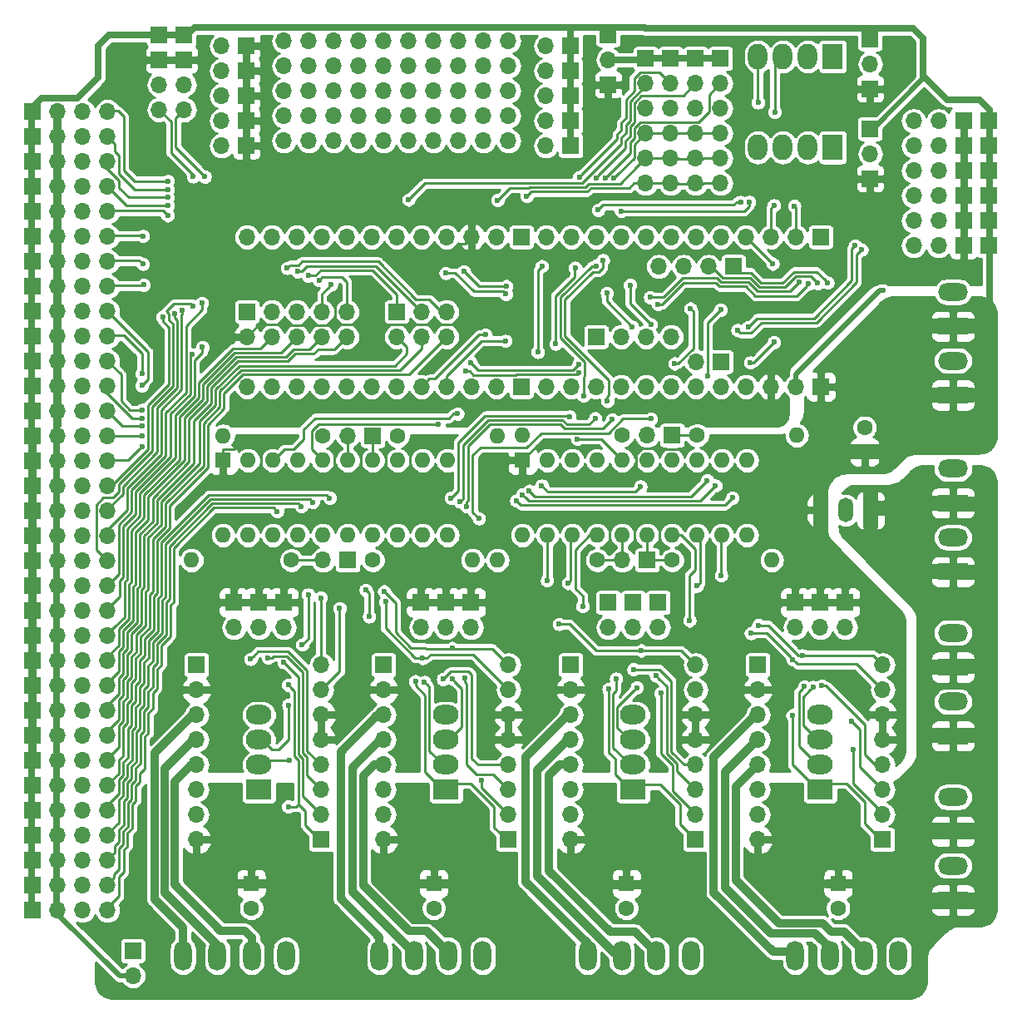
<source format=gbl>
G04 #@! TF.GenerationSoftware,KiCad,Pcbnew,(5.1.2)-1*
G04 #@! TF.CreationDate,2019-07-25T15:14:06-07:00*
G04 #@! TF.ProjectId,4Rose_t35_002b,34526f73-655f-4743-9335-5f303032622e,rev?*
G04 #@! TF.SameCoordinates,Original*
G04 #@! TF.FileFunction,Copper,L2,Bot*
G04 #@! TF.FilePolarity,Positive*
%FSLAX46Y46*%
G04 Gerber Fmt 4.6, Leading zero omitted, Abs format (unit mm)*
G04 Created by KiCad (PCBNEW (5.1.2)-1) date 2019-07-25 15:14:06*
%MOMM*%
%LPD*%
G04 APERTURE LIST*
%ADD10O,1.800000X3.048000*%
%ADD11O,1.700000X1.700000*%
%ADD12R,1.700000X1.700000*%
%ADD13O,1.600000X1.600000*%
%ADD14C,1.600000*%
%ADD15R,1.600000X1.600000*%
%ADD16O,3.048000X1.800000*%
%ADD17R,3.048000X1.800000*%
%ADD18R,2.600000X2.000000*%
%ADD19O,2.600000X2.000000*%
%ADD20R,2.000000X2.600000*%
%ADD21O,2.000000X2.600000*%
%ADD22R,1.500000X2.500000*%
%ADD23O,1.500000X2.500000*%
%ADD24C,0.600000*%
%ADD25C,0.812800*%
%ADD26C,0.762000*%
%ADD27C,0.508000*%
%ADD28C,0.254000*%
%ADD29C,0.635000*%
%ADD30C,0.228600*%
%ADD31C,1.727200*%
%ADD32C,1.524000*%
%ADD33C,0.889000*%
%ADD34C,0.381000*%
G04 APERTURE END LIST*
D10*
X193040000Y-171323000D03*
X196540000Y-171323000D03*
X200040000Y-171323000D03*
X203540000Y-171323000D03*
X182381800Y-171323000D03*
X178881800Y-171323000D03*
X175381800Y-171323000D03*
X171881800Y-171323000D03*
X161198200Y-171323000D03*
X157698200Y-171323000D03*
X154198200Y-171323000D03*
X150698200Y-171323000D03*
X130683000Y-171323000D03*
X134183000Y-171323000D03*
X137683000Y-171323000D03*
X141183000Y-171323000D03*
D11*
X175412400Y-131064000D03*
D12*
X177952400Y-131064000D03*
X180492400Y-118364000D03*
D11*
X177952400Y-118364000D03*
D12*
X150012400Y-118402100D03*
D11*
X147472400Y-118402100D03*
X144945100Y-131064000D03*
D12*
X147485100Y-131064000D03*
X185420000Y-80010000D03*
D11*
X185420000Y-82550000D03*
X185420000Y-85090000D03*
X185420000Y-87630000D03*
X185420000Y-90170000D03*
X185420000Y-92710000D03*
D12*
X180340000Y-80010000D03*
D11*
X180340000Y-82550000D03*
X180340000Y-85090000D03*
X180340000Y-87630000D03*
X180340000Y-90170000D03*
X180340000Y-92710000D03*
D12*
X182880000Y-80010000D03*
D11*
X182880000Y-82550000D03*
X182880000Y-85090000D03*
X182880000Y-87630000D03*
X182880000Y-90170000D03*
X182880000Y-92710000D03*
X163830000Y-78232000D03*
X163830000Y-80772000D03*
X163830000Y-83312000D03*
X163830000Y-85852000D03*
X163830000Y-88392000D03*
X161290000Y-78232000D03*
X161290000Y-80772000D03*
X161290000Y-83312000D03*
X161290000Y-85852000D03*
X161290000Y-88392000D03*
X158750000Y-78232000D03*
X158750000Y-80772000D03*
X158750000Y-83312000D03*
X158750000Y-85852000D03*
X158750000Y-88392000D03*
X156210000Y-78232000D03*
X156210000Y-80772000D03*
X156210000Y-83312000D03*
X156210000Y-85852000D03*
X156210000Y-88392000D03*
X153670000Y-78232000D03*
X153670000Y-80772000D03*
X153670000Y-83312000D03*
X153670000Y-85852000D03*
X153670000Y-88392000D03*
X151130000Y-78232000D03*
X151130000Y-80772000D03*
X151130000Y-83312000D03*
X151130000Y-85852000D03*
X151130000Y-88392000D03*
X148590000Y-78232000D03*
X148590000Y-80772000D03*
X148590000Y-83312000D03*
X148590000Y-85852000D03*
X148590000Y-88392000D03*
X146050000Y-78232000D03*
X146050000Y-80772000D03*
X146050000Y-83312000D03*
X146050000Y-85852000D03*
X146050000Y-88392000D03*
X143510000Y-78232000D03*
X143510000Y-80772000D03*
X143510000Y-83312000D03*
X143510000Y-85852000D03*
X143510000Y-88392000D03*
X140970000Y-88392000D03*
X140970000Y-85852000D03*
X140970000Y-83312000D03*
X140970000Y-80772000D03*
X140970000Y-78232000D03*
X130810000Y-85217000D03*
X130810000Y-82677000D03*
D12*
X130810000Y-80137000D03*
X130810000Y-77597000D03*
X128270000Y-77597000D03*
X128270000Y-80137000D03*
D11*
X128270000Y-82677000D03*
X128270000Y-85217000D03*
X205079600Y-86360000D03*
X207619600Y-86360000D03*
D12*
X210159600Y-86360000D03*
X212699600Y-86360000D03*
X212699600Y-88900000D03*
X210159600Y-88900000D03*
D11*
X207619600Y-88900000D03*
X205079600Y-88900000D03*
D12*
X212699600Y-93980000D03*
X210159600Y-93980000D03*
D11*
X207619600Y-93980000D03*
X205079600Y-93980000D03*
X205079600Y-91440000D03*
X207619600Y-91440000D03*
D12*
X210159600Y-91440000D03*
X212699600Y-91440000D03*
X212699600Y-96520000D03*
X210159600Y-96520000D03*
D11*
X207619600Y-96520000D03*
X205079600Y-96520000D03*
X205079600Y-99060000D03*
X207619600Y-99060000D03*
D12*
X210159600Y-99060000D03*
X212699600Y-99060000D03*
D11*
X177800000Y-92710000D03*
X177800000Y-90170000D03*
X177800000Y-87630000D03*
X177800000Y-85090000D03*
X177800000Y-82550000D03*
D12*
X177800000Y-80010000D03*
X186740800Y-101171000D03*
D11*
X184200800Y-101171000D03*
X181660800Y-101171000D03*
X179120800Y-101171000D03*
X180390800Y-108331000D03*
X177850800Y-108331000D03*
X175310800Y-108331000D03*
D12*
X172770800Y-108331000D03*
X185470800Y-110871000D03*
D11*
X182930800Y-110871000D03*
X157530800Y-108331000D03*
X157530800Y-105791000D03*
X154990800Y-108331000D03*
X154990800Y-105791000D03*
X152450800Y-108331000D03*
D12*
X152450800Y-105791000D03*
D11*
X147370800Y-108331000D03*
X147370800Y-105791000D03*
X144830800Y-108331000D03*
X144830800Y-105791000D03*
X142290800Y-108331000D03*
X142290800Y-105791000D03*
X139750800Y-108331000D03*
X139750800Y-105791000D03*
X137210800Y-108331000D03*
D12*
X137210800Y-105791000D03*
D13*
X131572000Y-131064000D03*
D14*
X141732000Y-131064000D03*
X150012400Y-131064000D03*
D13*
X160172400Y-131064000D03*
X134772400Y-118402100D03*
D14*
X144932400Y-118402100D03*
X152552400Y-118402100D03*
D13*
X162712400Y-118402100D03*
X162712400Y-131064000D03*
D14*
X172872400Y-131064000D03*
X180492400Y-131064000D03*
D13*
X190652400Y-131064000D03*
D14*
X175412400Y-118364000D03*
D13*
X165252400Y-118364000D03*
X193192400Y-118364000D03*
D14*
X183032400Y-118364000D03*
X200101200Y-117565800D03*
D15*
X200101200Y-120065800D03*
X137642600Y-163982400D03*
D14*
X137642600Y-166482400D03*
D16*
X209092800Y-121743600D03*
D17*
X209092800Y-125243600D03*
D16*
X209092800Y-128743600D03*
D17*
X209092800Y-132243600D03*
D18*
X195580000Y-154432000D03*
D19*
X195580000Y-151892000D03*
X195580000Y-149352000D03*
X195580000Y-146812000D03*
D17*
X209092800Y-165670000D03*
D16*
X209092800Y-162170000D03*
D17*
X209092800Y-158670000D03*
D16*
X209092800Y-155170000D03*
X209092800Y-103760400D03*
D17*
X209092800Y-107260400D03*
D16*
X209092800Y-110760400D03*
D17*
X209092800Y-114260400D03*
D20*
X196850000Y-89052400D03*
D21*
X194310000Y-89052400D03*
X191770000Y-89052400D03*
X189230000Y-89052400D03*
X189230000Y-79806800D03*
X191770000Y-79806800D03*
X194310000Y-79806800D03*
D20*
X196850000Y-79806800D03*
D19*
X176530000Y-146812000D03*
X176530000Y-149352000D03*
X176530000Y-151892000D03*
D18*
X176530000Y-154432000D03*
X157480000Y-154432000D03*
D19*
X157480000Y-151892000D03*
X157480000Y-149352000D03*
X157480000Y-146812000D03*
X138430000Y-146812000D03*
X138430000Y-149352000D03*
X138430000Y-151892000D03*
D18*
X138430000Y-154432000D03*
D14*
X156222700Y-166482400D03*
D15*
X156222700Y-163982400D03*
D16*
X209092800Y-138456800D03*
D17*
X209092800Y-141956800D03*
D16*
X209092800Y-145456800D03*
D17*
X209092800Y-148956800D03*
D12*
X140970000Y-135382000D03*
D11*
X140970000Y-137922000D03*
D12*
X138430000Y-135382000D03*
D11*
X138430000Y-137922000D03*
D12*
X135890000Y-135382000D03*
D11*
X135890000Y-137922000D03*
X154940000Y-137922000D03*
D12*
X154940000Y-135382000D03*
D11*
X157480000Y-137922000D03*
D12*
X157480000Y-135382000D03*
D11*
X160020000Y-137922000D03*
D12*
X160020000Y-135382000D03*
X198120000Y-135382000D03*
D11*
X198120000Y-137922000D03*
D12*
X195580000Y-135382000D03*
D11*
X195580000Y-137922000D03*
D12*
X193040000Y-135382000D03*
D11*
X193040000Y-137922000D03*
X173990000Y-137922000D03*
D12*
X173990000Y-135382000D03*
D11*
X176530000Y-137922000D03*
D12*
X176530000Y-135382000D03*
D11*
X179070000Y-137922000D03*
D12*
X179070000Y-135382000D03*
D14*
X175844200Y-166482400D03*
D15*
X175844200Y-163982400D03*
D14*
X197396100Y-166482400D03*
D15*
X197396100Y-163982400D03*
D12*
X200660000Y-92227400D03*
D11*
X200660000Y-89687400D03*
D12*
X200660000Y-87147400D03*
X200660000Y-78016100D03*
D11*
X200660000Y-80556100D03*
D12*
X200660000Y-83096100D03*
X173990000Y-77597000D03*
D11*
X173990000Y-80137000D03*
D12*
X173990000Y-82677000D03*
X125590300Y-170827700D03*
D11*
X125590300Y-173367700D03*
D12*
X170180000Y-78740000D03*
D11*
X167640000Y-78740000D03*
D12*
X170180000Y-81280000D03*
D11*
X167640000Y-81280000D03*
D12*
X170180000Y-83820000D03*
D11*
X167640000Y-83820000D03*
D12*
X170180000Y-86360000D03*
D11*
X167640000Y-86360000D03*
D12*
X170180000Y-88900000D03*
D11*
X167640000Y-88900000D03*
X134620000Y-88900000D03*
D12*
X137160000Y-88900000D03*
D11*
X134620000Y-86360000D03*
D12*
X137160000Y-86360000D03*
D11*
X134620000Y-83820000D03*
D12*
X137160000Y-83820000D03*
D11*
X134620000Y-81280000D03*
D12*
X137160000Y-81280000D03*
D11*
X134620000Y-78740000D03*
D12*
X137160000Y-78740000D03*
X189230000Y-141732000D03*
D11*
X189230000Y-144272000D03*
X189230000Y-146812000D03*
X189230000Y-149352000D03*
X189230000Y-151892000D03*
X189230000Y-154432000D03*
X189230000Y-156972000D03*
X189230000Y-159512000D03*
X201930000Y-141732000D03*
X201930000Y-144272000D03*
X201930000Y-146812000D03*
X201930000Y-149352000D03*
X201930000Y-151892000D03*
X201930000Y-154432000D03*
X201930000Y-156972000D03*
D12*
X201930000Y-159512000D03*
X170180000Y-141732000D03*
D11*
X170180000Y-144272000D03*
X170180000Y-146812000D03*
X170180000Y-149352000D03*
X170180000Y-151892000D03*
X170180000Y-154432000D03*
X170180000Y-156972000D03*
X170180000Y-159512000D03*
X182880000Y-141732000D03*
X182880000Y-144272000D03*
X182880000Y-146812000D03*
X182880000Y-149352000D03*
X182880000Y-151892000D03*
X182880000Y-154432000D03*
X182880000Y-156972000D03*
D12*
X182880000Y-159512000D03*
X151130000Y-141732000D03*
D11*
X151130000Y-144272000D03*
X151130000Y-146812000D03*
X151130000Y-149352000D03*
X151130000Y-151892000D03*
X151130000Y-154432000D03*
X151130000Y-156972000D03*
X151130000Y-159512000D03*
D12*
X132080000Y-141732000D03*
D11*
X132080000Y-144272000D03*
X132080000Y-146812000D03*
X132080000Y-149352000D03*
X132080000Y-151892000D03*
X132080000Y-154432000D03*
X132080000Y-156972000D03*
X132080000Y-159512000D03*
X163830000Y-141732000D03*
X163830000Y-144272000D03*
X163830000Y-146812000D03*
X163830000Y-149352000D03*
X163830000Y-151892000D03*
X163830000Y-154432000D03*
X163830000Y-156972000D03*
D12*
X163830000Y-159512000D03*
D11*
X144780000Y-141732000D03*
X144780000Y-144272000D03*
X144780000Y-146812000D03*
X144780000Y-149352000D03*
X144780000Y-151892000D03*
X144780000Y-154432000D03*
X144780000Y-156972000D03*
D12*
X144780000Y-159512000D03*
D13*
X134772400Y-128524000D03*
X157632400Y-120904000D03*
X137312400Y-128524000D03*
X155092400Y-120904000D03*
X139852400Y-128524000D03*
X152552400Y-120904000D03*
X142392400Y-128524000D03*
X150012400Y-120904000D03*
X144932400Y-128524000D03*
X147472400Y-120904000D03*
X147472400Y-128524000D03*
X144932400Y-120904000D03*
X150012400Y-128524000D03*
X142392400Y-120904000D03*
X152552400Y-128524000D03*
X139852400Y-120904000D03*
X155092400Y-128524000D03*
X137312400Y-120904000D03*
X157632400Y-128524000D03*
D15*
X134772400Y-120904000D03*
X165252400Y-120904000D03*
D13*
X188112400Y-128524000D03*
X167792400Y-120904000D03*
X185572400Y-128524000D03*
X170332400Y-120904000D03*
X183032400Y-128524000D03*
X172872400Y-120904000D03*
X180492400Y-128524000D03*
X175412400Y-120904000D03*
X177952400Y-128524000D03*
X177952400Y-120904000D03*
X175412400Y-128524000D03*
X180492400Y-120904000D03*
X172872400Y-128524000D03*
X183032400Y-120904000D03*
X170332400Y-128524000D03*
X185572400Y-120904000D03*
X167792400Y-128524000D03*
X188112400Y-120904000D03*
X165252400Y-128524000D03*
D11*
X123012200Y-85420200D03*
X120472200Y-85420200D03*
X117932200Y-85420200D03*
D12*
X115392200Y-85420200D03*
D11*
X123012200Y-87960200D03*
X120472200Y-87960200D03*
X117932200Y-87960200D03*
D12*
X115392200Y-87960200D03*
X115392200Y-90500200D03*
D11*
X117932200Y-90500200D03*
X120472200Y-90500200D03*
X123012200Y-90500200D03*
D12*
X115392200Y-93040200D03*
D11*
X117932200Y-93040200D03*
X120472200Y-93040200D03*
X123012200Y-93040200D03*
X123012200Y-95580200D03*
X120472200Y-95580200D03*
X117932200Y-95580200D03*
D12*
X115392200Y-95580200D03*
X115392200Y-98120200D03*
D11*
X117932200Y-98120200D03*
X120472200Y-98120200D03*
X123012200Y-98120200D03*
X123012200Y-100660200D03*
X120472200Y-100660200D03*
X117932200Y-100660200D03*
D12*
X115392200Y-100660200D03*
X115392200Y-103200200D03*
D11*
X117932200Y-103200200D03*
X120472200Y-103200200D03*
X123012200Y-103200200D03*
X123012200Y-105740200D03*
X120472200Y-105740200D03*
X117932200Y-105740200D03*
D12*
X115392200Y-105740200D03*
X115392200Y-108280200D03*
D11*
X117932200Y-108280200D03*
X120472200Y-108280200D03*
X123012200Y-108280200D03*
X123012200Y-110820200D03*
X120472200Y-110820200D03*
X117932200Y-110820200D03*
D12*
X115392200Y-110820200D03*
X115392200Y-113360200D03*
D11*
X117932200Y-113360200D03*
X120472200Y-113360200D03*
X123012200Y-113360200D03*
X123012200Y-115900200D03*
X120472200Y-115900200D03*
X117932200Y-115900200D03*
D12*
X115392200Y-115900200D03*
X115392200Y-118440200D03*
D11*
X117932200Y-118440200D03*
X120472200Y-118440200D03*
X123012200Y-118440200D03*
X123012200Y-120980200D03*
X120472200Y-120980200D03*
X117932200Y-120980200D03*
D12*
X115392200Y-120980200D03*
D11*
X123012200Y-123520200D03*
X120472200Y-123520200D03*
X117932200Y-123520200D03*
D12*
X115392200Y-123520200D03*
X115392200Y-126060200D03*
D11*
X117932200Y-126060200D03*
X120472200Y-126060200D03*
X123012200Y-126060200D03*
D12*
X115392200Y-128600200D03*
D11*
X117932200Y-128600200D03*
X120472200Y-128600200D03*
X123012200Y-128600200D03*
D12*
X115392200Y-131140200D03*
D11*
X117932200Y-131140200D03*
X120472200Y-131140200D03*
X123012200Y-131140200D03*
X123012200Y-133680200D03*
X120472200Y-133680200D03*
X117932200Y-133680200D03*
D12*
X115392200Y-133680200D03*
D11*
X123012200Y-136220200D03*
X120472200Y-136220200D03*
X117932200Y-136220200D03*
D12*
X115392200Y-136220200D03*
X115392200Y-138760200D03*
D11*
X117932200Y-138760200D03*
X120472200Y-138760200D03*
X123012200Y-138760200D03*
X123012200Y-141300200D03*
X120472200Y-141300200D03*
X117932200Y-141300200D03*
D12*
X115392200Y-141300200D03*
X115392200Y-143840200D03*
D11*
X117932200Y-143840200D03*
X120472200Y-143840200D03*
X123012200Y-143840200D03*
X123012200Y-146380200D03*
X120472200Y-146380200D03*
X117932200Y-146380200D03*
D12*
X115392200Y-146380200D03*
X115392200Y-148920200D03*
D11*
X117932200Y-148920200D03*
X120472200Y-148920200D03*
X123012200Y-148920200D03*
X123012200Y-151460200D03*
X120472200Y-151460200D03*
X117932200Y-151460200D03*
D12*
X115392200Y-151460200D03*
X115392200Y-154000200D03*
D11*
X117932200Y-154000200D03*
X120472200Y-154000200D03*
X123012200Y-154000200D03*
X123012200Y-156540200D03*
X120472200Y-156540200D03*
X117932200Y-156540200D03*
D12*
X115392200Y-156540200D03*
X115392200Y-159080200D03*
D11*
X117932200Y-159080200D03*
X120472200Y-159080200D03*
X123012200Y-159080200D03*
X123012200Y-161620200D03*
X120472200Y-161620200D03*
X117932200Y-161620200D03*
D12*
X115392200Y-161620200D03*
X115392200Y-164160200D03*
D11*
X117932200Y-164160200D03*
X120472200Y-164160200D03*
X123012200Y-164160200D03*
X123012200Y-166700200D03*
X120472200Y-166700200D03*
X117932200Y-166700200D03*
D12*
X115392200Y-166700200D03*
X195630800Y-98171000D03*
D11*
X193090800Y-98171000D03*
X190550800Y-98171000D03*
X188010800Y-98171000D03*
X185470800Y-98171000D03*
X182930800Y-98171000D03*
X180390800Y-98171000D03*
X177850800Y-98171000D03*
X175310800Y-98171000D03*
X172770800Y-98171000D03*
X170230800Y-98171000D03*
X167690800Y-98171000D03*
X167690800Y-113411000D03*
X170230800Y-113411000D03*
X172770800Y-113411000D03*
X175310800Y-113411000D03*
X177850800Y-113411000D03*
X180390800Y-113411000D03*
X182930800Y-113411000D03*
X185470800Y-113411000D03*
X188010800Y-113411000D03*
X190550800Y-113411000D03*
X193090800Y-113411000D03*
D12*
X195630800Y-113411000D03*
D11*
X137210800Y-113411000D03*
X139750800Y-113411000D03*
X142290800Y-113411000D03*
X144830800Y-113411000D03*
X147370800Y-113411000D03*
X149910800Y-113411000D03*
X152450800Y-113411000D03*
X154990800Y-113411000D03*
X157530800Y-113411000D03*
X160070800Y-113411000D03*
X162610800Y-113411000D03*
D12*
X165150800Y-113411000D03*
X165150800Y-98171000D03*
D11*
X162610800Y-98171000D03*
X160070800Y-98171000D03*
X157530800Y-98171000D03*
X154990800Y-98171000D03*
X152450800Y-98171000D03*
X149910800Y-98171000D03*
X147370800Y-98171000D03*
X144830800Y-98171000D03*
X142290800Y-98171000D03*
X139750800Y-98171000D03*
X137210800Y-98171000D03*
D22*
X200710000Y-125984000D03*
D23*
X198170000Y-125984000D03*
X195630000Y-125984000D03*
D24*
X123139200Y-81114900D03*
X123710700Y-80543400D03*
X124371100Y-80111600D03*
X168643300Y-109042200D03*
X174586900Y-92140168D03*
X170611800Y-101307900D03*
X162725100Y-94424500D03*
X170853751Y-118735333D03*
X167233600Y-101142800D03*
X171043600Y-92062300D03*
X166814500Y-109880400D03*
X159981900Y-110947200D03*
X170975390Y-111153070D03*
X156702048Y-117213010D03*
X159435800Y-111836200D03*
X158635700Y-116166900D03*
X171001366Y-111995860D03*
X157441900Y-101828600D03*
X176425101Y-107318299D03*
X173847393Y-103884479D03*
X163576100Y-103974800D03*
X131741471Y-92026166D03*
X176212500Y-103060500D03*
X159289750Y-101669850D03*
X163615409Y-103175474D03*
X132905500Y-92036900D03*
X178316313Y-107063787D03*
X167220900Y-123482100D03*
X177266600Y-123571000D03*
X184048400Y-122948700D03*
X165937059Y-124006835D03*
X184912000Y-123482100D03*
X165236152Y-124392514D03*
X186639200Y-124714000D03*
X164632683Y-125006824D03*
X202006200Y-103619300D03*
X199109845Y-99034120D03*
X188239400Y-107340400D03*
X199784824Y-99463564D03*
X187147200Y-107657900D03*
X165696900Y-93992700D03*
X172745400Y-92140168D03*
X173710600Y-92140168D03*
X172961300Y-95427800D03*
X187464700Y-94602300D03*
X189242700Y-84480400D03*
X188328300Y-94602300D03*
X175310590Y-95534110D03*
X190931800Y-85445600D03*
X173443900Y-100528490D03*
X173908016Y-114865716D03*
X172745400Y-101104700D03*
X171488100Y-114325400D03*
X182359300Y-105462321D03*
X180733700Y-111048800D03*
X184124600Y-112331500D03*
X185432700Y-105575100D03*
X190868300Y-108877100D03*
X190728600Y-100888800D03*
X188468000Y-110947200D03*
X190855600Y-94945200D03*
X192925700Y-95008700D03*
X137577445Y-141114651D03*
X139331700Y-140982700D03*
X157175200Y-143179800D03*
X159410400Y-143090900D03*
X176568100Y-142176500D03*
X178854100Y-142811500D03*
X140970000Y-141465300D03*
X161092230Y-153458810D03*
X179336700Y-144602200D03*
X126504700Y-113284000D03*
X126504700Y-112090200D03*
X126504700Y-115785898D03*
X126530100Y-116624100D03*
X126530100Y-117424113D03*
X126553979Y-118376700D03*
X126542801Y-119481599D03*
X141300200Y-101320600D03*
X128625600Y-106299000D03*
X142342736Y-101680755D03*
X129853041Y-105966342D03*
X143434821Y-102107461D03*
X130581400Y-105600500D03*
X144540422Y-102567084D03*
X131711700Y-105206800D03*
X145783300Y-103022400D03*
X132613400Y-104889300D03*
X131610100Y-110134400D03*
X132676900Y-109397800D03*
X161481410Y-108123090D03*
X178247634Y-104313090D03*
X193421000Y-102750990D03*
X163512500Y-108737400D03*
X179070000Y-105033710D03*
X194373500Y-102933500D03*
X145630900Y-124726700D03*
X157988000Y-124728368D03*
X170053000Y-116459000D03*
X143903700Y-125156979D03*
X172669200Y-116632090D03*
X158908997Y-125117939D03*
X142739215Y-125585590D03*
X174384489Y-116733690D03*
X159558090Y-125585590D03*
X160820100Y-126822200D03*
X140284200Y-126098300D03*
X178333400Y-116674909D03*
X196316600Y-102831900D03*
X195313300Y-102870000D03*
X129153572Y-93341775D03*
X129132489Y-94141509D03*
X129146501Y-94970408D03*
X129133600Y-95978645D03*
X126606298Y-98082100D03*
X126619000Y-100914200D03*
X126682500Y-103047800D03*
X129159000Y-92481400D03*
X153661067Y-94369933D03*
X189280800Y-137680700D03*
X185496200Y-132626100D03*
X193725800Y-140741400D03*
X194830700Y-143967200D03*
X188518800Y-138493500D03*
X183032400Y-133667500D03*
X192760600Y-141160500D03*
X193941700Y-143941800D03*
X182257700Y-137210800D03*
X192747900Y-146862800D03*
X198907400Y-150355300D03*
X198733367Y-147430533D03*
X195719700Y-143852898D03*
X158102300Y-143141700D03*
X158097590Y-140004800D03*
X151177615Y-134246934D03*
X151307800Y-135305800D03*
X155092400Y-141025892D03*
X155270200Y-143471900D03*
X154355800Y-143395700D03*
X149301200Y-134099300D03*
X149631400Y-136804400D03*
X171386500Y-135763000D03*
X174015400Y-144195800D03*
X168986200Y-137566400D03*
X167754300Y-133121400D03*
X176911000Y-144030700D03*
X177355500Y-140258800D03*
X169913300Y-133400800D03*
X174777400Y-143129000D03*
X144713917Y-134889283D03*
X141422549Y-145808699D03*
X146646900Y-135953500D03*
X141566875Y-151413691D03*
X142836900Y-139661900D03*
X143433800Y-134569200D03*
X141414500Y-143764000D03*
X141414500Y-156146500D03*
D25*
X131762500Y-149352000D02*
X132080000Y-149352000D01*
X128819289Y-152295211D02*
X131762500Y-149352000D01*
X128819289Y-164861889D02*
X128819289Y-152295211D01*
X134183000Y-170942000D02*
X134183000Y-170225600D01*
X134183000Y-170225600D02*
X128819289Y-164861889D01*
D26*
X132067300Y-146812000D02*
X132080000Y-146812000D01*
D25*
X131686300Y-146812000D02*
X132067300Y-146812000D01*
X127806478Y-150691822D02*
X131686300Y-146812000D01*
X127806478Y-165588978D02*
X127806478Y-150691822D01*
X130683000Y-170942000D02*
X130683000Y-168465500D01*
X130683000Y-168465500D02*
X127806478Y-165588978D01*
X141183000Y-170942000D02*
X141249400Y-170942000D01*
X137718800Y-169506900D02*
X137718800Y-170906200D01*
X131546600Y-151892000D02*
X129832100Y-153606500D01*
X129832100Y-153606500D02*
X129832100Y-164071300D01*
X129832100Y-164071300D02*
X134531100Y-168770300D01*
X137718800Y-170906200D02*
X137683000Y-170942000D01*
X134531100Y-168770300D02*
X136982200Y-168770300D01*
X132080000Y-151892000D02*
X131546600Y-151892000D01*
X136982200Y-168770300D02*
X137718800Y-169506900D01*
X150787100Y-149352000D02*
X151130000Y-149352000D01*
X147967700Y-152171400D02*
X150787100Y-149352000D01*
X154198200Y-171043600D02*
X147967700Y-164813100D01*
X147967700Y-164813100D02*
X147967700Y-152171400D01*
D26*
X151130000Y-146812000D02*
X151117300Y-146812000D01*
D25*
X150698200Y-169430700D02*
X150698200Y-171043600D01*
X146764389Y-165496889D02*
X150698200Y-169430700D01*
X146764389Y-150568011D02*
X146764389Y-165496889D01*
X151117300Y-146812000D02*
X150520400Y-146812000D01*
X150520400Y-146812000D02*
X146764389Y-150568011D01*
X157698200Y-170982400D02*
X157698200Y-171043600D01*
X150202900Y-151892000D02*
X149034500Y-153060400D01*
X151130000Y-151892000D02*
X150202900Y-151892000D01*
X149034500Y-153060400D02*
X149034500Y-164147500D01*
X149034500Y-164147500D02*
X153708100Y-168821100D01*
X153708100Y-168821100D02*
X155536900Y-168821100D01*
X155536900Y-168821100D02*
X157698200Y-170982400D01*
X169862500Y-149352000D02*
X170180000Y-149352000D01*
X166789100Y-152425400D02*
X169862500Y-149352000D01*
X166789100Y-163195000D02*
X166789100Y-152425400D01*
X175381800Y-171043600D02*
X174637700Y-171043600D01*
X174637700Y-171043600D02*
X166789100Y-163195000D01*
X169862500Y-146812000D02*
X170180000Y-146812000D01*
X165573089Y-151101411D02*
X169862500Y-146812000D01*
X165573089Y-163795089D02*
X165573089Y-151101411D01*
X171881800Y-171043600D02*
X171881800Y-170103800D01*
X171881800Y-170103800D02*
X165573089Y-163795089D01*
X176735500Y-168897300D02*
X178881800Y-171043600D01*
X174180500Y-168897300D02*
X176735500Y-168897300D01*
X167982900Y-162699700D02*
X174180500Y-168897300D01*
X167982900Y-152946100D02*
X167982900Y-162699700D01*
X170180000Y-151892000D02*
X169037000Y-151892000D01*
X169037000Y-151892000D02*
X167982900Y-152946100D01*
D27*
X117856000Y-121920000D02*
X117856000Y-124460000D01*
D28*
X117856000Y-119380000D02*
X117856000Y-120582081D01*
X117856000Y-120582081D02*
X117949319Y-120675400D01*
D27*
X117856000Y-129540000D02*
X117856000Y-132080000D01*
X117856000Y-127000000D02*
X117856000Y-129540000D01*
X117856000Y-124460000D02*
X117856000Y-127000000D01*
D29*
X117856000Y-85344000D02*
X117856000Y-87884000D01*
X117856000Y-87884000D02*
X117856000Y-90424000D01*
X117856000Y-90424000D02*
X117856000Y-92964000D01*
X117856000Y-92964000D02*
X117856000Y-95504000D01*
X117856000Y-95504000D02*
X117856000Y-98044000D01*
X117856000Y-98044000D02*
X117856000Y-100584000D01*
X117856000Y-100584000D02*
X117856000Y-103124000D01*
X117856000Y-103124000D02*
X117856000Y-105664000D01*
X117856000Y-105664000D02*
X117856000Y-108204000D01*
X117856000Y-108204000D02*
X117856000Y-110744000D01*
X117856000Y-110744000D02*
X117856000Y-113284000D01*
X117856000Y-113284000D02*
X117856000Y-115824000D01*
X117856000Y-115824000D02*
X117856000Y-118364000D01*
X117856000Y-118364000D02*
X117856000Y-120904000D01*
X117856000Y-120904000D02*
X117856000Y-123444000D01*
X117856000Y-123444000D02*
X117856000Y-125984000D01*
X117856000Y-125984000D02*
X117856000Y-128524000D01*
X117856000Y-128524000D02*
X117856000Y-131064000D01*
X117856000Y-131064000D02*
X117856000Y-133604000D01*
X117856000Y-133604000D02*
X117856000Y-136144000D01*
X117856000Y-136144000D02*
X117856000Y-138684000D01*
X117856000Y-138684000D02*
X117856000Y-141224000D01*
X117856000Y-141224000D02*
X117856000Y-143764000D01*
X117856000Y-143764000D02*
X117856000Y-146304000D01*
X117856000Y-146304000D02*
X117856000Y-148844000D01*
X117856000Y-148844000D02*
X117856000Y-151384000D01*
X117856000Y-151384000D02*
X117856000Y-153924000D01*
X117856000Y-153924000D02*
X117856000Y-156464000D01*
X117856000Y-156464000D02*
X117856000Y-159004000D01*
X117856000Y-159004000D02*
X117856000Y-161544000D01*
X117856000Y-161544000D02*
X117856000Y-164084000D01*
X117856000Y-164084000D02*
X117856000Y-166624000D01*
D30*
X140928601Y-107216699D02*
X140928601Y-107070401D01*
X140868400Y-107010200D02*
X140868400Y-106959400D01*
X140928601Y-107070401D02*
X140868400Y-107010200D01*
X143671801Y-107216699D02*
X143671801Y-107026199D01*
X145945101Y-107216699D02*
X145945101Y-107076999D01*
X145945101Y-107076999D02*
X146177000Y-106845100D01*
X146177000Y-106845100D02*
X146177000Y-104724200D01*
X146129499Y-107216699D02*
X146129499Y-107369099D01*
X145945101Y-107216699D02*
X146129499Y-107216699D01*
X150342600Y-107871966D02*
X149908966Y-108305600D01*
X150342600Y-107086400D02*
X150342600Y-107871966D01*
X153822400Y-107086400D02*
X153822400Y-107327700D01*
X153822400Y-107086400D02*
X150342600Y-107086400D01*
X153822400Y-107327700D02*
X153822400Y-107264200D01*
X156070300Y-107200700D02*
X156070300Y-107086400D01*
X156197300Y-107073700D02*
X156070300Y-107200700D01*
X159346900Y-107073700D02*
X156197300Y-107073700D01*
X159880300Y-106540300D02*
X159346900Y-107073700D01*
X157416500Y-104038400D02*
X158216600Y-104038400D01*
X158216600Y-104038400D02*
X159880300Y-105702100D01*
X155663900Y-102285800D02*
X157416500Y-104038400D01*
X159372300Y-98869500D02*
X158699200Y-98869500D01*
X160070800Y-98171000D02*
X159372300Y-98869500D01*
X158699200Y-98869500D02*
X156743400Y-100825300D01*
X159880300Y-105702100D02*
X159880300Y-106540300D01*
X156743400Y-100825300D02*
X156273500Y-100825300D01*
X156070300Y-107086400D02*
X153822400Y-107086400D01*
X156273500Y-100825300D02*
X155663900Y-101434900D01*
X155663900Y-101434900D02*
X155663900Y-102285800D01*
X145878302Y-107149900D02*
X145945101Y-107216699D01*
X143671801Y-107216699D02*
X143738600Y-107149900D01*
X143738600Y-107149900D02*
X145878302Y-107149900D01*
X143579602Y-107124500D02*
X143671801Y-107216699D01*
X140928601Y-107216699D02*
X141020800Y-107124500D01*
X141020800Y-107124500D02*
X143579602Y-107124500D01*
X140823702Y-107111800D02*
X140928601Y-107216699D01*
X137210800Y-108331000D02*
X138430000Y-107111800D01*
X138430000Y-107111800D02*
X140823702Y-107111800D01*
X149364700Y-107276900D02*
X149364700Y-107530900D01*
X149174200Y-107086400D02*
X149364700Y-107276900D01*
X146129499Y-107216699D02*
X146259798Y-107086400D01*
X146259798Y-107086400D02*
X149174200Y-107086400D01*
D27*
X124231400Y-173367700D02*
X125285500Y-173367700D01*
X117856000Y-166624000D02*
X117856000Y-166992300D01*
X117856000Y-166992300D02*
X124231400Y-173367700D01*
D31*
X211112100Y-165709600D02*
X206336900Y-165709600D01*
X208749900Y-158673800D02*
X206199500Y-158673800D01*
X211378800Y-158661100D02*
X210174600Y-158661100D01*
D32*
X209791300Y-132257800D02*
X206717900Y-132257800D01*
X209943700Y-125323600D02*
X211076300Y-125323600D01*
X209194400Y-125247400D02*
X206895701Y-125247400D01*
X208026000Y-141986000D02*
X206809100Y-141986000D01*
X209715100Y-141897100D02*
X212204300Y-141897100D01*
X211429600Y-148894800D02*
X210134200Y-148894800D01*
X206908400Y-148894800D02*
X209842100Y-148894800D01*
X202285600Y-125742700D02*
X202300600Y-125727700D01*
X200710800Y-125742700D02*
X202285600Y-125742700D01*
X200723500Y-126072900D02*
X200723500Y-127622300D01*
X200723500Y-127228600D02*
X200723500Y-124244100D01*
D26*
X133426200Y-159512000D02*
X132080000Y-159512000D01*
X132080000Y-159512000D02*
X132080000Y-160883600D01*
X151130000Y-159512000D02*
X152717500Y-159512000D01*
X151130000Y-159512000D02*
X151130000Y-160947100D01*
X170180000Y-159512000D02*
X170180000Y-160655000D01*
X170180000Y-159512000D02*
X171894500Y-159512000D01*
X189230000Y-159512000D02*
X189230000Y-160743900D01*
X189230000Y-159512000D02*
X191376300Y-159512000D01*
D33*
X139280900Y-163982400D02*
X136093200Y-163982400D01*
X157594300Y-163982400D02*
X154800399Y-163982400D01*
D26*
X174291180Y-164049620D02*
X174253080Y-164011520D01*
X175853180Y-164049620D02*
X174291180Y-164049620D01*
D33*
X174253080Y-164011520D02*
X177618481Y-164011519D01*
X198615300Y-164007800D02*
X196253100Y-164007800D01*
D32*
X211442300Y-132295900D02*
X208368900Y-132295900D01*
D30*
X179002081Y-87630000D02*
X180340000Y-87630000D01*
X177800000Y-87630000D02*
X179002081Y-87630000D01*
X180340000Y-87630000D02*
X182880000Y-87630000D01*
X182880000Y-87630000D02*
X185420000Y-87630000D01*
X176628411Y-88801589D02*
X176628411Y-90098657D01*
X177800000Y-87630000D02*
X176628411Y-88801589D01*
X176628411Y-90098657D02*
X174886899Y-91840169D01*
X174886899Y-91840169D02*
X174586900Y-92140168D01*
X170586400Y-101333300D02*
X170611800Y-101307900D01*
X170586400Y-102209600D02*
X170586400Y-101333300D01*
X168643300Y-109042200D02*
X168643300Y-104152700D01*
X168643300Y-104152700D02*
X170586400Y-102209600D01*
X181107607Y-90170000D02*
X181183131Y-90245524D01*
X178562000Y-90170000D02*
X181107607Y-90170000D01*
X181183131Y-90245524D02*
X183723133Y-90245524D01*
X182880000Y-90170000D02*
X185420000Y-90170000D01*
X177800000Y-90170000D02*
X180340000Y-90170000D01*
X162725100Y-94424500D02*
X163980888Y-93168712D01*
X163980888Y-93168712D02*
X165914741Y-93168712D01*
X165914741Y-93168712D02*
X165963864Y-93119589D01*
X165963864Y-93119589D02*
X171679424Y-93119589D01*
X175215522Y-92754478D02*
X176950001Y-91019999D01*
X176950001Y-91019999D02*
X177800000Y-90170000D01*
X171679424Y-93119589D02*
X172044535Y-92754478D01*
X172044535Y-92754478D02*
X175215522Y-92754478D01*
X173243733Y-118735333D02*
X171278015Y-118735333D01*
X175412400Y-120904000D02*
X173243733Y-118735333D01*
X171278015Y-118735333D02*
X170853751Y-118735333D01*
X166839900Y-109855000D02*
X166814500Y-109880400D01*
X166839900Y-101574600D02*
X166839900Y-109855000D01*
X167233600Y-101142800D02*
X167233600Y-101180900D01*
X167233600Y-101180900D02*
X166839900Y-101574600D01*
X175349866Y-87298834D02*
X174891700Y-87757000D01*
X175349866Y-86538527D02*
X175349866Y-87298834D01*
X174891700Y-88214200D02*
X171343599Y-91762301D01*
X175778478Y-86109915D02*
X175349866Y-86538527D01*
X171343599Y-91762301D02*
X171043600Y-92062300D01*
X179175699Y-81385699D02*
X177241135Y-81385699D01*
X180340000Y-82550000D02*
X179175699Y-81385699D01*
X174891700Y-87757000D02*
X174891700Y-88214200D01*
X177241135Y-81385699D02*
X176635699Y-81991135D01*
X176635699Y-81991135D02*
X176635699Y-83318842D01*
X176635699Y-83318842D02*
X175778478Y-84176062D01*
X175778478Y-84176062D02*
X175778478Y-86109915D01*
X143818099Y-117867235D02*
X144472324Y-117213010D01*
X156277784Y-117213010D02*
X156702048Y-117213010D01*
X144472324Y-117213010D02*
X156277784Y-117213010D01*
X143818099Y-119789699D02*
X143818099Y-117867235D01*
X144932400Y-120904000D02*
X143818099Y-119789699D01*
X170393860Y-111734600D02*
X170975390Y-111153070D01*
X159981900Y-110947200D02*
X160769300Y-111734600D01*
X160769300Y-111734600D02*
X170393860Y-111734600D01*
X139890500Y-120904000D02*
X139852400Y-120904000D01*
X158211436Y-116166900D02*
X157779636Y-116598700D01*
X158635700Y-116166900D02*
X158211436Y-116166900D01*
X157779636Y-116598700D02*
X144157700Y-116598700D01*
X141957301Y-119789699D02*
X141004801Y-119789699D01*
X144157700Y-116598700D02*
X142989300Y-117767100D01*
X141004801Y-119789699D02*
X139890500Y-120904000D01*
X142989300Y-117767100D02*
X142989300Y-118757700D01*
X142989300Y-118757700D02*
X141957301Y-119789699D01*
X164591935Y-112246699D02*
X164646834Y-112191800D01*
X164049359Y-112246699D02*
X164591935Y-112246699D01*
X163176048Y-112253082D02*
X164042976Y-112253082D01*
X163169665Y-112246699D02*
X163176048Y-112253082D01*
X164042976Y-112253082D02*
X164049359Y-112246699D01*
X164646834Y-112191800D02*
X170805426Y-112191800D01*
X159435800Y-111836200D02*
X159860064Y-111836200D01*
X159860064Y-111836200D02*
X160276946Y-112253082D01*
X162051935Y-112246699D02*
X163169665Y-112246699D01*
X160276946Y-112253082D02*
X162045552Y-112253082D01*
X170805426Y-112191800D02*
X171001366Y-111995860D01*
X162045552Y-112253082D02*
X162051935Y-112246699D01*
X173847393Y-104740591D02*
X173847393Y-104308743D01*
X173847393Y-104308743D02*
X173847393Y-103884479D01*
X176425101Y-107318299D02*
X173847393Y-104740591D01*
X158407100Y-101828600D02*
X157441900Y-101828600D01*
X160286700Y-103708200D02*
X158407100Y-101828600D01*
X163576100Y-103974800D02*
X163309500Y-103708200D01*
X163309500Y-103708200D02*
X160286700Y-103708200D01*
X131741471Y-91867429D02*
X131741471Y-92026166D01*
X129463800Y-89589758D02*
X131741471Y-91867429D01*
X128270000Y-85217000D02*
X129463800Y-86410800D01*
X129463800Y-86410800D02*
X129463800Y-89589758D01*
X159289750Y-101669850D02*
X160795374Y-103175474D01*
X163191145Y-103175474D02*
X163615409Y-103175474D01*
X160795374Y-103175474D02*
X163191145Y-103175474D01*
X132605501Y-91736901D02*
X132905500Y-92036900D01*
X129946400Y-89077800D02*
X132605501Y-91736901D01*
X130810000Y-85217000D02*
X129946400Y-86080600D01*
X129946400Y-86080600D02*
X129946400Y-89077800D01*
X176212500Y-103060500D02*
X176212500Y-104959974D01*
X176212500Y-104959974D02*
X178016314Y-106763788D01*
X178016314Y-106763788D02*
X178316313Y-107063787D01*
X176707800Y-124129800D02*
X177266600Y-123571000D01*
X167220900Y-123482100D02*
X167868600Y-124129800D01*
X167868600Y-124129800D02*
X176707800Y-124129800D01*
X166544136Y-124613912D02*
X166237058Y-124306834D01*
X182383188Y-124613912D02*
X166544136Y-124613912D01*
X166237058Y-124306834D02*
X165937059Y-124006835D01*
X184048400Y-122948700D02*
X182383188Y-124613912D01*
X183351577Y-125042523D02*
X165886161Y-125042523D01*
X165536151Y-124692513D02*
X165236152Y-124392514D01*
X165886161Y-125042523D02*
X165536151Y-124692513D01*
X184912000Y-123482100D02*
X183351577Y-125042523D01*
X186639200Y-124714000D02*
X185882067Y-125471133D01*
X165096992Y-125471133D02*
X164932682Y-125306823D01*
X185882067Y-125471133D02*
X165096992Y-125471133D01*
X164932682Y-125306823D02*
X164632683Y-125006824D01*
D27*
X201650600Y-103619300D02*
X202006200Y-103619300D01*
X193090800Y-113411000D02*
X193090800Y-112179100D01*
X193090800Y-112179100D02*
X201650600Y-103619300D01*
D30*
X188539399Y-107040401D02*
X188239400Y-107340400D01*
X189137911Y-106441889D02*
X188539399Y-107040401D01*
X194941811Y-106441889D02*
X189137911Y-106441889D01*
X198780400Y-102603300D02*
X194941811Y-106441889D01*
X199109845Y-99034120D02*
X198780400Y-99363565D01*
X198780400Y-99363565D02*
X198780400Y-102603300D01*
X187447199Y-107957899D02*
X187147200Y-107657900D01*
X199784824Y-99463564D02*
X199275700Y-99972688D01*
X199275700Y-99972688D02*
X199275700Y-102768400D01*
X199275700Y-102768400D02*
X195173600Y-106870500D01*
X195173600Y-106870500D02*
X189625187Y-106870500D01*
X189625187Y-106870500D02*
X188537788Y-107957899D01*
X188537788Y-107957899D02*
X187447199Y-107957899D01*
X181107607Y-92710000D02*
X181183131Y-92785524D01*
X178562000Y-92710000D02*
X181107607Y-92710000D01*
X181183131Y-92785524D02*
X183723133Y-92785524D01*
X184082081Y-92710000D02*
X185420000Y-92710000D01*
X182880000Y-92710000D02*
X184082081Y-92710000D01*
X177800000Y-92710000D02*
X180340000Y-92710000D01*
X176597919Y-92710000D02*
X177800000Y-92710000D01*
X171856960Y-93548200D02*
X172222071Y-93183089D01*
X166141400Y-93548200D02*
X171856960Y-93548200D01*
X176124830Y-93183089D02*
X176597919Y-92710000D01*
X172222071Y-93183089D02*
X176124830Y-93183089D01*
X165696900Y-93992700D02*
X166141400Y-93548200D01*
X176207088Y-87927512D02*
X175755300Y-88379300D01*
X181639499Y-83790501D02*
X177376333Y-83790501D01*
X175755300Y-89130268D02*
X173045399Y-91840169D01*
X182880000Y-82550000D02*
X181639499Y-83790501D01*
X176635700Y-84531134D02*
X176635700Y-86464987D01*
X176207088Y-86893599D02*
X176207088Y-87927512D01*
X173045399Y-91840169D02*
X172745400Y-92140168D01*
X175755300Y-88379300D02*
X175755300Y-89130268D01*
X177376333Y-83790501D02*
X176635700Y-84531134D01*
X176635700Y-86464987D02*
X176207088Y-86893599D01*
X184255699Y-83714301D02*
X184255699Y-85361267D01*
X176635699Y-88121201D02*
X176199800Y-88557100D01*
X176199800Y-89650968D02*
X174010599Y-91840169D01*
X176199800Y-88557100D02*
X176199800Y-89650968D01*
X185420000Y-82550000D02*
X184255699Y-83714301D01*
X183151267Y-86465699D02*
X177241135Y-86465699D01*
X184255699Y-85361267D02*
X183151267Y-86465699D01*
X174010599Y-91840169D02*
X173710600Y-92140168D01*
X177241135Y-86465699D02*
X176635699Y-87071135D01*
X176635699Y-87071135D02*
X176635699Y-88121201D01*
X187040436Y-94602300D02*
X187464700Y-94602300D01*
X186722936Y-94919800D02*
X187040436Y-94602300D01*
X172961300Y-95427800D02*
X173469300Y-94919800D01*
X173469300Y-94919800D02*
X186722936Y-94919800D01*
X189230000Y-79806800D02*
X189230000Y-84467700D01*
X189230000Y-84467700D02*
X189242700Y-84480400D01*
X187820754Y-95534110D02*
X175734854Y-95534110D01*
X175734854Y-95534110D02*
X175310590Y-95534110D01*
X188328300Y-95026564D02*
X187820754Y-95534110D01*
X188328300Y-94602300D02*
X188328300Y-95026564D01*
X190931800Y-80645000D02*
X191770000Y-79806800D01*
X190931800Y-85445600D02*
X190931800Y-80645000D01*
X173443900Y-100528490D02*
X173443900Y-101315366D01*
X172393089Y-101719001D02*
X169570400Y-104541690D01*
X169570400Y-108254800D02*
X174040800Y-112725200D01*
X173040265Y-101719001D02*
X172393089Y-101719001D01*
X169570400Y-104541690D02*
X169570400Y-108254800D01*
X174040800Y-114308668D02*
X173908016Y-114441452D01*
X173443900Y-101315366D02*
X173040265Y-101719001D01*
X173908016Y-114441452D02*
X173908016Y-114865716D01*
X174040800Y-112725200D02*
X174040800Y-114308668D01*
X172745400Y-101104700D02*
X172321136Y-101104700D01*
X172321136Y-101104700D02*
X169141789Y-104284047D01*
X169141789Y-104284047D02*
X169141789Y-108432336D01*
X171615667Y-112290725D02*
X171488100Y-112418292D01*
X169141789Y-108432336D02*
X171615667Y-110906214D01*
X171488100Y-113901136D02*
X171488100Y-114325400D01*
X171488100Y-112418292D02*
X171488100Y-113901136D01*
X171615667Y-110906214D02*
X171615667Y-112290725D01*
X180759100Y-111023400D02*
X180733700Y-111048800D01*
X181102000Y-111023400D02*
X180759100Y-111023400D01*
X182638700Y-109486700D02*
X181102000Y-111023400D01*
X182359300Y-105462321D02*
X182638700Y-105741721D01*
X182638700Y-105741721D02*
X182638700Y-109486700D01*
X184124600Y-112331500D02*
X184124600Y-106883200D01*
X184124600Y-106883200D02*
X185432700Y-105575100D01*
X190728600Y-100888800D02*
X188010800Y-98171000D01*
X188798200Y-110947200D02*
X188468000Y-110947200D01*
X190868300Y-108877100D02*
X188798200Y-110947200D01*
X190550800Y-98171000D02*
X190550800Y-95250000D01*
X190555601Y-95245199D02*
X190855600Y-94945200D01*
X190550800Y-95250000D02*
X190555601Y-95245199D01*
X193090800Y-95173800D02*
X192925700Y-95008700D01*
X193090800Y-98171000D02*
X193090800Y-95173800D01*
X138323697Y-140368399D02*
X137877444Y-140814652D01*
X141388412Y-140368399D02*
X138323697Y-140368399D01*
X144780000Y-151892000D02*
X144729200Y-151892000D01*
X137877444Y-140814652D02*
X137577445Y-141114651D01*
X143322690Y-150485490D02*
X143322690Y-142302677D01*
X144729200Y-151892000D02*
X143322690Y-150485490D01*
X143322690Y-142302677D02*
X141388412Y-140368399D01*
X142894079Y-142480213D02*
X141264865Y-140850999D01*
X143322690Y-151091636D02*
X142894079Y-150663026D01*
X139755964Y-140982700D02*
X139331700Y-140982700D01*
X141264865Y-140850999D02*
X139887665Y-140850999D01*
X142894079Y-150663026D02*
X142894079Y-142480213D01*
X143322690Y-152974690D02*
X143322690Y-151091636D01*
X139887665Y-140850999D02*
X139755964Y-140982700D01*
X144780000Y-154432000D02*
X143322690Y-152974690D01*
X157475199Y-142879801D02*
X157175200Y-143179800D01*
X163830000Y-151892000D02*
X160705800Y-151892000D01*
X160705800Y-151892000D02*
X160058100Y-151244300D01*
X160058100Y-151244300D02*
X160058100Y-142709900D01*
X160058100Y-142709900D02*
X159758101Y-142409901D01*
X159758101Y-142409901D02*
X157945099Y-142409901D01*
X157945099Y-142409901D02*
X157475199Y-142879801D01*
X159410400Y-143515164D02*
X159410400Y-143090900D01*
X159537400Y-151828500D02*
X159537400Y-143642164D01*
X163830000Y-154432000D02*
X162242500Y-152844500D01*
X159537400Y-143642164D02*
X159410400Y-143515164D01*
X160553400Y-152844500D02*
X159537400Y-151828500D01*
X162242500Y-152844500D02*
X160553400Y-152844500D01*
X179204466Y-142176500D02*
X176992364Y-142176500D01*
X182880000Y-151892000D02*
X181711600Y-151892000D01*
X180379612Y-143351646D02*
X179204466Y-142176500D01*
X180379612Y-150560012D02*
X180379612Y-143351646D01*
X176992364Y-142176500D02*
X176568100Y-142176500D01*
X181711600Y-151892000D02*
X180379612Y-150560012D01*
X180997211Y-152549211D02*
X180997211Y-151783757D01*
X180997211Y-151783757D02*
X179951001Y-150737548D01*
X179154099Y-143111499D02*
X178854100Y-142811500D01*
X179951001Y-143908401D02*
X179154099Y-143111499D01*
X179951001Y-150737548D02*
X179951001Y-143908401D01*
X182880000Y-154432000D02*
X180997211Y-152549211D01*
X142894079Y-151269173D02*
X142465468Y-150840562D01*
X142894079Y-155086079D02*
X142894079Y-151269173D01*
X144780000Y-156972000D02*
X142894079Y-155086079D01*
X141269999Y-141765299D02*
X140970000Y-141465300D01*
X142465468Y-142960768D02*
X141269999Y-141765299D01*
X142465468Y-150840562D02*
X142465468Y-142960768D01*
X161092230Y-154234230D02*
X161092230Y-153883074D01*
X161092230Y-153883074D02*
X161092230Y-153458810D01*
X163830000Y-156972000D02*
X161092230Y-154234230D01*
X180568600Y-154575154D02*
X180568600Y-151961293D01*
X180568600Y-151961293D02*
X179336700Y-150729393D01*
X182880000Y-156972000D02*
X182880000Y-156886554D01*
X179336700Y-145026464D02*
X179336700Y-144602200D01*
X179336700Y-150729393D02*
X179336700Y-145026464D01*
X182880000Y-156886554D02*
X180568600Y-154575154D01*
X181107607Y-80010000D02*
X181183131Y-80085524D01*
X178562000Y-80010000D02*
X181107607Y-80010000D01*
X181183131Y-80085524D02*
X183723133Y-80085524D01*
D29*
X177673000Y-80137000D02*
X177800000Y-80010000D01*
X173990000Y-80137000D02*
X177673000Y-80137000D01*
X177800000Y-80010000D02*
X180340000Y-80010000D01*
X180340000Y-80010000D02*
X182880000Y-80010000D01*
X182880000Y-80010000D02*
X185420000Y-80010000D01*
D30*
X127139700Y-112649000D02*
X126804699Y-112984001D01*
X126804699Y-112984001D02*
X126504700Y-113284000D01*
X127139700Y-109867700D02*
X127139700Y-112649000D01*
X122936000Y-105664000D02*
X127139700Y-109867700D01*
X126504700Y-110070900D02*
X126504700Y-112090200D01*
X122936000Y-108204000D02*
X124637800Y-108204000D01*
X124637800Y-108204000D02*
X126504700Y-110070900D01*
X124383800Y-114896900D02*
X125272798Y-115785898D01*
X125272798Y-115785898D02*
X126504700Y-115785898D01*
X122936000Y-110744000D02*
X124383800Y-112191800D01*
X124383800Y-112191800D02*
X124383800Y-114896900D01*
X125504853Y-116624100D02*
X126105836Y-116624100D01*
X122936000Y-113284000D02*
X122936000Y-114055247D01*
X126105836Y-116624100D02*
X126530100Y-116624100D01*
X122936000Y-114055247D02*
X125504853Y-116624100D01*
X122936000Y-115824000D02*
X124536113Y-117424113D01*
X126105836Y-117424113D02*
X126530100Y-117424113D01*
X124536113Y-117424113D02*
X126105836Y-117424113D01*
X122948700Y-118376700D02*
X126129715Y-118376700D01*
X126129715Y-118376700D02*
X126553979Y-118376700D01*
X122936000Y-118364000D02*
X122948700Y-118376700D01*
X126242802Y-119781598D02*
X126542801Y-119481599D01*
X125120400Y-120904000D02*
X126242802Y-119781598D01*
X122936000Y-120904000D02*
X125120400Y-120904000D01*
X128625600Y-106723264D02*
X128625600Y-106299000D01*
X129273300Y-107370964D02*
X128625600Y-106723264D01*
X129273300Y-113179469D02*
X129273300Y-107370964D01*
X127168289Y-115284480D02*
X129273300Y-113179469D01*
X122936000Y-123444000D02*
X123489565Y-123444000D01*
X127168289Y-119765276D02*
X127168289Y-115284480D01*
X123489565Y-123444000D02*
X127168289Y-119765276D01*
X141592300Y-101028500D02*
X141300200Y-101320600D01*
X142417800Y-101028500D02*
X141592300Y-101028500D01*
X157035500Y-105791000D02*
X155778200Y-104533700D01*
X157530800Y-105791000D02*
X157035500Y-105791000D01*
X155778200Y-104533700D02*
X154406600Y-104533700D01*
X154406600Y-104533700D02*
X150547476Y-100674576D01*
X150547476Y-100674576D02*
X142771724Y-100674576D01*
X142771724Y-100674576D02*
X142417800Y-101028500D01*
X150302987Y-101103187D02*
X143344568Y-101103187D01*
X142767000Y-101680755D02*
X142342736Y-101680755D01*
X154990800Y-105791000D02*
X150302987Y-101103187D01*
X143344568Y-101103187D02*
X142767000Y-101680755D01*
X130130522Y-106668087D02*
X129853041Y-106390606D01*
X124605112Y-123540749D02*
X128085878Y-120059983D01*
X130130522Y-113534541D02*
X130130522Y-106668087D01*
X128085878Y-115579185D02*
X130130522Y-113534541D01*
X128085878Y-120059983D02*
X128085878Y-115579185D01*
X129853041Y-106390606D02*
X129853041Y-105966342D01*
X122936000Y-125984000D02*
X124605112Y-124314888D01*
X124605112Y-124314888D02*
X124605112Y-123540749D01*
X144132839Y-102107461D02*
X143434821Y-102107461D01*
X144708502Y-101531798D02*
X144132839Y-102107461D01*
X149994998Y-101531798D02*
X144708502Y-101531798D01*
X152450800Y-105791000D02*
X152450800Y-103987600D01*
X152450800Y-103987600D02*
X149994998Y-101531798D01*
X130581400Y-106024764D02*
X130581400Y-105600500D01*
X130559133Y-113712077D02*
X130559133Y-106047031D01*
X130559133Y-106047031D02*
X130581400Y-106024764D01*
X122936000Y-128066800D02*
X125033723Y-125969077D01*
X125033723Y-125969077D02*
X125033723Y-123718285D01*
X125033723Y-123718285D02*
X128514489Y-120237519D01*
X122936000Y-128524000D02*
X122936000Y-128066800D01*
X128514489Y-120237519D02*
X128514489Y-115756721D01*
X128514489Y-115756721D02*
X130559133Y-113712077D01*
X146894885Y-102267085D02*
X144840421Y-102267085D01*
X144840421Y-102267085D02*
X144540422Y-102567084D01*
X147370800Y-102743000D02*
X146894885Y-102267085D01*
X147370800Y-105791000D02*
X147370800Y-102743000D01*
X131491099Y-104986199D02*
X131711700Y-105206800D01*
X129763151Y-104986199D02*
X131491099Y-104986199D01*
X128992558Y-105756792D02*
X129763151Y-104986199D01*
X129239901Y-106593865D02*
X129239901Y-106004135D01*
X129239901Y-106004135D02*
X128992558Y-105756792D01*
X127596900Y-115462016D02*
X129701911Y-113357005D01*
X127596900Y-119942812D02*
X127596900Y-115462016D01*
X129701911Y-107055875D02*
X129239901Y-106593865D01*
X121847899Y-129975899D02*
X121847899Y-125425135D01*
X129701911Y-113357005D02*
X129701911Y-107055875D01*
X121847899Y-125425135D02*
X122564733Y-124708301D01*
X122936000Y-131064000D02*
X121847899Y-129975899D01*
X122564733Y-124708301D02*
X123571065Y-124708301D01*
X124176501Y-123363210D02*
X127596900Y-119942812D01*
X123571065Y-124708301D02*
X124176501Y-124102865D01*
X124176501Y-124102865D02*
X124176501Y-123363210D01*
X145483301Y-103322399D02*
X145783300Y-103022400D01*
X144830800Y-103974900D02*
X145483301Y-103322399D01*
X144830800Y-105791000D02*
X144830800Y-103974900D01*
X132613400Y-105588020D02*
X132613400Y-105313564D01*
X132613400Y-105313564D02*
X132613400Y-104889300D01*
X130987744Y-113982556D02*
X130987744Y-107213676D01*
X128943100Y-116027200D02*
X130987744Y-113982556D01*
X128943100Y-120415055D02*
X128943100Y-116027200D01*
X123037600Y-133604000D02*
X124176501Y-132465099D01*
X122936000Y-133604000D02*
X123037600Y-133604000D01*
X124176501Y-132465099D02*
X124176501Y-127447831D01*
X124176501Y-127447831D02*
X125462327Y-126162005D01*
X125462327Y-126162005D02*
X125462327Y-123895828D01*
X130987744Y-107213676D02*
X132613400Y-105588020D01*
X125462327Y-123895828D02*
X128943100Y-120415055D01*
X129454289Y-116139427D02*
X131446457Y-114147259D01*
X129454289Y-120510013D02*
X129454289Y-116139427D01*
X131446457Y-114147259D02*
X131446457Y-110298043D01*
X125890938Y-124073364D02*
X129454289Y-120510013D01*
X124605112Y-132798488D02*
X124605112Y-127686062D01*
X124295077Y-133108523D02*
X124605112Y-132798488D01*
X131446457Y-110298043D02*
X131610100Y-110134400D01*
X125890938Y-126400236D02*
X125890938Y-124073364D01*
X124295077Y-134784923D02*
X124295077Y-133108523D01*
X124605112Y-127686062D02*
X125890938Y-126400236D01*
X122936000Y-136144000D02*
X124295077Y-134784923D01*
X131875068Y-110748702D02*
X132676900Y-109946870D01*
X122936000Y-138684000D02*
X122936000Y-138656262D01*
X126319549Y-126577772D02*
X126319549Y-124250900D01*
X126319549Y-124250900D02*
X129911491Y-120658958D01*
X124723688Y-136868574D02*
X124723688Y-133286058D01*
X132676900Y-109946870D02*
X132676900Y-109822064D01*
X129911491Y-116288371D02*
X131875068Y-114324795D01*
X131875068Y-114324795D02*
X131875068Y-110748702D01*
X125033723Y-127863598D02*
X126319549Y-126577772D01*
X122936000Y-138656262D02*
X123747891Y-137844368D01*
X125033723Y-132976024D02*
X125033723Y-127863598D01*
X123747891Y-137844368D02*
X124723688Y-136868574D01*
X124723688Y-133286058D02*
X125033723Y-132976024D01*
X132676900Y-109822064D02*
X132676900Y-109397800D01*
X129911491Y-120658958D02*
X129911491Y-116288371D01*
X122936000Y-140957300D02*
X122936000Y-141224000D01*
X124176501Y-138021906D02*
X124176501Y-139716799D01*
X125462334Y-128041134D02*
X125462334Y-133274766D01*
X130340100Y-120836496D02*
X126748160Y-124428436D01*
X124176501Y-139716799D02*
X122936000Y-140957300D01*
X125462334Y-133274766D02*
X125152298Y-133584802D01*
X138569700Y-109512100D02*
X135767565Y-109512100D01*
X126748160Y-126755308D02*
X125462334Y-128041134D01*
X126748160Y-124428436D02*
X126748160Y-126755308D01*
X139750800Y-108331000D02*
X138569700Y-109512100D01*
X125152298Y-137046112D02*
X124176501Y-138021906D01*
X132303679Y-112975986D02*
X132303679Y-114502334D01*
X125152298Y-133584802D02*
X125152298Y-137046112D01*
X135767565Y-109512100D02*
X132303679Y-112975986D01*
X132303679Y-114502334D02*
X130340100Y-116465913D01*
X130340100Y-116465913D02*
X130340100Y-120836496D01*
X141440801Y-109180999D02*
X142290800Y-108331000D01*
X132732290Y-113153522D02*
X135945102Y-109940711D01*
X130889389Y-116522765D02*
X131245848Y-116166306D01*
X127176776Y-126932839D02*
X127176776Y-124605967D01*
X125890945Y-128218670D02*
X127176776Y-126932839D01*
X125890945Y-133481155D02*
X125890945Y-128218670D01*
X125580908Y-133791192D02*
X125890945Y-133481155D01*
X125580908Y-137223650D02*
X125580908Y-133791192D01*
X124605112Y-138199442D02*
X125580908Y-137223650D01*
X124605112Y-139894335D02*
X124605112Y-138199442D01*
X124176505Y-140322941D02*
X124605112Y-139894335D01*
X124176505Y-142383795D02*
X124176505Y-140322941D01*
X122936000Y-143764000D02*
X122936000Y-143624300D01*
X131245848Y-116166306D02*
X132732290Y-114679867D01*
X140681089Y-109940711D02*
X141440801Y-109180999D01*
X135945102Y-109940711D02*
X140681089Y-109940711D01*
X132732290Y-114679867D02*
X132732290Y-113153522D01*
X127176776Y-124605967D02*
X130889389Y-120893354D01*
X130889389Y-120893354D02*
X130889389Y-116522765D01*
X122936000Y-143624300D02*
X124176505Y-142383795D01*
X122936000Y-146304000D02*
X122936000Y-145897600D01*
X136122638Y-110369322D02*
X141169997Y-110369322D01*
X124605117Y-142615583D02*
X124605118Y-140520080D01*
X126009519Y-134323797D02*
X126009522Y-133968722D01*
X126319556Y-133658691D02*
X126319556Y-128396206D01*
X126319556Y-128396206D02*
X127605387Y-127110375D01*
X127605387Y-127110375D02*
X127605387Y-124783503D01*
X127605387Y-124783503D02*
X131318000Y-121070890D01*
X143980801Y-109180999D02*
X144830800Y-108331000D01*
X131318000Y-116700300D02*
X131487190Y-116531110D01*
X141909730Y-109629589D02*
X143532211Y-109629589D01*
X122936000Y-145897600D02*
X124176501Y-144657099D01*
X124176501Y-143044199D02*
X124605117Y-142615583D01*
X141169997Y-110369322D02*
X141909730Y-109629589D01*
X126009519Y-137401186D02*
X126009519Y-134323797D01*
X124176501Y-144657099D02*
X124176501Y-143044199D01*
X133160901Y-113331058D02*
X136122638Y-110369322D01*
X133160901Y-114857403D02*
X133160901Y-113331058D01*
X131487190Y-116531110D02*
X133160901Y-114857403D01*
X131318000Y-121070890D02*
X131318000Y-116700300D01*
X124605118Y-140520080D02*
X125033723Y-140091477D01*
X125033724Y-138376976D02*
X126009519Y-137401186D01*
X126009522Y-133968722D02*
X126319556Y-133658691D01*
X125033723Y-140091477D02*
X125033724Y-138376976D01*
X143532211Y-109629589D02*
X143980801Y-109180999D01*
X146520801Y-109180999D02*
X147370800Y-108331000D01*
X146075400Y-109626400D02*
X146520801Y-109180999D01*
X144449800Y-109626400D02*
X146075400Y-109626400D01*
X142087266Y-110058200D02*
X144018000Y-110058200D01*
X136300174Y-110797933D02*
X141347533Y-110797933D01*
X133589512Y-113508594D02*
X136300174Y-110797933D01*
X131794278Y-116882084D02*
X133589512Y-115086850D01*
X131794278Y-121200759D02*
X131794278Y-116882084D01*
X144018000Y-110058200D02*
X144449800Y-109626400D01*
X128033998Y-124961039D02*
X131794278Y-121200759D01*
X124176500Y-145292100D02*
X124605112Y-144863488D01*
X124176500Y-147311399D02*
X124176500Y-145292100D01*
X122936000Y-148551899D02*
X124176500Y-147311399D01*
X133589512Y-115086850D02*
X133589512Y-113508594D01*
X122936000Y-148844000D02*
X122936000Y-148551899D01*
X126438130Y-137578722D02*
X126438130Y-134146263D01*
X125033728Y-142793119D02*
X125033728Y-140697618D01*
X128033998Y-127287911D02*
X128033998Y-124961039D01*
X124605114Y-143221732D02*
X125033728Y-142793119D01*
X125033728Y-140697618D02*
X125462334Y-140269013D01*
X126748167Y-128573742D02*
X128033998Y-127287911D01*
X125462334Y-140269013D02*
X125462334Y-138554514D01*
X125462334Y-138554514D02*
X126438130Y-137578722D01*
X124605112Y-144863488D02*
X124605114Y-143221732D01*
X126438130Y-134146263D02*
X126497092Y-134087302D01*
X126497092Y-134087302D02*
X126748167Y-133836227D01*
X141347533Y-110797933D02*
X142087266Y-110058200D01*
X126748167Y-133836227D02*
X126748167Y-128573742D01*
X153479500Y-110070900D02*
X153479500Y-109359700D01*
X152260300Y-111290100D02*
X153479500Y-110070900D01*
X134018123Y-113686130D02*
X136414153Y-111290100D01*
X153479500Y-109359700D02*
X153300799Y-109180999D01*
X132353078Y-116929430D02*
X134018123Y-115264386D01*
X132353078Y-121248106D02*
X132353078Y-116929430D01*
X128462609Y-125138575D02*
X132353078Y-121248106D01*
X125033723Y-145041024D02*
X125033724Y-143399269D01*
X124605113Y-145469633D02*
X125033723Y-145041024D01*
X124605113Y-147488933D02*
X124605113Y-145469633D01*
X124206001Y-147888044D02*
X124605113Y-147488933D01*
X122936000Y-151384000D02*
X124206000Y-150114000D01*
X134018123Y-115264386D02*
X134018123Y-113686130D01*
X126866734Y-134334166D02*
X127176778Y-134024122D01*
X153300799Y-109180999D02*
X152450800Y-108331000D01*
X124206000Y-150114000D02*
X124206001Y-147888044D01*
X128462609Y-127465447D02*
X128462609Y-125138575D01*
X125033724Y-143399269D02*
X125462339Y-142970655D01*
X127176778Y-134024122D02*
X127176778Y-128751278D01*
X136414153Y-111290100D02*
X152260300Y-111290100D01*
X125462339Y-142970655D02*
X125462339Y-140875154D01*
X125462339Y-140875154D02*
X125939523Y-140397970D01*
X126866734Y-137756260D02*
X126866734Y-134334166D01*
X125939523Y-140397970D02*
X125939523Y-138683470D01*
X125939523Y-138683470D02*
X126866734Y-137756260D01*
X127176778Y-128751278D02*
X128462609Y-127465447D01*
X154990800Y-109533081D02*
X154990800Y-108331000D01*
X152805170Y-111718711D02*
X154990800Y-109533081D01*
X134446734Y-113863666D02*
X136591689Y-111718711D01*
X132781689Y-117106965D02*
X134446734Y-115441922D01*
X132781689Y-121425642D02*
X132781689Y-117106965D01*
X128891220Y-125316111D02*
X132781689Y-121425642D01*
X128891220Y-127642983D02*
X128891220Y-125316111D01*
X127605389Y-128928814D02*
X128891220Y-127642983D01*
X127605389Y-134255911D02*
X127605389Y-128928814D01*
X124634611Y-148065582D02*
X125033724Y-147666469D01*
X124634611Y-150968089D02*
X124634611Y-148065582D01*
X125462334Y-145276266D02*
X125462334Y-143576807D01*
X124176501Y-151426199D02*
X124634611Y-150968089D01*
X124176501Y-152759698D02*
X124176501Y-151426199D01*
X122936000Y-153924000D02*
X123012200Y-153924000D01*
X134446734Y-115441922D02*
X134446734Y-113863666D01*
X123012200Y-153924000D02*
X124176501Y-152759698D01*
X125033724Y-147666469D02*
X125033724Y-145704876D01*
X136591689Y-111718711D02*
X152805170Y-111718711D01*
X125890950Y-143148191D02*
X125890950Y-141052690D01*
X125033724Y-145704876D02*
X125462334Y-145276266D01*
X125462334Y-143576807D02*
X125890950Y-143148191D01*
X126368134Y-140575506D02*
X126368134Y-138861005D01*
X127295345Y-134565955D02*
X127605389Y-134255911D01*
X125890950Y-141052690D02*
X126368134Y-140575506D01*
X126368134Y-138861005D02*
X127295345Y-137933796D01*
X127295345Y-137933796D02*
X127295345Y-134565955D01*
X156680801Y-109180999D02*
X157530800Y-108331000D01*
X153695400Y-112166400D02*
X156680801Y-109180999D01*
X134875345Y-115619458D02*
X134875345Y-114097289D01*
X133210300Y-121666000D02*
X133210300Y-117284503D01*
X129324100Y-125552200D02*
X133210300Y-121666000D01*
X128034000Y-129106350D02*
X129324100Y-127816250D01*
X128034000Y-134449600D02*
X128034000Y-129106350D01*
X127723955Y-134759645D02*
X128034000Y-134449600D01*
X127723955Y-138111334D02*
X127723955Y-134759645D01*
X124605112Y-151607188D02*
X125063222Y-151149078D01*
X124605112Y-152937234D02*
X124605112Y-151607188D01*
X124176501Y-153365844D02*
X124605112Y-152937234D01*
X125063222Y-151149078D02*
X125063222Y-148243118D01*
X124176501Y-154855199D02*
X124176501Y-153365844D01*
X136806234Y-112166400D02*
X153695400Y-112166400D01*
X122936000Y-156464000D02*
X122936000Y-156095700D01*
X122936000Y-156095700D02*
X124176501Y-154855199D01*
X133210300Y-117284503D02*
X134875345Y-115619458D01*
X126796744Y-140779556D02*
X126796744Y-139038541D01*
X125063222Y-148243118D02*
X125462335Y-147844005D01*
X134875345Y-114097289D02*
X136806234Y-112166400D01*
X125462335Y-147844005D02*
X125462335Y-145882411D01*
X125890945Y-143806255D02*
X126319558Y-143377642D01*
X125462335Y-145882411D02*
X125890945Y-145453802D01*
X125890945Y-145453802D02*
X125890945Y-143806255D01*
X126319558Y-143377642D02*
X126319558Y-141256742D01*
X126796744Y-139038541D02*
X127723955Y-138111334D01*
X129324100Y-127816250D02*
X129324100Y-125552200D01*
X126319558Y-141256742D02*
X126796744Y-140779556D01*
X161057146Y-108123090D02*
X161481410Y-108123090D01*
X155790799Y-112611001D02*
X154990800Y-113411000D01*
X161481410Y-108123090D02*
X160850210Y-108123090D01*
X160850210Y-108123090D02*
X156362299Y-112611001D01*
X156362299Y-112611001D02*
X155790799Y-112611001D01*
X193121001Y-103050989D02*
X193421000Y-102750990D01*
X192457468Y-103714522D02*
X193121001Y-103050989D01*
X185034511Y-102336600D02*
X185469500Y-102771589D01*
X189203398Y-103714522D02*
X192457468Y-103714522D01*
X178247634Y-104313090D02*
X179608110Y-104313090D01*
X188260465Y-102771589D02*
X189203398Y-103714522D01*
X179608110Y-104313090D02*
X181584600Y-102336600D01*
X181584600Y-102336600D02*
X185034511Y-102336600D01*
X185469500Y-102771589D02*
X188260465Y-102771589D01*
X163088236Y-108737400D02*
X163512500Y-108737400D01*
X157530800Y-112279630D02*
X161073030Y-108737400D01*
X157530800Y-113411000D02*
X157530800Y-112279630D01*
X161073030Y-108737400D02*
X163088236Y-108737400D01*
X184936364Y-102844600D02*
X185291964Y-103200200D01*
X187972700Y-103200200D02*
X188937900Y-104165400D01*
X185291964Y-103200200D02*
X187972700Y-103200200D01*
X188937900Y-104165400D02*
X193141600Y-104165400D01*
X194073501Y-103233499D02*
X194373500Y-102933500D01*
X181683374Y-102844600D02*
X184936364Y-102844600D01*
X193141600Y-104165400D02*
X194073501Y-103233499D01*
X179494264Y-105033710D02*
X181683374Y-102844600D01*
X179070000Y-105033710D02*
X179494264Y-105033710D01*
X161455100Y-116370100D02*
X169964100Y-116370100D01*
X169964100Y-116370100D02*
X170053000Y-116459000D01*
X158746701Y-123969667D02*
X158746701Y-119078499D01*
X157988000Y-124728368D02*
X158746701Y-123969667D01*
X158746701Y-119078499D02*
X161455100Y-116370100D01*
X145630900Y-124726700D02*
X145330901Y-124426701D01*
X145330901Y-124426701D02*
X133319799Y-124426701D01*
X133319799Y-124426701D02*
X133318129Y-124428369D01*
X133318129Y-124428369D02*
X128462611Y-129283887D01*
X128462611Y-129283887D02*
X128462611Y-134643289D01*
X128462611Y-134643289D02*
X128152565Y-134953335D01*
X128152565Y-134953335D02*
X128152565Y-138288872D01*
X128152565Y-138288872D02*
X127225355Y-139216077D01*
X127225355Y-139216077D02*
X127225355Y-140985945D01*
X127225355Y-140985945D02*
X126748164Y-141463136D01*
X126748164Y-141463136D02*
X126748164Y-143596736D01*
X126748164Y-143596736D02*
X126319556Y-144025344D01*
X126319556Y-144025344D02*
X126319556Y-145631338D01*
X126319556Y-145631338D02*
X125890946Y-146059947D01*
X125890946Y-146059947D02*
X125890946Y-148021649D01*
X125890946Y-148021649D02*
X125890866Y-148021729D01*
X125890866Y-148021729D02*
X125645987Y-148266501D01*
X125645987Y-148266501D02*
X125491833Y-148420654D01*
X125491833Y-148420654D02*
X125491833Y-151393567D01*
X125491833Y-151393567D02*
X125033723Y-151851677D01*
X125033723Y-151851677D02*
X125033723Y-153114770D01*
X125033723Y-153114770D02*
X124605112Y-153543380D01*
X124605112Y-153543380D02*
X124605112Y-155032735D01*
X124605112Y-155032735D02*
X124176501Y-155461345D01*
X124176501Y-155461345D02*
X124176501Y-157763499D01*
X124176501Y-157763499D02*
X122936000Y-159004000D01*
X172669200Y-116632090D02*
X172037489Y-117263801D01*
X172037489Y-117263801D02*
X169770835Y-117263801D01*
X169770835Y-117263801D02*
X169305745Y-116798711D01*
X169305745Y-116798711D02*
X161741142Y-116798711D01*
X159208996Y-124817940D02*
X158908997Y-125117939D01*
X161741142Y-116798711D02*
X159208996Y-119330857D01*
X159208996Y-119330857D02*
X159208996Y-124817940D01*
X123012200Y-161544000D02*
X122936000Y-161544000D01*
X143903700Y-125156979D02*
X143603701Y-124856980D01*
X143603701Y-124856980D02*
X133495665Y-124856980D01*
X133495665Y-124856980D02*
X128891222Y-129461423D01*
X128891222Y-129461423D02*
X128891222Y-134824278D01*
X128891222Y-134824278D02*
X128581174Y-135134326D01*
X128581174Y-135134326D02*
X128581174Y-138466410D01*
X128581174Y-138466410D02*
X127653965Y-139393613D01*
X127653965Y-139393613D02*
X127653965Y-141332035D01*
X127653965Y-141332035D02*
X127176775Y-141809225D01*
X127176775Y-141809225D02*
X127176775Y-143774272D01*
X127176775Y-143774272D02*
X126748167Y-144202879D01*
X126748167Y-144202879D02*
X126748166Y-145808876D01*
X126748166Y-145808876D02*
X126319557Y-146237483D01*
X126319557Y-146237483D02*
X126319557Y-148199185D01*
X126319557Y-148199185D02*
X125920449Y-148598293D01*
X125920449Y-148598293D02*
X125920449Y-151574551D01*
X125920449Y-151574551D02*
X125462334Y-152032666D01*
X125462334Y-152032666D02*
X125462333Y-153292308D01*
X125462333Y-153292308D02*
X125033723Y-153720916D01*
X125033723Y-153720916D02*
X125033722Y-155210273D01*
X125033722Y-155210273D02*
X124650500Y-155593493D01*
X124650500Y-155593493D02*
X124650500Y-158000700D01*
X124650500Y-158000700D02*
X124176501Y-158474699D01*
X124176501Y-158474699D02*
X124176501Y-159770099D01*
X124176501Y-159770099D02*
X123751990Y-160194610D01*
X123751990Y-160194610D02*
X123751990Y-160804210D01*
X123751990Y-160804210D02*
X123012200Y-161544000D01*
X169580599Y-117692412D02*
X169134587Y-117246400D01*
X173425767Y-117692412D02*
X169580599Y-117692412D01*
X161899600Y-117246400D02*
X159743789Y-119402211D01*
X159558090Y-125161326D02*
X159558090Y-125585590D01*
X159743789Y-124975627D02*
X159558090Y-125161326D01*
X159743789Y-119402211D02*
X159743789Y-124975627D01*
X169134587Y-117246400D02*
X161899600Y-117246400D01*
X174384489Y-116733690D02*
X173425767Y-117692412D01*
X126349060Y-151752087D02*
X126349060Y-148834540D01*
X124605112Y-158652234D02*
X125079111Y-158178236D01*
X133673201Y-125285591D02*
X142439216Y-125285591D01*
X129319825Y-133398229D02*
X129319828Y-129638963D01*
X128082571Y-139571149D02*
X129009786Y-138643934D01*
X128082571Y-141513029D02*
X128082571Y-139571149D01*
X127176769Y-144387331D02*
X127605385Y-143958715D01*
X122936000Y-164084000D02*
X123647200Y-163372800D01*
X125890941Y-153469844D02*
X125890941Y-152210205D01*
X125079111Y-158178236D02*
X125079111Y-155771027D01*
X125462331Y-153898453D02*
X125890941Y-153469844D01*
X127176769Y-146012931D02*
X127176769Y-144387331D01*
X127605385Y-143958715D02*
X127605385Y-141990215D01*
X127605385Y-141990215D02*
X128082571Y-141513029D01*
X129319828Y-129638963D02*
X133673201Y-125285591D01*
X123647200Y-163068000D02*
X124180600Y-162534600D01*
X125079111Y-155771027D02*
X125462327Y-155387811D01*
X129319825Y-135043375D02*
X129319825Y-133398229D01*
X129009786Y-135353414D02*
X129319825Y-135043375D01*
X129009786Y-138643934D02*
X129009786Y-135353414D01*
X126748164Y-146441536D02*
X127176769Y-146012931D01*
X125890941Y-152210205D02*
X126349060Y-151752087D01*
X142439216Y-125285591D02*
X142739215Y-125585590D01*
X123647200Y-163372800D02*
X123647200Y-163068000D01*
X124180600Y-162534600D02*
X124180601Y-160372145D01*
X124180601Y-160372145D02*
X124605112Y-159947635D01*
X124605112Y-159947635D02*
X124605112Y-158652234D01*
X125462327Y-155387811D02*
X125462331Y-153898453D01*
X126349060Y-148834540D02*
X126748164Y-148435436D01*
X126748164Y-148435436D02*
X126748164Y-146441536D01*
X177909136Y-116674909D02*
X178333400Y-116674909D01*
X174006211Y-118121023D02*
X175452325Y-116674909D01*
X160172400Y-126174500D02*
X160172400Y-120383300D01*
X175452325Y-116674909D02*
X177909136Y-116674909D01*
X160820100Y-126822200D02*
X160172400Y-126174500D01*
X160172400Y-120383300D02*
X160959800Y-119595900D01*
X160959800Y-119595900D02*
X165671500Y-119595900D01*
X165671500Y-119595900D02*
X167146377Y-118121023D01*
X167146377Y-118121023D02*
X174006211Y-118121023D01*
X122936000Y-166624000D02*
X122936000Y-166509700D01*
X129748437Y-129816501D02*
X133847638Y-125717300D01*
X128511180Y-139748687D02*
X129438392Y-138821469D01*
X124663200Y-160566100D02*
X125033722Y-160195578D01*
X127176774Y-146647926D02*
X127605381Y-146219319D01*
X122936000Y-166509700D02*
X124176501Y-165269199D01*
X128511178Y-141706722D02*
X128511178Y-140929789D01*
X128033995Y-143025620D02*
X128033995Y-142183905D01*
X126319551Y-153647380D02*
X126319551Y-152754350D01*
X127176774Y-148678521D02*
X127176774Y-146647926D01*
X126777666Y-152296235D02*
X126777667Y-151929626D01*
X128511178Y-140929789D02*
X128511180Y-139748687D01*
X127605381Y-144581019D02*
X128033990Y-144152410D01*
X125890936Y-155565347D02*
X125890940Y-154075990D01*
X126319551Y-152754350D02*
X126777666Y-152296235D01*
X128033995Y-142183905D02*
X128511178Y-141706722D01*
X125507721Y-155948563D02*
X125890936Y-155565347D01*
X133847638Y-125717300D02*
X139903200Y-125717300D01*
X125890940Y-154075990D02*
X126319551Y-153647380D01*
X129438392Y-135636008D02*
X129748437Y-135325963D01*
X126777667Y-151929626D02*
X126777670Y-151929623D01*
X125033722Y-160195578D02*
X125033722Y-158829770D01*
X129748437Y-135325963D02*
X129748437Y-129816501D01*
X129438392Y-138821469D02*
X129438392Y-135636008D01*
X125033722Y-158829770D02*
X125507721Y-158355772D01*
X124176501Y-163287999D02*
X124663200Y-162801300D01*
X124663200Y-162801300D02*
X124663200Y-160566100D01*
X127605381Y-146219319D02*
X127605381Y-144581019D01*
X126777670Y-151929623D02*
X126777670Y-149077625D01*
X139984201Y-125798301D02*
X140284200Y-126098300D01*
X126777670Y-149077625D02*
X127176774Y-148678521D01*
X125507721Y-158355772D02*
X125507721Y-155948563D01*
X128033991Y-143025624D02*
X128033995Y-143025620D01*
X128033990Y-144152410D02*
X128033991Y-143025624D01*
X139903200Y-125717300D02*
X139984201Y-125798301D01*
X124176501Y-165269199D02*
X124176501Y-163287999D01*
X195192777Y-101708077D02*
X196016601Y-102531901D01*
X188491670Y-101790500D02*
X189558470Y-102857300D01*
X187360300Y-101790500D02*
X188491670Y-101790500D01*
X186740800Y-101171000D02*
X187360300Y-101790500D01*
X191757300Y-102857300D02*
X192906523Y-101708077D01*
X189558470Y-102857300D02*
X191757300Y-102857300D01*
X192906523Y-101708077D02*
X195192777Y-101708077D01*
X196016601Y-102531901D02*
X196316600Y-102831900D01*
X193126134Y-102136688D02*
X194579988Y-102136688D01*
X195013301Y-102570001D02*
X195313300Y-102870000D01*
X194579988Y-102136688D02*
X195013301Y-102570001D01*
X191976911Y-103285911D02*
X193126134Y-102136688D01*
X189380934Y-103285911D02*
X191976911Y-103285911D01*
X188430324Y-102335301D02*
X189380934Y-103285911D01*
X185639359Y-102335301D02*
X188430324Y-102335301D01*
X184475058Y-101171000D02*
X185639359Y-102335301D01*
X184200800Y-101171000D02*
X184475058Y-101171000D01*
D27*
X115316000Y-88900000D02*
X115316000Y-85090000D01*
X115316000Y-91440000D02*
X115316000Y-88900000D01*
X115316000Y-93980000D02*
X115316000Y-91440000D01*
X115316000Y-96520000D02*
X115316000Y-93980000D01*
X115316000Y-99060000D02*
X115316000Y-96520000D01*
X115316000Y-101600000D02*
X115316000Y-99060000D01*
X115316000Y-104140000D02*
X115316000Y-101600000D01*
X115316000Y-106680000D02*
X115316000Y-104140000D01*
X115316000Y-109220000D02*
X115316000Y-106680000D01*
X115316000Y-111760000D02*
X115316000Y-109220000D01*
X115316000Y-114300000D02*
X115316000Y-111760000D01*
X115316000Y-116840000D02*
X115316000Y-114300000D01*
X115316000Y-119380000D02*
X115316000Y-116840000D01*
X115316000Y-121920000D02*
X115316000Y-119380000D01*
D29*
X115316000Y-85090000D02*
X115316000Y-87630000D01*
D34*
X115392200Y-85191600D02*
X115366800Y-85191600D01*
D29*
X170180000Y-86588600D02*
X170180000Y-84048600D01*
X170180000Y-84048600D02*
X170180000Y-81508600D01*
X170180000Y-81508600D02*
X170180000Y-78968600D01*
X170163201Y-77466801D02*
X170163201Y-76864499D01*
X170180000Y-77483600D02*
X170163201Y-77466801D01*
X170180000Y-78968600D02*
X170180000Y-77483600D01*
X115316000Y-166624000D02*
X115316000Y-164084000D01*
X115316000Y-164084000D02*
X115316000Y-161544000D01*
X115316000Y-161544000D02*
X115316000Y-159004000D01*
X115316000Y-159004000D02*
X115316000Y-156464000D01*
X115316000Y-156464000D02*
X115316000Y-153924000D01*
X115316000Y-153924000D02*
X115316000Y-151384000D01*
X115316000Y-151384000D02*
X115316000Y-148844000D01*
X115316000Y-148844000D02*
X115316000Y-146304000D01*
X115316000Y-146304000D02*
X115316000Y-143764000D01*
X115316000Y-143764000D02*
X115316000Y-141224000D01*
X115316000Y-141224000D02*
X115316000Y-138684000D01*
X115316000Y-138684000D02*
X115316000Y-136144000D01*
X115316000Y-136144000D02*
X115316000Y-133604000D01*
X115316000Y-133604000D02*
X115316000Y-131064000D01*
X115316000Y-131064000D02*
X115316000Y-128524000D01*
X115316000Y-128524000D02*
X115316000Y-125984000D01*
X115316000Y-125984000D02*
X115316000Y-123444000D01*
X115316000Y-123444000D02*
X115316000Y-120904000D01*
X115316000Y-120904000D02*
X115316000Y-118364000D01*
X115316000Y-118364000D02*
X115316000Y-115824000D01*
X115316000Y-115824000D02*
X115316000Y-113284000D01*
X115316000Y-113284000D02*
X115316000Y-110744000D01*
X115316000Y-110744000D02*
X115316000Y-108204000D01*
X115316000Y-108204000D02*
X115316000Y-105664000D01*
X115316000Y-105664000D02*
X115316000Y-103124000D01*
X115316000Y-103124000D02*
X115316000Y-100584000D01*
X115316000Y-100584000D02*
X115316000Y-98044000D01*
X115316000Y-98044000D02*
X115316000Y-95504000D01*
X115316000Y-95504000D02*
X115316000Y-92964000D01*
X115316000Y-92964000D02*
X115316000Y-90424000D01*
X115316000Y-90424000D02*
X115316000Y-87884000D01*
X115316000Y-87884000D02*
X115316000Y-85344000D01*
X212801200Y-99060000D02*
X212801200Y-96520000D01*
X212801200Y-96520000D02*
X212801200Y-93980000D01*
X212801200Y-93980000D02*
X212801200Y-91440000D01*
D27*
X212801200Y-91440000D02*
X212801200Y-88900000D01*
X212801200Y-88900000D02*
X212801200Y-86360000D01*
D29*
X212775800Y-101205400D02*
X212775800Y-109308900D01*
X177702499Y-76864499D02*
X177774600Y-76936600D01*
X131834601Y-76864499D02*
X177702499Y-76864499D01*
X212801200Y-85191600D02*
X212801200Y-101180000D01*
X130810000Y-77597000D02*
X131102100Y-77597000D01*
X131102100Y-77597000D02*
X131834601Y-76864499D01*
X206057500Y-77927200D02*
X206057500Y-79184500D01*
X206057500Y-79184500D02*
X206044800Y-79197200D01*
X205041500Y-76911200D02*
X206057500Y-77927200D01*
X206044800Y-79197200D02*
X206044800Y-81737200D01*
X208521300Y-84213700D02*
X211823300Y-84213700D01*
X211823300Y-84213700D02*
X212801200Y-85191600D01*
X212801200Y-101180000D02*
X212775800Y-101205400D01*
D34*
X173990000Y-77503598D02*
X173350901Y-76864499D01*
X173990000Y-77597000D02*
X173990000Y-77503598D01*
D29*
X177774600Y-76936600D02*
X189318900Y-76936600D01*
D30*
X165252400Y-122035370D02*
X165188900Y-122098870D01*
X165252400Y-120904000D02*
X165252400Y-122035370D01*
X165188900Y-122098870D02*
X165188900Y-122148600D01*
X165188900Y-122148600D02*
X165481000Y-122440700D01*
X165481000Y-122440700D02*
X176453800Y-122440700D01*
X176453800Y-122440700D02*
X176796700Y-122097800D01*
X176796700Y-122097800D02*
X176796700Y-120205500D01*
X176796700Y-120205500D02*
X176796700Y-120027700D01*
X181864000Y-119735600D02*
X182016400Y-119888000D01*
X179082700Y-119735600D02*
X181864000Y-119735600D01*
X179019200Y-119672100D02*
X179082700Y-119735600D01*
X177444400Y-119672100D02*
X179019200Y-119672100D01*
X176796700Y-120205500D02*
X176911000Y-120205500D01*
X176911000Y-120205500D02*
X177444400Y-119672100D01*
X179444650Y-126739650D02*
X176777650Y-126739650D01*
X176777650Y-126739650D02*
X176777650Y-126980950D01*
X174155100Y-129730500D02*
X173913800Y-129971800D01*
X174155100Y-127584200D02*
X174155100Y-129730500D01*
X176777650Y-126980950D02*
X174758350Y-126980950D01*
X174758350Y-126980950D02*
X174155100Y-127584200D01*
X176669700Y-129438400D02*
X176453800Y-129654300D01*
X176777650Y-126980950D02*
X176669700Y-127088900D01*
X176669700Y-127088900D02*
X176669700Y-129438400D01*
X179222400Y-129387600D02*
X179324000Y-129489200D01*
X179444650Y-126739650D02*
X179222400Y-126961900D01*
X179222400Y-126961900D02*
X179222400Y-129387600D01*
X141338300Y-132969000D02*
X145755883Y-132969000D01*
X140970000Y-135382000D02*
X140970000Y-133337300D01*
X140970000Y-133337300D02*
X141338300Y-132969000D01*
D29*
X198247000Y-76911200D02*
X198412100Y-76911200D01*
X197205600Y-76911200D02*
X198247000Y-76911200D01*
X189318900Y-76936600D02*
X189344300Y-76911200D01*
X189344300Y-76911200D02*
X197205600Y-76911200D01*
D32*
X200101200Y-120065800D02*
X198653400Y-120065800D01*
X198653400Y-120065800D02*
X198729600Y-119989600D01*
X198729600Y-119989600D02*
X201485500Y-119989600D01*
X195630800Y-125742700D02*
X195630800Y-124091700D01*
X195630800Y-124091700D02*
X195656200Y-124117100D01*
X195605400Y-124866400D02*
X195605400Y-127977900D01*
X210934300Y-114298500D02*
X206324200Y-114298500D01*
X208764900Y-107251500D02*
X212382100Y-107251500D01*
X208661000Y-107260400D02*
X206986900Y-107260400D01*
D29*
X170180000Y-86360000D02*
X170180000Y-88900000D01*
D30*
X165252400Y-120904000D02*
X166674800Y-119481600D01*
X166674800Y-119481600D02*
X169227500Y-119481600D01*
X179730400Y-126453900D02*
X179444650Y-126739650D01*
X191274700Y-126453900D02*
X179730400Y-126453900D01*
X191985900Y-127165100D02*
X191274700Y-126453900D01*
X191985900Y-133125819D02*
X191985900Y-127165100D01*
X193040000Y-135382000D02*
X193040000Y-134179919D01*
X193040000Y-134179919D02*
X191985900Y-133125819D01*
X134772400Y-120904000D02*
X134772400Y-119772630D01*
X134772400Y-119772630D02*
X135891070Y-119772630D01*
X135891070Y-119772630D02*
X136677400Y-118986300D01*
X136677400Y-118986300D02*
X138620500Y-118986300D01*
X138620500Y-118986300D02*
X138607800Y-118999000D01*
X138607800Y-118999000D02*
X138607800Y-122580400D01*
X138607800Y-122580400D02*
X138747500Y-122720100D01*
X144765466Y-122720100D02*
X145082966Y-122402600D01*
X138747500Y-122720100D02*
X144765466Y-122720100D01*
X145082966Y-122402600D02*
X145732500Y-122402600D01*
X145732500Y-122402600D02*
X146138900Y-121996200D01*
X146138900Y-121996200D02*
X146138900Y-119697500D01*
X146138900Y-121996200D02*
X146545300Y-122402600D01*
X146545300Y-122402600D02*
X148297900Y-122402600D01*
X148297900Y-122402600D02*
X148767800Y-121932700D01*
X148767800Y-121932700D02*
X148767800Y-119862600D01*
X148297900Y-122402600D02*
X150964900Y-122402600D01*
X150964900Y-122402600D02*
X151333200Y-122034300D01*
X151333200Y-122034300D02*
X151333200Y-119735600D01*
X151396700Y-119672100D02*
X151511000Y-119672100D01*
X151333200Y-119735600D02*
X151396700Y-119672100D01*
X150964900Y-122402600D02*
X153746200Y-122402600D01*
X153746200Y-122402600D02*
X153746200Y-122047000D01*
X153746200Y-122047000D02*
X153771600Y-122021600D01*
X153771600Y-122021600D02*
X153771600Y-119926100D01*
D29*
X206044800Y-81737200D02*
X206794100Y-82486500D01*
X206794100Y-82486500D02*
X208521300Y-84213700D01*
D27*
X200660000Y-77216000D02*
X200355200Y-76911200D01*
X200660000Y-78016100D02*
X200660000Y-77216000D01*
D29*
X198412100Y-76911200D02*
X200355200Y-76911200D01*
X200355200Y-76911200D02*
X205041500Y-76911200D01*
X115316000Y-85039200D02*
X115316000Y-85090000D01*
X123190000Y-77597000D02*
X122072400Y-78714600D01*
X131064000Y-77597000D02*
X123190000Y-77597000D01*
X122072400Y-78714600D02*
X122072400Y-81940400D01*
X122072400Y-81940400D02*
X119964200Y-84048600D01*
X119964200Y-84048600D02*
X116306600Y-84048600D01*
X116306600Y-84048600D02*
X115316000Y-85039200D01*
D27*
X206324200Y-82016600D02*
X206794100Y-82486500D01*
X206082900Y-82016600D02*
X206324200Y-82016600D01*
X200660000Y-87147400D02*
X200952100Y-87147400D01*
X200952100Y-87147400D02*
X206082900Y-82016600D01*
D30*
X122936000Y-87884000D02*
X123736100Y-88684100D01*
X125777575Y-93341775D02*
X128729308Y-93341775D01*
X124176501Y-89865135D02*
X124176501Y-91740701D01*
X128729308Y-93341775D02*
X129153572Y-93341775D01*
X123736100Y-89424734D02*
X124176501Y-89865135D01*
X123736100Y-88684100D02*
X123736100Y-89424734D01*
X124176501Y-91740701D02*
X125777575Y-93341775D01*
X122936000Y-90424000D02*
X122936000Y-91164634D01*
X122936000Y-91164634D02*
X124176501Y-92405135D01*
X124176501Y-93172348D02*
X125145662Y-94141509D01*
X124176501Y-92405135D02*
X124176501Y-93172348D01*
X128708225Y-94141509D02*
X129132489Y-94141509D01*
X125145662Y-94141509D02*
X128708225Y-94141509D01*
X128722237Y-94970408D02*
X129146501Y-94970408D01*
X122936000Y-92964000D02*
X124942408Y-94970408D01*
X124942408Y-94970408D02*
X128722237Y-94970408D01*
X128833601Y-95678646D02*
X129133600Y-95978645D01*
X128658955Y-95504000D02*
X128833601Y-95678646D01*
X122936000Y-95504000D02*
X128658955Y-95504000D01*
X122936000Y-98044000D02*
X126568198Y-98044000D01*
X126568198Y-98044000D02*
X126606298Y-98082100D01*
X122936000Y-100584000D02*
X126288800Y-100584000D01*
X126319001Y-100614201D02*
X126619000Y-100914200D01*
X126288800Y-100584000D02*
X126319001Y-100614201D01*
X122936000Y-103124000D02*
X126606300Y-103124000D01*
X126606300Y-103124000D02*
X126682500Y-103047800D01*
X122936000Y-85471000D02*
X122936000Y-85090000D01*
X122936000Y-85344000D02*
X123012200Y-85344000D01*
X125755400Y-92481400D02*
X129159000Y-92481400D01*
X124650500Y-91376500D02*
X125755400Y-92481400D01*
X124650500Y-85903700D02*
X124650500Y-91376500D01*
X123012200Y-85344000D02*
X124090800Y-85344000D01*
X124090800Y-85344000D02*
X124650500Y-85903700D01*
X176207089Y-84353598D02*
X176207089Y-86287451D01*
X175778477Y-86716063D02*
X175778477Y-87556023D01*
X177800000Y-82550000D02*
X177800000Y-82760687D01*
X176207089Y-86287451D02*
X175778477Y-86716063D01*
X175778477Y-87556023D02*
X175320311Y-88014189D01*
X175320311Y-88014189D02*
X175320311Y-88694755D01*
X175320311Y-88694755D02*
X171324088Y-92690978D01*
X155340022Y-92690978D02*
X153961066Y-94069934D01*
X177800000Y-82760687D02*
X176207089Y-84353598D01*
X171324088Y-92690978D02*
X155340022Y-92690978D01*
X153961066Y-94069934D02*
X153661067Y-94369933D01*
X185496200Y-128600200D02*
X185572400Y-128524000D01*
X185496200Y-132626100D02*
X185496200Y-128600200D01*
X197528264Y-140741400D02*
X197104000Y-140741400D01*
X200939400Y-140741400D02*
X197528264Y-140741400D01*
X201930000Y-141732000D02*
X200939400Y-140741400D01*
X189280800Y-137680700D02*
X190291566Y-137680700D01*
X190291566Y-137680700D02*
X193352266Y-140741400D01*
X196679736Y-140741400D02*
X197104000Y-140741400D01*
X193352266Y-140741400D02*
X196679736Y-140741400D01*
X195580000Y-149352000D02*
X195880000Y-149352000D01*
X195280000Y-149352000D02*
X193834448Y-147906448D01*
X193834448Y-147906448D02*
X193834448Y-144963452D01*
X194530701Y-144267199D02*
X194830700Y-143967200D01*
X195580000Y-149352000D02*
X195280000Y-149352000D01*
X193834448Y-144963452D02*
X194530701Y-144267199D01*
X183332399Y-133367501D02*
X183332399Y-128823999D01*
X183332399Y-128823999D02*
X183032400Y-128524000D01*
X183032400Y-133667500D02*
X183332399Y-133367501D01*
X199308999Y-141650999D02*
X193251099Y-141650999D01*
X190093600Y-138493500D02*
X192460601Y-140860501D01*
X193251099Y-141650999D02*
X193060599Y-141460499D01*
X201930000Y-144272000D02*
X199308999Y-141650999D01*
X188518800Y-138493500D02*
X190093600Y-138493500D01*
X193060599Y-141460499D02*
X192760600Y-141160500D01*
X192460601Y-140860501D02*
X192760600Y-141160500D01*
X195580000Y-151892000D02*
X195280000Y-151892000D01*
X195280000Y-151892000D02*
X193395600Y-150007600D01*
X193641701Y-144241799D02*
X193941700Y-143941800D01*
X193395600Y-144487900D02*
X193641701Y-144241799D01*
X193395600Y-150007600D02*
X193395600Y-144487900D01*
X181406800Y-128524000D02*
X180492400Y-128524000D01*
X182854600Y-129971800D02*
X181406800Y-128524000D01*
X182854600Y-132016500D02*
X182854600Y-129971800D01*
X182257700Y-137210800D02*
X182257700Y-132613400D01*
X182257700Y-132613400D02*
X182854600Y-132016500D01*
X192747900Y-151899900D02*
X192747900Y-147287064D01*
X192747900Y-147287064D02*
X192747900Y-146862800D01*
X195280000Y-154432000D02*
X192747900Y-151899900D01*
X195580000Y-154432000D02*
X195280000Y-154432000D01*
X195880000Y-154432000D02*
X195580000Y-154432000D01*
X201714100Y-159512000D02*
X200113900Y-157911800D01*
X201930000Y-159512000D02*
X201714100Y-159512000D01*
X200113900Y-157911800D02*
X200113900Y-155663900D01*
X200113900Y-155663900D02*
X198234300Y-153784300D01*
X198234300Y-153784300D02*
X196527700Y-153784300D01*
X196527700Y-153784300D02*
X195880000Y-154432000D01*
X198907400Y-150779564D02*
X198907400Y-150355300D01*
X198907400Y-153771600D02*
X198907400Y-150779564D01*
X201930000Y-156794200D02*
X198907400Y-153771600D01*
X201930000Y-156972000D02*
X201930000Y-156794200D01*
X201930000Y-154432000D02*
X199631300Y-152133300D01*
X199033366Y-147730532D02*
X198733367Y-147430533D01*
X199631300Y-148328466D02*
X199033366Y-147730532D01*
X199631300Y-152133300D02*
X199631300Y-148328466D01*
X196143964Y-143852898D02*
X195719700Y-143852898D01*
X200101200Y-147810134D02*
X196143964Y-143852898D01*
X200101200Y-150825200D02*
X200101200Y-147810134D01*
X201930000Y-151892000D02*
X201168000Y-151892000D01*
X201168000Y-151892000D02*
X200101200Y-150825200D01*
X159094310Y-144133710D02*
X158402299Y-143441699D01*
X157480000Y-149352000D02*
X157780000Y-149352000D01*
X158402299Y-143441699D02*
X158102300Y-143141700D01*
X159094310Y-148037690D02*
X159094310Y-144133710D01*
X157780000Y-149352000D02*
X159094310Y-148037690D01*
X152341202Y-138434702D02*
X152341202Y-135410521D01*
X152341202Y-135410521D02*
X151477614Y-134546933D01*
X153893845Y-139987345D02*
X152341202Y-138434702D01*
X151477614Y-134546933D02*
X151177615Y-134246934D01*
X155454008Y-140054088D02*
X155387265Y-139987345D01*
X162152088Y-140054088D02*
X155454008Y-140054088D01*
X163830000Y-141732000D02*
X162152088Y-140054088D01*
X155387265Y-139987345D02*
X153893845Y-139987345D01*
X151307800Y-138007447D02*
X154326245Y-141025892D01*
X154668136Y-141025892D02*
X155092400Y-141025892D01*
X154326245Y-141025892D02*
X154668136Y-141025892D01*
X151307800Y-135305800D02*
X151307800Y-138007447D01*
X155516664Y-141025892D02*
X155092400Y-141025892D01*
X155890056Y-140652500D02*
X155516664Y-141025892D01*
X163830000Y-144272000D02*
X160210500Y-140652500D01*
X160210500Y-140652500D02*
X155890056Y-140652500D01*
X155762311Y-150474311D02*
X155762311Y-143964011D01*
X155762311Y-143964011D02*
X155570199Y-143771899D01*
X157180000Y-151892000D02*
X155762311Y-150474311D01*
X155570199Y-143771899D02*
X155270200Y-143471900D01*
X157480000Y-151892000D02*
X157180000Y-151892000D01*
X149301200Y-134099300D02*
X149631400Y-134429500D01*
X149631400Y-134429500D02*
X149631400Y-136804400D01*
X157111700Y-154432000D02*
X155333700Y-152654000D01*
X155333700Y-152654000D02*
X155333700Y-144797864D01*
X155333700Y-144797864D02*
X154355800Y-143819964D01*
X154355800Y-143819964D02*
X154355800Y-143395700D01*
X157480000Y-154432000D02*
X157111700Y-154432000D01*
X158127700Y-153784300D02*
X157480000Y-154432000D01*
X160007300Y-153784300D02*
X158127700Y-153784300D01*
X162372690Y-156149690D02*
X160007300Y-153784300D01*
X162372690Y-158270590D02*
X162372690Y-156149690D01*
X163830000Y-159512000D02*
X163614100Y-159512000D01*
X163614100Y-159512000D02*
X162372690Y-158270590D01*
X171386500Y-135338736D02*
X171386500Y-135763000D01*
X171386500Y-134696200D02*
X171386500Y-135338736D01*
X170649900Y-133959600D02*
X171386500Y-134696200D01*
X170649900Y-129997200D02*
X170649900Y-133959600D01*
X172872400Y-128524000D02*
X172123100Y-128524000D01*
X172123100Y-128524000D02*
X170649900Y-129997200D01*
X177038000Y-153924000D02*
X176530000Y-154432000D01*
X179311300Y-153924000D02*
X177038000Y-153924000D01*
X181292500Y-155905200D02*
X179311300Y-153924000D01*
X182880000Y-159512000D02*
X181292500Y-157924500D01*
X181292500Y-157924500D02*
X181292500Y-155905200D01*
X174015400Y-150634700D02*
X174015400Y-144195800D01*
X174688500Y-151307800D02*
X174015400Y-150634700D01*
X174688500Y-152890500D02*
X174688500Y-151307800D01*
X176530000Y-154432000D02*
X176230000Y-154432000D01*
X176230000Y-154432000D02*
X174688500Y-152890500D01*
X167792400Y-128524000D02*
X167792400Y-133083300D01*
X167792400Y-133083300D02*
X167754300Y-133121400D01*
X176611001Y-144330699D02*
X176911000Y-144030700D01*
X174915690Y-146026010D02*
X176611001Y-144330699D01*
X174915690Y-148131390D02*
X174915690Y-146026010D01*
X176530000Y-149352000D02*
X176136300Y-149352000D01*
X176136300Y-149352000D02*
X174915690Y-148131390D01*
X181406800Y-140258800D02*
X182880000Y-141732000D01*
X177355500Y-140258800D02*
X181406800Y-140258800D01*
X172732700Y-140258800D02*
X177355500Y-140258800D01*
X168986200Y-137566400D02*
X170040300Y-137566400D01*
X170040300Y-137566400D02*
X172732700Y-140258800D01*
X170180000Y-128676400D02*
X170332400Y-128524000D01*
X169913300Y-133400800D02*
X170180000Y-133134100D01*
X170180000Y-133134100D02*
X170180000Y-128676400D01*
X176593500Y-151892000D02*
X176530000Y-151892000D01*
X176230000Y-151892000D02*
X174477401Y-150139401D01*
X174477401Y-144630265D02*
X174777400Y-144330266D01*
X174777400Y-144330266D02*
X174777400Y-143553264D01*
X174777400Y-143553264D02*
X174777400Y-143129000D01*
X174477401Y-150139401D02*
X174477401Y-144630265D01*
X176530000Y-151892000D02*
X176230000Y-151892000D01*
X144780000Y-141732000D02*
X144713917Y-141665917D01*
X144713917Y-141665917D02*
X144713917Y-135313547D01*
X144713917Y-135313547D02*
X144713917Y-134889283D01*
X141422549Y-149343951D02*
X141422549Y-145808699D01*
X140436600Y-150329900D02*
X141422549Y-149343951D01*
X138087100Y-148666199D02*
X139750801Y-150329900D01*
X139750801Y-150329900D02*
X140436600Y-150329900D01*
X146646900Y-142405100D02*
X144780000Y-144272000D01*
X146646900Y-135953500D02*
X146646900Y-142405100D01*
X138087100Y-151206199D02*
X138294592Y-151413691D01*
X138294592Y-151413691D02*
X141142611Y-151413691D01*
X141142611Y-151413691D02*
X141566875Y-151413691D01*
X143433800Y-139065000D02*
X142836900Y-139661900D01*
X143433800Y-134569200D02*
X143433800Y-139065000D01*
X143129000Y-158038800D02*
X143129000Y-156629100D01*
X144780000Y-159512000D02*
X144602200Y-159512000D01*
X144602200Y-159512000D02*
X143129000Y-158038800D01*
X142447902Y-155948002D02*
X142881350Y-156381450D01*
X142447902Y-155113098D02*
X142447902Y-155948002D01*
X143129000Y-156629100D02*
X142881350Y-156381450D01*
X142881350Y-156381450D02*
X142646400Y-156146500D01*
X142447902Y-155938598D02*
X142447902Y-155113098D01*
X141414500Y-156146500D02*
X142240000Y-156146500D01*
X142240000Y-156146500D02*
X142447902Y-155938598D01*
X142036857Y-151018098D02*
X142036857Y-144386357D01*
X142036857Y-144386357D02*
X141714499Y-144063999D01*
X141714499Y-144063999D02*
X141414500Y-143764000D01*
X142447902Y-155113098D02*
X142447902Y-151429142D01*
X142447902Y-151429142D02*
X142036857Y-151018098D01*
D26*
X189230000Y-146900900D02*
X189230000Y-146812000D01*
D25*
X190823038Y-170942000D02*
X184746900Y-164865862D01*
X184746900Y-151104600D02*
X188950600Y-146900900D01*
X188950600Y-146900900D02*
X189230000Y-146900900D01*
X184746900Y-164865862D02*
X184746900Y-151104600D01*
X193446400Y-170942000D02*
X190823038Y-170942000D01*
D26*
X189153800Y-149352000D02*
X189230000Y-149352000D01*
X195630800Y-169626400D02*
X195630800Y-169621200D01*
D25*
X196946400Y-170942000D02*
X195630800Y-169626400D01*
X185889900Y-152615900D02*
X189153800Y-149352000D01*
X185889900Y-164363400D02*
X185889900Y-152615900D01*
X190550800Y-169024300D02*
X185889900Y-164363400D01*
X195630800Y-169621200D02*
X195033900Y-169024300D01*
X195033900Y-169024300D02*
X190550800Y-169024300D01*
D26*
X200446400Y-170942000D02*
X200040000Y-170535600D01*
D25*
X197982600Y-168884600D02*
X200040000Y-170942000D01*
X186956700Y-154165300D02*
X186956700Y-163588700D01*
X189230000Y-151892000D02*
X186956700Y-154165300D01*
X186956700Y-163588700D02*
X191376300Y-168008300D01*
X191376300Y-168008300D02*
X195834000Y-168008300D01*
X195834000Y-168008300D02*
X196710300Y-168884600D01*
X196710300Y-168884600D02*
X197982600Y-168884600D01*
D30*
X150012400Y-119772630D02*
X150012400Y-118402100D01*
X150012400Y-120904000D02*
X150012400Y-119772630D01*
X143743019Y-131064000D02*
X142392400Y-131064000D01*
X144945100Y-131064000D02*
X143743019Y-131064000D01*
X147472400Y-119772630D02*
X147472400Y-118402100D01*
X147472400Y-120904000D02*
X147472400Y-119772630D01*
X180492400Y-118364000D02*
X183032400Y-118364000D01*
X175412400Y-129655370D02*
X175412400Y-131064000D01*
X175412400Y-128524000D02*
X175412400Y-129655370D01*
X174210319Y-131064000D02*
X172872400Y-131064000D01*
X175412400Y-131064000D02*
X174210319Y-131064000D01*
X177952400Y-129655370D02*
X177952400Y-131064000D01*
X177952400Y-128524000D02*
X177952400Y-129655370D01*
X179031000Y-131064000D02*
X180492400Y-131064000D01*
X177952400Y-131064000D02*
X179031000Y-131064000D01*
D28*
G36*
X207161684Y-104301825D02*
G01*
X207292427Y-104546427D01*
X207468377Y-104760823D01*
X207682773Y-104936773D01*
X207927375Y-105067516D01*
X208192784Y-105148027D01*
X208399636Y-105168400D01*
X209785964Y-105168400D01*
X209992816Y-105148027D01*
X210258225Y-105067516D01*
X210502827Y-104936773D01*
X210717223Y-104760823D01*
X210893173Y-104546427D01*
X211023916Y-104301825D01*
X211030628Y-104279700D01*
X211729870Y-104279700D01*
X211987384Y-104298118D01*
X212235229Y-104352033D01*
X212472876Y-104440671D01*
X212695484Y-104562224D01*
X212898527Y-104714220D01*
X213077880Y-104893573D01*
X213229876Y-105096616D01*
X213351429Y-105319224D01*
X213440067Y-105556871D01*
X213493982Y-105804716D01*
X213512400Y-106062230D01*
X213512400Y-118384870D01*
X213493982Y-118642384D01*
X213440067Y-118890229D01*
X213351429Y-119127876D01*
X213229876Y-119350484D01*
X213077880Y-119553527D01*
X212898527Y-119732880D01*
X212695484Y-119884876D01*
X212472876Y-120006429D01*
X212235229Y-120095067D01*
X211987384Y-120148982D01*
X211729870Y-120167400D01*
X205398777Y-120167400D01*
X205388813Y-120167792D01*
X205090805Y-120191246D01*
X205071122Y-120194363D01*
X204780452Y-120264146D01*
X204761498Y-120270304D01*
X204485324Y-120384700D01*
X204467568Y-120393748D01*
X204212689Y-120549938D01*
X204196566Y-120561651D01*
X203969258Y-120755790D01*
X203961935Y-120762559D01*
X203074785Y-121649709D01*
X202858870Y-121834117D01*
X202621044Y-121979857D01*
X202363332Y-122086606D01*
X202092100Y-122151722D01*
X201809040Y-122174000D01*
X198247000Y-122174000D01*
X198237940Y-122174324D01*
X197966830Y-122193714D01*
X197948894Y-122196292D01*
X197683303Y-122254068D01*
X197665917Y-122259173D01*
X197411252Y-122354158D01*
X197394769Y-122361686D01*
X197156214Y-122491947D01*
X197140971Y-122501743D01*
X196923382Y-122664628D01*
X196909687Y-122676494D01*
X196717494Y-122868687D01*
X196705628Y-122882382D01*
X196542743Y-123099971D01*
X196532947Y-123115214D01*
X196402686Y-123353769D01*
X196395158Y-123370252D01*
X196300173Y-123624917D01*
X196295068Y-123642303D01*
X196237292Y-123907894D01*
X196234714Y-123925830D01*
X196222788Y-124092585D01*
X196114040Y-124051572D01*
X195884000Y-124187140D01*
X195884000Y-125730000D01*
X195904000Y-125730000D01*
X195904000Y-126238000D01*
X195884000Y-126238000D01*
X195884000Y-127780860D01*
X196114040Y-127916428D01*
X196216846Y-127877656D01*
X196238846Y-128157195D01*
X196241963Y-128176878D01*
X196311746Y-128467548D01*
X196317904Y-128486502D01*
X196432300Y-128762676D01*
X196441348Y-128780432D01*
X196597538Y-129035311D01*
X196609251Y-129051434D01*
X196803390Y-129278742D01*
X196810159Y-129286065D01*
X203691709Y-136167615D01*
X203876117Y-136383530D01*
X204021857Y-136621356D01*
X204128606Y-136879068D01*
X204193722Y-137150300D01*
X204216000Y-137433360D01*
X204216000Y-150310540D01*
X204193722Y-150593600D01*
X204128606Y-150864832D01*
X204021857Y-151122544D01*
X203876117Y-151360370D01*
X203691709Y-151576285D01*
X203285674Y-151982320D01*
X203294570Y-151892000D01*
X203268350Y-151625786D01*
X203190698Y-151369802D01*
X203064598Y-151133886D01*
X202894897Y-150927103D01*
X202699101Y-150766419D01*
X202719274Y-150757567D01*
X202978321Y-150576580D01*
X203197082Y-150348533D01*
X203367149Y-150082189D01*
X203462530Y-149851895D01*
X203328623Y-149606000D01*
X202184000Y-149606000D01*
X202184000Y-149626000D01*
X201676000Y-149626000D01*
X201676000Y-149606000D01*
X201656000Y-149606000D01*
X201656000Y-149098000D01*
X201676000Y-149098000D01*
X201676000Y-147066000D01*
X202184000Y-147066000D01*
X202184000Y-149098000D01*
X203328623Y-149098000D01*
X203462530Y-148852105D01*
X203367149Y-148621811D01*
X203197082Y-148355467D01*
X202978321Y-148127420D01*
X202913311Y-148082000D01*
X202978321Y-148036580D01*
X203197082Y-147808533D01*
X203367149Y-147542189D01*
X203462530Y-147311895D01*
X203328623Y-147066000D01*
X202184000Y-147066000D01*
X201676000Y-147066000D01*
X200531377Y-147066000D01*
X200427635Y-147256504D01*
X196605621Y-143434491D01*
X196586126Y-143410736D01*
X196491368Y-143332971D01*
X196383260Y-143275186D01*
X196265956Y-143239602D01*
X196247246Y-143237759D01*
X196234770Y-143225283D01*
X196102432Y-143136857D01*
X195955385Y-143075949D01*
X195799281Y-143044898D01*
X195640119Y-143044898D01*
X195484015Y-143075949D01*
X195336968Y-143136857D01*
X195204630Y-143225283D01*
X195188911Y-143241002D01*
X195066385Y-143190251D01*
X194910281Y-143159200D01*
X194751119Y-143159200D01*
X194595015Y-143190251D01*
X194447968Y-143251159D01*
X194405207Y-143279731D01*
X194324432Y-143225759D01*
X194177385Y-143164851D01*
X194021281Y-143133800D01*
X193862119Y-143133800D01*
X193706015Y-143164851D01*
X193558968Y-143225759D01*
X193426630Y-143314185D01*
X193314085Y-143426730D01*
X193225659Y-143559068D01*
X193164751Y-143706115D01*
X193133700Y-143862219D01*
X193133700Y-143869736D01*
X192977188Y-144026248D01*
X192953439Y-144045738D01*
X192924144Y-144081434D01*
X192875673Y-144140496D01*
X192817889Y-144248604D01*
X192782305Y-144365908D01*
X192770289Y-144487900D01*
X192773301Y-144518479D01*
X192773301Y-146054800D01*
X192668319Y-146054800D01*
X192512215Y-146085851D01*
X192365168Y-146146759D01*
X192232830Y-146235185D01*
X192120285Y-146347730D01*
X192031859Y-146480068D01*
X191970951Y-146627115D01*
X191939900Y-146783219D01*
X191939900Y-146942381D01*
X191970951Y-147098485D01*
X192031859Y-147245532D01*
X192120285Y-147377870D01*
X192125601Y-147383186D01*
X192125600Y-151869331D01*
X192122589Y-151899900D01*
X192125600Y-151930469D01*
X192125600Y-151930471D01*
X192134604Y-152021891D01*
X192170188Y-152139195D01*
X192190202Y-152176638D01*
X192227973Y-152247304D01*
X192252366Y-152277027D01*
X192305738Y-152342062D01*
X192329493Y-152361557D01*
X192494936Y-152527000D01*
X190430404Y-152527000D01*
X190490698Y-152414198D01*
X190568350Y-152158214D01*
X190594570Y-151892000D01*
X190568350Y-151625786D01*
X190490698Y-151369802D01*
X190364598Y-151133886D01*
X190194897Y-150927103D01*
X189988114Y-150757402D01*
X189752198Y-150631302D01*
X189721533Y-150622000D01*
X189752198Y-150612698D01*
X189988114Y-150486598D01*
X190194897Y-150316897D01*
X190364598Y-150110114D01*
X190490698Y-149874198D01*
X190568350Y-149618214D01*
X190594570Y-149352000D01*
X190568350Y-149085786D01*
X190490698Y-148829802D01*
X190364598Y-148593886D01*
X190194897Y-148387103D01*
X189988114Y-148217402D01*
X189752198Y-148091302D01*
X189721533Y-148082000D01*
X189752198Y-148072698D01*
X189988114Y-147946598D01*
X190194897Y-147776897D01*
X190364598Y-147570114D01*
X190490698Y-147334198D01*
X190568350Y-147078214D01*
X190594570Y-146812000D01*
X190568350Y-146545786D01*
X190490698Y-146289802D01*
X190364598Y-146053886D01*
X190194897Y-145847103D01*
X189999101Y-145686419D01*
X190019274Y-145677567D01*
X190278321Y-145496580D01*
X190497082Y-145268533D01*
X190667149Y-145002189D01*
X190762530Y-144771895D01*
X190628623Y-144526000D01*
X189484000Y-144526000D01*
X189484000Y-144546000D01*
X188976000Y-144546000D01*
X188976000Y-144526000D01*
X187831377Y-144526000D01*
X187697470Y-144771895D01*
X187792851Y-145002189D01*
X187962918Y-145268533D01*
X188181679Y-145496580D01*
X188440726Y-145677567D01*
X188460899Y-145686419D01*
X188265103Y-145847103D01*
X188095402Y-146053886D01*
X187969302Y-146289802D01*
X187891650Y-146545786D01*
X187878441Y-146679903D01*
X184132085Y-150426259D01*
X184097194Y-150454893D01*
X184068560Y-150489784D01*
X183982926Y-150594130D01*
X183898017Y-150752982D01*
X183875561Y-150827011D01*
X183845732Y-150925346D01*
X183845488Y-150927823D01*
X183844897Y-150927103D01*
X183649101Y-150766419D01*
X183669274Y-150757567D01*
X183928321Y-150576580D01*
X184147082Y-150348533D01*
X184317149Y-150082189D01*
X184412530Y-149851895D01*
X184278623Y-149606000D01*
X183134000Y-149606000D01*
X183134000Y-149626000D01*
X182626000Y-149626000D01*
X182626000Y-149606000D01*
X181481377Y-149606000D01*
X181347470Y-149851895D01*
X181442851Y-150082189D01*
X181612918Y-150348533D01*
X181831679Y-150576580D01*
X182090726Y-150757567D01*
X182110899Y-150766419D01*
X181915103Y-150927103D01*
X181785135Y-151085471D01*
X181001912Y-150302248D01*
X181001912Y-147311895D01*
X181347470Y-147311895D01*
X181442851Y-147542189D01*
X181612918Y-147808533D01*
X181831679Y-148036580D01*
X181896689Y-148082000D01*
X181831679Y-148127420D01*
X181612918Y-148355467D01*
X181442851Y-148621811D01*
X181347470Y-148852105D01*
X181481377Y-149098000D01*
X182626000Y-149098000D01*
X182626000Y-147066000D01*
X183134000Y-147066000D01*
X183134000Y-149098000D01*
X184278623Y-149098000D01*
X184412530Y-148852105D01*
X184317149Y-148621811D01*
X184147082Y-148355467D01*
X183928321Y-148127420D01*
X183863311Y-148082000D01*
X183928321Y-148036580D01*
X184147082Y-147808533D01*
X184317149Y-147542189D01*
X184412530Y-147311895D01*
X184278623Y-147066000D01*
X183134000Y-147066000D01*
X182626000Y-147066000D01*
X181481377Y-147066000D01*
X181347470Y-147311895D01*
X181001912Y-147311895D01*
X181001912Y-143382214D01*
X181004923Y-143351645D01*
X181000536Y-143307103D01*
X180992908Y-143229654D01*
X180957324Y-143112350D01*
X180899539Y-143004242D01*
X180821774Y-142909484D01*
X180798024Y-142889993D01*
X179666123Y-141758093D01*
X179646628Y-141734338D01*
X179551870Y-141656573D01*
X179443762Y-141598788D01*
X179326458Y-141563204D01*
X179235038Y-141554200D01*
X179235035Y-141554200D01*
X179204466Y-141551189D01*
X179173897Y-141554200D01*
X177088485Y-141554200D01*
X177083170Y-141548885D01*
X176950832Y-141460459D01*
X176803785Y-141399551D01*
X176647681Y-141368500D01*
X176488519Y-141368500D01*
X176332415Y-141399551D01*
X176185368Y-141460459D01*
X176053030Y-141548885D01*
X175940485Y-141661430D01*
X175852059Y-141793768D01*
X175791151Y-141940815D01*
X175760100Y-142096919D01*
X175760100Y-142256081D01*
X175791151Y-142412185D01*
X175852059Y-142559232D01*
X175940485Y-142691570D01*
X176053030Y-142804115D01*
X176185368Y-142892541D01*
X176332415Y-142953449D01*
X176488519Y-142984500D01*
X176647681Y-142984500D01*
X176803785Y-142953449D01*
X176950832Y-142892541D01*
X177083170Y-142804115D01*
X177088485Y-142798800D01*
X178046100Y-142798800D01*
X178046100Y-142891081D01*
X178077151Y-143047185D01*
X178138059Y-143194232D01*
X178226485Y-143326570D01*
X178339030Y-143439115D01*
X178471368Y-143527541D01*
X178618415Y-143588449D01*
X178774519Y-143619500D01*
X178782036Y-143619500D01*
X179020950Y-143858414D01*
X178953968Y-143886159D01*
X178821630Y-143974585D01*
X178709085Y-144087130D01*
X178620659Y-144219468D01*
X178559751Y-144366515D01*
X178528700Y-144522619D01*
X178528700Y-144681781D01*
X178559751Y-144837885D01*
X178620659Y-144984932D01*
X178709085Y-145117270D01*
X178714401Y-145122586D01*
X178714400Y-150698824D01*
X178711389Y-150729393D01*
X178714400Y-150759962D01*
X178714400Y-150759964D01*
X178723404Y-150851384D01*
X178758988Y-150968688D01*
X178775009Y-150998661D01*
X178816773Y-151076797D01*
X178839591Y-151104600D01*
X178894538Y-151171555D01*
X178918293Y-151191050D01*
X179946301Y-152219059D01*
X179946301Y-152527000D01*
X178200488Y-152527000D01*
X178229951Y-152471879D01*
X178316180Y-152187620D01*
X178345296Y-151892000D01*
X178316180Y-151596380D01*
X178229951Y-151312121D01*
X178089923Y-151050147D01*
X177901476Y-150820524D01*
X177671853Y-150632077D01*
X177653000Y-150622000D01*
X177671853Y-150611923D01*
X177901476Y-150423476D01*
X178089923Y-150193853D01*
X178229951Y-149931879D01*
X178316180Y-149647620D01*
X178345296Y-149352000D01*
X178316180Y-149056380D01*
X178229951Y-148772121D01*
X178089923Y-148510147D01*
X177901476Y-148280524D01*
X177671853Y-148092077D01*
X177653000Y-148082000D01*
X177671853Y-148071923D01*
X177901476Y-147883476D01*
X178089923Y-147653853D01*
X178229951Y-147391879D01*
X178316180Y-147107620D01*
X178345296Y-146812000D01*
X178316180Y-146516380D01*
X178229951Y-146232121D01*
X178089923Y-145970147D01*
X177901476Y-145740524D01*
X177671853Y-145552077D01*
X177409879Y-145412049D01*
X177125620Y-145325820D01*
X176904078Y-145304000D01*
X176517765Y-145304000D01*
X176983065Y-144838700D01*
X176990581Y-144838700D01*
X177146685Y-144807649D01*
X177293732Y-144746741D01*
X177426070Y-144658315D01*
X177538615Y-144545770D01*
X177627041Y-144413432D01*
X177687949Y-144266385D01*
X177719000Y-144110281D01*
X177719000Y-143951119D01*
X177687949Y-143795015D01*
X177627041Y-143647968D01*
X177538615Y-143515630D01*
X177426070Y-143403085D01*
X177293732Y-143314659D01*
X177146685Y-143253751D01*
X176990581Y-143222700D01*
X176831419Y-143222700D01*
X176675315Y-143253751D01*
X176528268Y-143314659D01*
X176395930Y-143403085D01*
X176283385Y-143515630D01*
X176194959Y-143647968D01*
X176134051Y-143795015D01*
X176103000Y-143951119D01*
X176103000Y-143958635D01*
X175099701Y-144961935D01*
X175099701Y-144888029D01*
X175195808Y-144791922D01*
X175219562Y-144772428D01*
X175297327Y-144677670D01*
X175306292Y-144660898D01*
X175355112Y-144569563D01*
X175365163Y-144536427D01*
X175390696Y-144452258D01*
X175399700Y-144360838D01*
X175399700Y-144360835D01*
X175402711Y-144330266D01*
X175399700Y-144299697D01*
X175399700Y-143649385D01*
X175405015Y-143644070D01*
X175493441Y-143511732D01*
X175554349Y-143364685D01*
X175585400Y-143208581D01*
X175585400Y-143049419D01*
X175554349Y-142893315D01*
X175493441Y-142746268D01*
X175405015Y-142613930D01*
X175292470Y-142501385D01*
X175160132Y-142412959D01*
X175013085Y-142352051D01*
X174856981Y-142321000D01*
X174697819Y-142321000D01*
X174541715Y-142352051D01*
X174394668Y-142412959D01*
X174262330Y-142501385D01*
X174149785Y-142613930D01*
X174061359Y-142746268D01*
X174000451Y-142893315D01*
X173969400Y-143049419D01*
X173969400Y-143208581D01*
X174000451Y-143364685D01*
X174010025Y-143387800D01*
X173935819Y-143387800D01*
X173779715Y-143418851D01*
X173632668Y-143479759D01*
X173500330Y-143568185D01*
X173387785Y-143680730D01*
X173299359Y-143813068D01*
X173238451Y-143960115D01*
X173207400Y-144116219D01*
X173207400Y-144275381D01*
X173238451Y-144431485D01*
X173299359Y-144578532D01*
X173387785Y-144710870D01*
X173393101Y-144716186D01*
X173393100Y-150604131D01*
X173390089Y-150634700D01*
X173393100Y-150665269D01*
X173393100Y-150665271D01*
X173402104Y-150756691D01*
X173437688Y-150873995D01*
X173455552Y-150907416D01*
X173495473Y-150982104D01*
X173511944Y-151002174D01*
X173573238Y-151076862D01*
X173596993Y-151096357D01*
X174066201Y-151565566D01*
X174066200Y-152527000D01*
X171380404Y-152527000D01*
X171440698Y-152414198D01*
X171518350Y-152158214D01*
X171544570Y-151892000D01*
X171518350Y-151625786D01*
X171440698Y-151369802D01*
X171314598Y-151133886D01*
X171144897Y-150927103D01*
X170938114Y-150757402D01*
X170702198Y-150631302D01*
X170671533Y-150622000D01*
X170702198Y-150612698D01*
X170938114Y-150486598D01*
X171144897Y-150316897D01*
X171314598Y-150110114D01*
X171440698Y-149874198D01*
X171518350Y-149618214D01*
X171544570Y-149352000D01*
X171518350Y-149085786D01*
X171440698Y-148829802D01*
X171314598Y-148593886D01*
X171144897Y-148387103D01*
X170938114Y-148217402D01*
X170702198Y-148091302D01*
X170671533Y-148082000D01*
X170702198Y-148072698D01*
X170938114Y-147946598D01*
X171144897Y-147776897D01*
X171314598Y-147570114D01*
X171440698Y-147334198D01*
X171518350Y-147078214D01*
X171544570Y-146812000D01*
X171518350Y-146545786D01*
X171440698Y-146289802D01*
X171314598Y-146053886D01*
X171144897Y-145847103D01*
X170949101Y-145686419D01*
X170969274Y-145677567D01*
X171228321Y-145496580D01*
X171447082Y-145268533D01*
X171617149Y-145002189D01*
X171712530Y-144771895D01*
X171578623Y-144526000D01*
X170434000Y-144526000D01*
X170434000Y-144546000D01*
X169926000Y-144546000D01*
X169926000Y-144526000D01*
X168781377Y-144526000D01*
X168647470Y-144771895D01*
X168742851Y-145002189D01*
X168912918Y-145268533D01*
X169131679Y-145496580D01*
X169390726Y-145677567D01*
X169410899Y-145686419D01*
X169215103Y-145847103D01*
X169045402Y-146053886D01*
X168919302Y-146289802D01*
X168844303Y-146537040D01*
X165210613Y-150170731D01*
X165267149Y-150082189D01*
X165362530Y-149851895D01*
X165228623Y-149606000D01*
X164084000Y-149606000D01*
X164084000Y-149626000D01*
X163576000Y-149626000D01*
X163576000Y-149606000D01*
X162431377Y-149606000D01*
X162297470Y-149851895D01*
X162392851Y-150082189D01*
X162562918Y-150348533D01*
X162781679Y-150576580D01*
X163040726Y-150757567D01*
X163060899Y-150766419D01*
X162865103Y-150927103D01*
X162695402Y-151133886D01*
X162622808Y-151269700D01*
X160963565Y-151269700D01*
X160680400Y-150986536D01*
X160680400Y-147311895D01*
X162297470Y-147311895D01*
X162392851Y-147542189D01*
X162562918Y-147808533D01*
X162781679Y-148036580D01*
X162846689Y-148082000D01*
X162781679Y-148127420D01*
X162562918Y-148355467D01*
X162392851Y-148621811D01*
X162297470Y-148852105D01*
X162431377Y-149098000D01*
X163576000Y-149098000D01*
X163576000Y-147066000D01*
X164084000Y-147066000D01*
X164084000Y-149098000D01*
X165228623Y-149098000D01*
X165362530Y-148852105D01*
X165267149Y-148621811D01*
X165097082Y-148355467D01*
X164878321Y-148127420D01*
X164813311Y-148082000D01*
X164878321Y-148036580D01*
X165097082Y-147808533D01*
X165267149Y-147542189D01*
X165362530Y-147311895D01*
X165228623Y-147066000D01*
X164084000Y-147066000D01*
X163576000Y-147066000D01*
X162431377Y-147066000D01*
X162297470Y-147311895D01*
X160680400Y-147311895D01*
X160680400Y-142740469D01*
X160683411Y-142709900D01*
X160677519Y-142650081D01*
X160671396Y-142587908D01*
X160641730Y-142490114D01*
X160635812Y-142470603D01*
X160578027Y-142362496D01*
X160563951Y-142345344D01*
X160500262Y-142267738D01*
X160476507Y-142248243D01*
X160219758Y-141991494D01*
X160200263Y-141967739D01*
X160105505Y-141889974D01*
X159997397Y-141832189D01*
X159880093Y-141796605D01*
X159788673Y-141787601D01*
X159788670Y-141787601D01*
X159758101Y-141784590D01*
X159727532Y-141787601D01*
X157975668Y-141787601D01*
X157945099Y-141784590D01*
X157914530Y-141787601D01*
X157914527Y-141787601D01*
X157823107Y-141796605D01*
X157705803Y-141832189D01*
X157665013Y-141853992D01*
X157597694Y-141889974D01*
X157555276Y-141924786D01*
X157502937Y-141967739D01*
X157483446Y-141991489D01*
X157103136Y-142371800D01*
X157095619Y-142371800D01*
X156939515Y-142402851D01*
X156792468Y-142463759D01*
X156660130Y-142552185D01*
X156547585Y-142664730D01*
X156459159Y-142797068D01*
X156398251Y-142944115D01*
X156367200Y-143100219D01*
X156367200Y-143259381D01*
X156398251Y-143415485D01*
X156459159Y-143562532D01*
X156547585Y-143694870D01*
X156660130Y-143807415D01*
X156792468Y-143895841D01*
X156939515Y-143956749D01*
X157095619Y-143987800D01*
X157254781Y-143987800D01*
X157410885Y-143956749D01*
X157557932Y-143895841D01*
X157667260Y-143822790D01*
X157719568Y-143857741D01*
X157866615Y-143918649D01*
X158022719Y-143949700D01*
X158030236Y-143949700D01*
X158472011Y-144391476D01*
X158472011Y-145471985D01*
X158359879Y-145412049D01*
X158075620Y-145325820D01*
X157854078Y-145304000D01*
X157105922Y-145304000D01*
X156884380Y-145325820D01*
X156600121Y-145412049D01*
X156384611Y-145527241D01*
X156384611Y-143994579D01*
X156387622Y-143964010D01*
X156384209Y-143929357D01*
X156375607Y-143842019D01*
X156340023Y-143724715D01*
X156282238Y-143616607D01*
X156204473Y-143521849D01*
X156180718Y-143502354D01*
X156078200Y-143399836D01*
X156078200Y-143392319D01*
X156047149Y-143236215D01*
X155986241Y-143089168D01*
X155897815Y-142956830D01*
X155785270Y-142844285D01*
X155652932Y-142755859D01*
X155505885Y-142694951D01*
X155349781Y-142663900D01*
X155190619Y-142663900D01*
X155034515Y-142694951D01*
X154887468Y-142755859D01*
X154870020Y-142767517D01*
X154738532Y-142679659D01*
X154591485Y-142618751D01*
X154435381Y-142587700D01*
X154276219Y-142587700D01*
X154120115Y-142618751D01*
X153973068Y-142679659D01*
X153840730Y-142768085D01*
X153728185Y-142880630D01*
X153639759Y-143012968D01*
X153578851Y-143160015D01*
X153547800Y-143316119D01*
X153547800Y-143475281D01*
X153578851Y-143631385D01*
X153639759Y-143778432D01*
X153728185Y-143910770D01*
X153740661Y-143923246D01*
X153742504Y-143941955D01*
X153778088Y-144059259D01*
X153798119Y-144096734D01*
X153835873Y-144167368D01*
X153861021Y-144198011D01*
X153913638Y-144262126D01*
X153937393Y-144281621D01*
X154711401Y-145055630D01*
X154711400Y-152527000D01*
X152330404Y-152527000D01*
X152390698Y-152414198D01*
X152468350Y-152158214D01*
X152494570Y-151892000D01*
X152468350Y-151625786D01*
X152390698Y-151369802D01*
X152264598Y-151133886D01*
X152094897Y-150927103D01*
X151888114Y-150757402D01*
X151652198Y-150631302D01*
X151621533Y-150622000D01*
X151652198Y-150612698D01*
X151888114Y-150486598D01*
X152094897Y-150316897D01*
X152264598Y-150110114D01*
X152390698Y-149874198D01*
X152468350Y-149618214D01*
X152494570Y-149352000D01*
X152468350Y-149085786D01*
X152390698Y-148829802D01*
X152264598Y-148593886D01*
X152094897Y-148387103D01*
X151888114Y-148217402D01*
X151652198Y-148091302D01*
X151621533Y-148082000D01*
X151652198Y-148072698D01*
X151888114Y-147946598D01*
X152094897Y-147776897D01*
X152264598Y-147570114D01*
X152390698Y-147334198D01*
X152468350Y-147078214D01*
X152494570Y-146812000D01*
X152468350Y-146545786D01*
X152390698Y-146289802D01*
X152264598Y-146053886D01*
X152094897Y-145847103D01*
X151899101Y-145686419D01*
X151919274Y-145677567D01*
X152178321Y-145496580D01*
X152397082Y-145268533D01*
X152567149Y-145002189D01*
X152662530Y-144771895D01*
X152528623Y-144526000D01*
X151384000Y-144526000D01*
X151384000Y-144546000D01*
X150876000Y-144546000D01*
X150876000Y-144526000D01*
X149731377Y-144526000D01*
X149597470Y-144771895D01*
X149692851Y-145002189D01*
X149862918Y-145268533D01*
X150081679Y-145496580D01*
X150340726Y-145677567D01*
X150360899Y-145686419D01*
X150165103Y-145847103D01*
X149995402Y-146053886D01*
X149989630Y-146064685D01*
X149870693Y-146162293D01*
X149842059Y-146197184D01*
X146268395Y-149770849D01*
X146178623Y-149606000D01*
X145034000Y-149606000D01*
X145034000Y-149626000D01*
X144526000Y-149626000D01*
X144526000Y-149606000D01*
X144506000Y-149606000D01*
X144506000Y-149098000D01*
X144526000Y-149098000D01*
X144526000Y-147066000D01*
X145034000Y-147066000D01*
X145034000Y-149098000D01*
X146178623Y-149098000D01*
X146312530Y-148852105D01*
X146217149Y-148621811D01*
X146047082Y-148355467D01*
X145828321Y-148127420D01*
X145763311Y-148082000D01*
X145828321Y-148036580D01*
X146047082Y-147808533D01*
X146217149Y-147542189D01*
X146312530Y-147311895D01*
X146178623Y-147066000D01*
X145034000Y-147066000D01*
X144526000Y-147066000D01*
X144506000Y-147066000D01*
X144506000Y-146558000D01*
X144526000Y-146558000D01*
X144526000Y-146538000D01*
X145034000Y-146538000D01*
X145034000Y-146558000D01*
X146178623Y-146558000D01*
X146312530Y-146312105D01*
X146217149Y-146081811D01*
X146047082Y-145815467D01*
X145828321Y-145587420D01*
X145569274Y-145406433D01*
X145549101Y-145397581D01*
X145744897Y-145236897D01*
X145914598Y-145030114D01*
X146040698Y-144794198D01*
X146118350Y-144538214D01*
X146144570Y-144272000D01*
X146118350Y-144005786D01*
X146073646Y-143858418D01*
X146159959Y-143772105D01*
X149597470Y-143772105D01*
X149731377Y-144018000D01*
X150876000Y-144018000D01*
X150876000Y-143998000D01*
X151384000Y-143998000D01*
X151384000Y-144018000D01*
X152528623Y-144018000D01*
X152662530Y-143772105D01*
X152567149Y-143541811D01*
X152397082Y-143275467D01*
X152181231Y-143050454D01*
X152263595Y-143006429D01*
X152340948Y-142942948D01*
X152404429Y-142865595D01*
X152451601Y-142777343D01*
X152480649Y-142681585D01*
X152490457Y-142582000D01*
X152490457Y-140882000D01*
X152480649Y-140782415D01*
X152451601Y-140686657D01*
X152404429Y-140598405D01*
X152340948Y-140521052D01*
X152263595Y-140457571D01*
X152175343Y-140410399D01*
X152079585Y-140381351D01*
X151980000Y-140371543D01*
X150280000Y-140371543D01*
X150180415Y-140381351D01*
X150084657Y-140410399D01*
X149996405Y-140457571D01*
X149919052Y-140521052D01*
X149855571Y-140598405D01*
X149808399Y-140686657D01*
X149779351Y-140782415D01*
X149769543Y-140882000D01*
X149769543Y-142582000D01*
X149779351Y-142681585D01*
X149808399Y-142777343D01*
X149855571Y-142865595D01*
X149919052Y-142942948D01*
X149996405Y-143006429D01*
X150078769Y-143050454D01*
X149862918Y-143275467D01*
X149692851Y-143541811D01*
X149597470Y-143772105D01*
X146159959Y-143772105D01*
X147065318Y-142866748D01*
X147089062Y-142847262D01*
X147110157Y-142821558D01*
X147166826Y-142752505D01*
X147170160Y-142746268D01*
X147224612Y-142644396D01*
X147260196Y-142527092D01*
X147269200Y-142435672D01*
X147269200Y-142435670D01*
X147272211Y-142405101D01*
X147269200Y-142374532D01*
X147269200Y-136473885D01*
X147274515Y-136468570D01*
X147362941Y-136336232D01*
X147423849Y-136189185D01*
X147454900Y-136033081D01*
X147454900Y-135873919D01*
X147423849Y-135717815D01*
X147362941Y-135570768D01*
X147274515Y-135438430D01*
X147161970Y-135325885D01*
X147029632Y-135237459D01*
X146882585Y-135176551D01*
X146726481Y-135145500D01*
X146567319Y-135145500D01*
X146411215Y-135176551D01*
X146264168Y-135237459D01*
X146131830Y-135325885D01*
X146019285Y-135438430D01*
X145930859Y-135570768D01*
X145869951Y-135717815D01*
X145838900Y-135873919D01*
X145838900Y-136033081D01*
X145869951Y-136189185D01*
X145930859Y-136336232D01*
X146019285Y-136468570D01*
X146024600Y-136473885D01*
X146024601Y-141179686D01*
X145914598Y-140973886D01*
X145744897Y-140767103D01*
X145538114Y-140597402D01*
X145336217Y-140489486D01*
X145336217Y-135409668D01*
X145341532Y-135404353D01*
X145429958Y-135272015D01*
X145490866Y-135124968D01*
X145521917Y-134968864D01*
X145521917Y-134809702D01*
X145490866Y-134653598D01*
X145429958Y-134506551D01*
X145341532Y-134374213D01*
X145228987Y-134261668D01*
X145096649Y-134173242D01*
X144949602Y-134112334D01*
X144793498Y-134081283D01*
X144634336Y-134081283D01*
X144478232Y-134112334D01*
X144331185Y-134173242D01*
X144198847Y-134261668D01*
X144186220Y-134274295D01*
X144149841Y-134186468D01*
X144061415Y-134054130D01*
X144027004Y-134019719D01*
X148493200Y-134019719D01*
X148493200Y-134178881D01*
X148524251Y-134334985D01*
X148585159Y-134482032D01*
X148673585Y-134614370D01*
X148786130Y-134726915D01*
X148918468Y-134815341D01*
X149009100Y-134852882D01*
X149009101Y-136284014D01*
X149003785Y-136289330D01*
X148915359Y-136421668D01*
X148854451Y-136568715D01*
X148823400Y-136724819D01*
X148823400Y-136883981D01*
X148854451Y-137040085D01*
X148915359Y-137187132D01*
X149003785Y-137319470D01*
X149116330Y-137432015D01*
X149248668Y-137520441D01*
X149395715Y-137581349D01*
X149551819Y-137612400D01*
X149710981Y-137612400D01*
X149867085Y-137581349D01*
X150014132Y-137520441D01*
X150146470Y-137432015D01*
X150259015Y-137319470D01*
X150347441Y-137187132D01*
X150408349Y-137040085D01*
X150439400Y-136883981D01*
X150439400Y-136724819D01*
X150408349Y-136568715D01*
X150347441Y-136421668D01*
X150259015Y-136289330D01*
X150253700Y-136284015D01*
X150253700Y-134460068D01*
X150256711Y-134429499D01*
X150253700Y-134398928D01*
X150244696Y-134307508D01*
X150209112Y-134190204D01*
X150196898Y-134167353D01*
X150369615Y-134167353D01*
X150369615Y-134326515D01*
X150400666Y-134482619D01*
X150461574Y-134629666D01*
X150550000Y-134762004D01*
X150639546Y-134851550D01*
X150591759Y-134923068D01*
X150530851Y-135070115D01*
X150499800Y-135226219D01*
X150499800Y-135385381D01*
X150530851Y-135541485D01*
X150591759Y-135688532D01*
X150680185Y-135820870D01*
X150685500Y-135826185D01*
X150685501Y-137976868D01*
X150682489Y-138007447D01*
X150694505Y-138129439D01*
X150730089Y-138246743D01*
X150787873Y-138354851D01*
X150806030Y-138376975D01*
X150865639Y-138449609D01*
X150889388Y-138469099D01*
X153864592Y-141444304D01*
X153884083Y-141468054D01*
X153926211Y-141502627D01*
X153978840Y-141545819D01*
X154026707Y-141571404D01*
X154086949Y-141603604D01*
X154204253Y-141639188D01*
X154295673Y-141648192D01*
X154295676Y-141648192D01*
X154326245Y-141651203D01*
X154356814Y-141648192D01*
X154572015Y-141648192D01*
X154577330Y-141653507D01*
X154709668Y-141741933D01*
X154856715Y-141802841D01*
X155012819Y-141833892D01*
X155171981Y-141833892D01*
X155328085Y-141802841D01*
X155475132Y-141741933D01*
X155607470Y-141653507D01*
X155619946Y-141641031D01*
X155638656Y-141639188D01*
X155755960Y-141603604D01*
X155864068Y-141545819D01*
X155958826Y-141468054D01*
X155978321Y-141444299D01*
X156147820Y-141274800D01*
X159952736Y-141274800D01*
X162536354Y-143858418D01*
X162491650Y-144005786D01*
X162465430Y-144272000D01*
X162491650Y-144538214D01*
X162569302Y-144794198D01*
X162695402Y-145030114D01*
X162865103Y-145236897D01*
X163060899Y-145397581D01*
X163040726Y-145406433D01*
X162781679Y-145587420D01*
X162562918Y-145815467D01*
X162392851Y-146081811D01*
X162297470Y-146312105D01*
X162431377Y-146558000D01*
X163576000Y-146558000D01*
X163576000Y-146538000D01*
X164084000Y-146538000D01*
X164084000Y-146558000D01*
X165228623Y-146558000D01*
X165362530Y-146312105D01*
X165267149Y-146081811D01*
X165097082Y-145815467D01*
X164878321Y-145587420D01*
X164619274Y-145406433D01*
X164599101Y-145397581D01*
X164794897Y-145236897D01*
X164964598Y-145030114D01*
X165090698Y-144794198D01*
X165168350Y-144538214D01*
X165194570Y-144272000D01*
X165168350Y-144005786D01*
X165097464Y-143772105D01*
X168647470Y-143772105D01*
X168781377Y-144018000D01*
X169926000Y-144018000D01*
X169926000Y-143998000D01*
X170434000Y-143998000D01*
X170434000Y-144018000D01*
X171578623Y-144018000D01*
X171712530Y-143772105D01*
X171617149Y-143541811D01*
X171447082Y-143275467D01*
X171231231Y-143050454D01*
X171313595Y-143006429D01*
X171390948Y-142942948D01*
X171454429Y-142865595D01*
X171501601Y-142777343D01*
X171530649Y-142681585D01*
X171540457Y-142582000D01*
X171540457Y-140882000D01*
X171530649Y-140782415D01*
X171501601Y-140686657D01*
X171454429Y-140598405D01*
X171390948Y-140521052D01*
X171313595Y-140457571D01*
X171225343Y-140410399D01*
X171129585Y-140381351D01*
X171030000Y-140371543D01*
X169330000Y-140371543D01*
X169230415Y-140381351D01*
X169134657Y-140410399D01*
X169046405Y-140457571D01*
X168969052Y-140521052D01*
X168905571Y-140598405D01*
X168858399Y-140686657D01*
X168829351Y-140782415D01*
X168819543Y-140882000D01*
X168819543Y-142582000D01*
X168829351Y-142681585D01*
X168858399Y-142777343D01*
X168905571Y-142865595D01*
X168969052Y-142942948D01*
X169046405Y-143006429D01*
X169128769Y-143050454D01*
X168912918Y-143275467D01*
X168742851Y-143541811D01*
X168647470Y-143772105D01*
X165097464Y-143772105D01*
X165090698Y-143749802D01*
X164964598Y-143513886D01*
X164794897Y-143307103D01*
X164588114Y-143137402D01*
X164352198Y-143011302D01*
X164321533Y-143002000D01*
X164352198Y-142992698D01*
X164588114Y-142866598D01*
X164794897Y-142696897D01*
X164964598Y-142490114D01*
X165090698Y-142254198D01*
X165168350Y-141998214D01*
X165194570Y-141732000D01*
X165168350Y-141465786D01*
X165090698Y-141209802D01*
X164964598Y-140973886D01*
X164794897Y-140767103D01*
X164588114Y-140597402D01*
X164352198Y-140471302D01*
X164096214Y-140393650D01*
X163896706Y-140374000D01*
X163763294Y-140374000D01*
X163563786Y-140393650D01*
X163416418Y-140438354D01*
X162613745Y-139635681D01*
X162594250Y-139611926D01*
X162499492Y-139534161D01*
X162391384Y-139476376D01*
X162274080Y-139440792D01*
X162182660Y-139431788D01*
X162182657Y-139431788D01*
X162152088Y-139428777D01*
X162121519Y-139431788D01*
X158667263Y-139431788D01*
X158612660Y-139377185D01*
X158480322Y-139288759D01*
X158333275Y-139227851D01*
X158177171Y-139196800D01*
X158018009Y-139196800D01*
X157861905Y-139227851D01*
X157714858Y-139288759D01*
X157582520Y-139377185D01*
X157527917Y-139431788D01*
X155668010Y-139431788D01*
X155626561Y-139409633D01*
X155509257Y-139374049D01*
X155417837Y-139365045D01*
X155417834Y-139365045D01*
X155387265Y-139362034D01*
X155356696Y-139365045D01*
X154151610Y-139365045D01*
X152963502Y-138176938D01*
X152963502Y-136232000D01*
X153324313Y-136232000D01*
X153339025Y-136381378D01*
X153382597Y-136525016D01*
X153453355Y-136657393D01*
X153548578Y-136773422D01*
X153664607Y-136868645D01*
X153796984Y-136939403D01*
X153940622Y-136982975D01*
X153952880Y-136984182D01*
X153805402Y-137163886D01*
X153679302Y-137399802D01*
X153601650Y-137655786D01*
X153575430Y-137922000D01*
X153601650Y-138188214D01*
X153679302Y-138444198D01*
X153805402Y-138680114D01*
X153975103Y-138886897D01*
X154181886Y-139056598D01*
X154417802Y-139182698D01*
X154673786Y-139260350D01*
X154873294Y-139280000D01*
X155006706Y-139280000D01*
X155206214Y-139260350D01*
X155462198Y-139182698D01*
X155698114Y-139056598D01*
X155904897Y-138886897D01*
X156074598Y-138680114D01*
X156200698Y-138444198D01*
X156210000Y-138413533D01*
X156219302Y-138444198D01*
X156345402Y-138680114D01*
X156515103Y-138886897D01*
X156721886Y-139056598D01*
X156957802Y-139182698D01*
X157213786Y-139260350D01*
X157413294Y-139280000D01*
X157546706Y-139280000D01*
X157746214Y-139260350D01*
X158002198Y-139182698D01*
X158238114Y-139056598D01*
X158444897Y-138886897D01*
X158614598Y-138680114D01*
X158740698Y-138444198D01*
X158750000Y-138413533D01*
X158759302Y-138444198D01*
X158885402Y-138680114D01*
X159055103Y-138886897D01*
X159261886Y-139056598D01*
X159497802Y-139182698D01*
X159753786Y-139260350D01*
X159953294Y-139280000D01*
X160086706Y-139280000D01*
X160286214Y-139260350D01*
X160542198Y-139182698D01*
X160778114Y-139056598D01*
X160984897Y-138886897D01*
X161154598Y-138680114D01*
X161280698Y-138444198D01*
X161358350Y-138188214D01*
X161384570Y-137922000D01*
X161358350Y-137655786D01*
X161307095Y-137486819D01*
X168178200Y-137486819D01*
X168178200Y-137645981D01*
X168209251Y-137802085D01*
X168270159Y-137949132D01*
X168358585Y-138081470D01*
X168471130Y-138194015D01*
X168603468Y-138282441D01*
X168750515Y-138343349D01*
X168906619Y-138374400D01*
X169065781Y-138374400D01*
X169221885Y-138343349D01*
X169368932Y-138282441D01*
X169501270Y-138194015D01*
X169506585Y-138188700D01*
X169782536Y-138188700D01*
X172271047Y-140677212D01*
X172290538Y-140700962D01*
X172336290Y-140738509D01*
X172385295Y-140778727D01*
X172490927Y-140835188D01*
X172493404Y-140836512D01*
X172610708Y-140872096D01*
X172702128Y-140881100D01*
X172702131Y-140881100D01*
X172732700Y-140884111D01*
X172763269Y-140881100D01*
X176835115Y-140881100D01*
X176840430Y-140886415D01*
X176972768Y-140974841D01*
X177119815Y-141035749D01*
X177275919Y-141066800D01*
X177435081Y-141066800D01*
X177591185Y-141035749D01*
X177738232Y-140974841D01*
X177870570Y-140886415D01*
X177875885Y-140881100D01*
X181149036Y-140881100D01*
X181586354Y-141318418D01*
X181541650Y-141465786D01*
X181515430Y-141732000D01*
X181541650Y-141998214D01*
X181619302Y-142254198D01*
X181745402Y-142490114D01*
X181915103Y-142696897D01*
X182121886Y-142866598D01*
X182357802Y-142992698D01*
X182388467Y-143002000D01*
X182357802Y-143011302D01*
X182121886Y-143137402D01*
X181915103Y-143307103D01*
X181745402Y-143513886D01*
X181619302Y-143749802D01*
X181541650Y-144005786D01*
X181515430Y-144272000D01*
X181541650Y-144538214D01*
X181619302Y-144794198D01*
X181745402Y-145030114D01*
X181915103Y-145236897D01*
X182110899Y-145397581D01*
X182090726Y-145406433D01*
X181831679Y-145587420D01*
X181612918Y-145815467D01*
X181442851Y-146081811D01*
X181347470Y-146312105D01*
X181481377Y-146558000D01*
X182626000Y-146558000D01*
X182626000Y-146538000D01*
X183134000Y-146538000D01*
X183134000Y-146558000D01*
X184278623Y-146558000D01*
X184412530Y-146312105D01*
X184317149Y-146081811D01*
X184147082Y-145815467D01*
X183928321Y-145587420D01*
X183669274Y-145406433D01*
X183649101Y-145397581D01*
X183844897Y-145236897D01*
X184014598Y-145030114D01*
X184140698Y-144794198D01*
X184218350Y-144538214D01*
X184244570Y-144272000D01*
X184218350Y-144005786D01*
X184147464Y-143772105D01*
X187697470Y-143772105D01*
X187831377Y-144018000D01*
X188976000Y-144018000D01*
X188976000Y-143998000D01*
X189484000Y-143998000D01*
X189484000Y-144018000D01*
X190628623Y-144018000D01*
X190762530Y-143772105D01*
X190667149Y-143541811D01*
X190497082Y-143275467D01*
X190281231Y-143050454D01*
X190363595Y-143006429D01*
X190440948Y-142942948D01*
X190504429Y-142865595D01*
X190551601Y-142777343D01*
X190580649Y-142681585D01*
X190590457Y-142582000D01*
X190590457Y-140882000D01*
X190580649Y-140782415D01*
X190551601Y-140686657D01*
X190504429Y-140598405D01*
X190440948Y-140521052D01*
X190363595Y-140457571D01*
X190275343Y-140410399D01*
X190179585Y-140381351D01*
X190080000Y-140371543D01*
X188380000Y-140371543D01*
X188280415Y-140381351D01*
X188184657Y-140410399D01*
X188096405Y-140457571D01*
X188019052Y-140521052D01*
X187955571Y-140598405D01*
X187908399Y-140686657D01*
X187879351Y-140782415D01*
X187869543Y-140882000D01*
X187869543Y-142582000D01*
X187879351Y-142681585D01*
X187908399Y-142777343D01*
X187955571Y-142865595D01*
X188019052Y-142942948D01*
X188096405Y-143006429D01*
X188178769Y-143050454D01*
X187962918Y-143275467D01*
X187792851Y-143541811D01*
X187697470Y-143772105D01*
X184147464Y-143772105D01*
X184140698Y-143749802D01*
X184014598Y-143513886D01*
X183844897Y-143307103D01*
X183638114Y-143137402D01*
X183402198Y-143011302D01*
X183371533Y-143002000D01*
X183402198Y-142992698D01*
X183638114Y-142866598D01*
X183844897Y-142696897D01*
X184014598Y-142490114D01*
X184140698Y-142254198D01*
X184218350Y-141998214D01*
X184244570Y-141732000D01*
X184218350Y-141465786D01*
X184140698Y-141209802D01*
X184014598Y-140973886D01*
X183844897Y-140767103D01*
X183638114Y-140597402D01*
X183402198Y-140471302D01*
X183146214Y-140393650D01*
X182946706Y-140374000D01*
X182813294Y-140374000D01*
X182613786Y-140393650D01*
X182466418Y-140438354D01*
X181868457Y-139840393D01*
X181848962Y-139816638D01*
X181754204Y-139738873D01*
X181646096Y-139681088D01*
X181528792Y-139645504D01*
X181437372Y-139636500D01*
X181437369Y-139636500D01*
X181406800Y-139633489D01*
X181376231Y-139636500D01*
X177875885Y-139636500D01*
X177870570Y-139631185D01*
X177738232Y-139542759D01*
X177591185Y-139481851D01*
X177435081Y-139450800D01*
X177275919Y-139450800D01*
X177119815Y-139481851D01*
X176972768Y-139542759D01*
X176840430Y-139631185D01*
X176835115Y-139636500D01*
X172990465Y-139636500D01*
X171275965Y-137922000D01*
X172625430Y-137922000D01*
X172651650Y-138188214D01*
X172729302Y-138444198D01*
X172855402Y-138680114D01*
X173025103Y-138886897D01*
X173231886Y-139056598D01*
X173467802Y-139182698D01*
X173723786Y-139260350D01*
X173923294Y-139280000D01*
X174056706Y-139280000D01*
X174256214Y-139260350D01*
X174512198Y-139182698D01*
X174748114Y-139056598D01*
X174954897Y-138886897D01*
X175124598Y-138680114D01*
X175250698Y-138444198D01*
X175260000Y-138413533D01*
X175269302Y-138444198D01*
X175395402Y-138680114D01*
X175565103Y-138886897D01*
X175771886Y-139056598D01*
X176007802Y-139182698D01*
X176263786Y-139260350D01*
X176463294Y-139280000D01*
X176596706Y-139280000D01*
X176796214Y-139260350D01*
X177052198Y-139182698D01*
X177288114Y-139056598D01*
X177494897Y-138886897D01*
X177664598Y-138680114D01*
X177790698Y-138444198D01*
X177800000Y-138413533D01*
X177809302Y-138444198D01*
X177935402Y-138680114D01*
X178105103Y-138886897D01*
X178311886Y-139056598D01*
X178547802Y-139182698D01*
X178803786Y-139260350D01*
X179003294Y-139280000D01*
X179136706Y-139280000D01*
X179336214Y-139260350D01*
X179592198Y-139182698D01*
X179828114Y-139056598D01*
X180034897Y-138886897D01*
X180204598Y-138680114D01*
X180330698Y-138444198D01*
X180339883Y-138413919D01*
X187710800Y-138413919D01*
X187710800Y-138573081D01*
X187741851Y-138729185D01*
X187802759Y-138876232D01*
X187891185Y-139008570D01*
X188003730Y-139121115D01*
X188136068Y-139209541D01*
X188283115Y-139270449D01*
X188439219Y-139301500D01*
X188598381Y-139301500D01*
X188754485Y-139270449D01*
X188901532Y-139209541D01*
X189033870Y-139121115D01*
X189039185Y-139115800D01*
X189835836Y-139115800D01*
X191952600Y-141232565D01*
X191952600Y-141240081D01*
X191983651Y-141396185D01*
X192044559Y-141543232D01*
X192132985Y-141675570D01*
X192245530Y-141788115D01*
X192377868Y-141876541D01*
X192524915Y-141937449D01*
X192681019Y-141968500D01*
X192688536Y-141968500D01*
X192789442Y-142069406D01*
X192808937Y-142093161D01*
X192903695Y-142170926D01*
X193011803Y-142228711D01*
X193129107Y-142264295D01*
X193220527Y-142273299D01*
X193220530Y-142273299D01*
X193251099Y-142276310D01*
X193281668Y-142273299D01*
X199051235Y-142273299D01*
X200636354Y-143858418D01*
X200591650Y-144005786D01*
X200565430Y-144272000D01*
X200591650Y-144538214D01*
X200669302Y-144794198D01*
X200795402Y-145030114D01*
X200965103Y-145236897D01*
X201160899Y-145397581D01*
X201140726Y-145406433D01*
X200881679Y-145587420D01*
X200662918Y-145815467D01*
X200492851Y-146081811D01*
X200397470Y-146312105D01*
X200531377Y-146558000D01*
X201676000Y-146558000D01*
X201676000Y-146538000D01*
X202184000Y-146538000D01*
X202184000Y-146558000D01*
X203328623Y-146558000D01*
X203462530Y-146312105D01*
X203367149Y-146081811D01*
X203197082Y-145815467D01*
X202978321Y-145587420D01*
X202719274Y-145406433D01*
X202699101Y-145397581D01*
X202894897Y-145236897D01*
X203064598Y-145030114D01*
X203190698Y-144794198D01*
X203268350Y-144538214D01*
X203294570Y-144272000D01*
X203268350Y-144005786D01*
X203190698Y-143749802D01*
X203064598Y-143513886D01*
X202894897Y-143307103D01*
X202688114Y-143137402D01*
X202452198Y-143011302D01*
X202421533Y-143002000D01*
X202452198Y-142992698D01*
X202688114Y-142866598D01*
X202894897Y-142696897D01*
X203064598Y-142490114D01*
X203190698Y-142254198D01*
X203268350Y-141998214D01*
X203294570Y-141732000D01*
X203268350Y-141465786D01*
X203190698Y-141209802D01*
X203064598Y-140973886D01*
X202894897Y-140767103D01*
X202688114Y-140597402D01*
X202452198Y-140471302D01*
X202196214Y-140393650D01*
X201996706Y-140374000D01*
X201863294Y-140374000D01*
X201663786Y-140393650D01*
X201516418Y-140438354D01*
X201401057Y-140322993D01*
X201381562Y-140299238D01*
X201286804Y-140221473D01*
X201178696Y-140163688D01*
X201061392Y-140128104D01*
X200969972Y-140119100D01*
X200969969Y-140119100D01*
X200939400Y-140116089D01*
X200908831Y-140119100D01*
X194246185Y-140119100D01*
X194240870Y-140113785D01*
X194108532Y-140025359D01*
X193961485Y-139964451D01*
X193805381Y-139933400D01*
X193646219Y-139933400D01*
X193490115Y-139964451D01*
X193465555Y-139974624D01*
X192741481Y-139250550D01*
X192773786Y-139260350D01*
X192973294Y-139280000D01*
X193106706Y-139280000D01*
X193306214Y-139260350D01*
X193562198Y-139182698D01*
X193798114Y-139056598D01*
X194004897Y-138886897D01*
X194174598Y-138680114D01*
X194300698Y-138444198D01*
X194310000Y-138413533D01*
X194319302Y-138444198D01*
X194445402Y-138680114D01*
X194615103Y-138886897D01*
X194821886Y-139056598D01*
X195057802Y-139182698D01*
X195313786Y-139260350D01*
X195513294Y-139280000D01*
X195646706Y-139280000D01*
X195846214Y-139260350D01*
X196102198Y-139182698D01*
X196338114Y-139056598D01*
X196544897Y-138886897D01*
X196714598Y-138680114D01*
X196840698Y-138444198D01*
X196850000Y-138413533D01*
X196859302Y-138444198D01*
X196985402Y-138680114D01*
X197155103Y-138886897D01*
X197361886Y-139056598D01*
X197597802Y-139182698D01*
X197853786Y-139260350D01*
X198053294Y-139280000D01*
X198186706Y-139280000D01*
X198386214Y-139260350D01*
X198642198Y-139182698D01*
X198878114Y-139056598D01*
X199084897Y-138886897D01*
X199254598Y-138680114D01*
X199380698Y-138444198D01*
X199458350Y-138188214D01*
X199484570Y-137922000D01*
X199458350Y-137655786D01*
X199380698Y-137399802D01*
X199254598Y-137163886D01*
X199107120Y-136984182D01*
X199119378Y-136982975D01*
X199263016Y-136939403D01*
X199395393Y-136868645D01*
X199511422Y-136773422D01*
X199606645Y-136657393D01*
X199677403Y-136525016D01*
X199720975Y-136381378D01*
X199735687Y-136232000D01*
X199732000Y-135826500D01*
X199541500Y-135636000D01*
X198374000Y-135636000D01*
X198374000Y-135656000D01*
X197866000Y-135656000D01*
X197866000Y-135636000D01*
X195834000Y-135636000D01*
X195834000Y-135656000D01*
X195326000Y-135656000D01*
X195326000Y-135636000D01*
X193294000Y-135636000D01*
X193294000Y-135656000D01*
X192786000Y-135656000D01*
X192786000Y-135636000D01*
X191618500Y-135636000D01*
X191428000Y-135826500D01*
X191424313Y-136232000D01*
X191439025Y-136381378D01*
X191482597Y-136525016D01*
X191553355Y-136657393D01*
X191648578Y-136773422D01*
X191764607Y-136868645D01*
X191896984Y-136939403D01*
X192040622Y-136982975D01*
X192052880Y-136984182D01*
X191905402Y-137163886D01*
X191779302Y-137399802D01*
X191701650Y-137655786D01*
X191675430Y-137922000D01*
X191701650Y-138188214D01*
X191711450Y-138220519D01*
X190753223Y-137262293D01*
X190733728Y-137238538D01*
X190638970Y-137160773D01*
X190530862Y-137102988D01*
X190413558Y-137067404D01*
X190322138Y-137058400D01*
X190322135Y-137058400D01*
X190291566Y-137055389D01*
X190260997Y-137058400D01*
X189801185Y-137058400D01*
X189795870Y-137053085D01*
X189663532Y-136964659D01*
X189516485Y-136903751D01*
X189360381Y-136872700D01*
X189201219Y-136872700D01*
X189045115Y-136903751D01*
X188898068Y-136964659D01*
X188765730Y-137053085D01*
X188653185Y-137165630D01*
X188564759Y-137297968D01*
X188503851Y-137445015D01*
X188472800Y-137601119D01*
X188472800Y-137685500D01*
X188439219Y-137685500D01*
X188283115Y-137716551D01*
X188136068Y-137777459D01*
X188003730Y-137865885D01*
X187891185Y-137978430D01*
X187802759Y-138110768D01*
X187741851Y-138257815D01*
X187710800Y-138413919D01*
X180339883Y-138413919D01*
X180408350Y-138188214D01*
X180434570Y-137922000D01*
X180408350Y-137655786D01*
X180330698Y-137399802D01*
X180204598Y-137163886D01*
X180034897Y-136957103D01*
X179828114Y-136787402D01*
X179744028Y-136742457D01*
X179920000Y-136742457D01*
X180019585Y-136732649D01*
X180115343Y-136703601D01*
X180203595Y-136656429D01*
X180280948Y-136592948D01*
X180344429Y-136515595D01*
X180391601Y-136427343D01*
X180420649Y-136331585D01*
X180430457Y-136232000D01*
X180430457Y-134532000D01*
X180420649Y-134432415D01*
X180391601Y-134336657D01*
X180344429Y-134248405D01*
X180280948Y-134171052D01*
X180203595Y-134107571D01*
X180115343Y-134060399D01*
X180019585Y-134031351D01*
X179920000Y-134021543D01*
X178220000Y-134021543D01*
X178120415Y-134031351D01*
X178024657Y-134060399D01*
X177936405Y-134107571D01*
X177859052Y-134171052D01*
X177800000Y-134243008D01*
X177740948Y-134171052D01*
X177663595Y-134107571D01*
X177575343Y-134060399D01*
X177479585Y-134031351D01*
X177380000Y-134021543D01*
X175680000Y-134021543D01*
X175580415Y-134031351D01*
X175484657Y-134060399D01*
X175396405Y-134107571D01*
X175319052Y-134171052D01*
X175260000Y-134243008D01*
X175200948Y-134171052D01*
X175123595Y-134107571D01*
X175035343Y-134060399D01*
X174939585Y-134031351D01*
X174840000Y-134021543D01*
X173140000Y-134021543D01*
X173040415Y-134031351D01*
X172944657Y-134060399D01*
X172856405Y-134107571D01*
X172779052Y-134171052D01*
X172715571Y-134248405D01*
X172668399Y-134336657D01*
X172639351Y-134432415D01*
X172629543Y-134532000D01*
X172629543Y-136232000D01*
X172639351Y-136331585D01*
X172668399Y-136427343D01*
X172715571Y-136515595D01*
X172779052Y-136592948D01*
X172856405Y-136656429D01*
X172944657Y-136703601D01*
X173040415Y-136732649D01*
X173140000Y-136742457D01*
X173315972Y-136742457D01*
X173231886Y-136787402D01*
X173025103Y-136957103D01*
X172855402Y-137163886D01*
X172729302Y-137399802D01*
X172651650Y-137655786D01*
X172625430Y-137922000D01*
X171275965Y-137922000D01*
X170501957Y-137147993D01*
X170482462Y-137124238D01*
X170387704Y-137046473D01*
X170279596Y-136988688D01*
X170162292Y-136953104D01*
X170070872Y-136944100D01*
X170070869Y-136944100D01*
X170040300Y-136941089D01*
X170009731Y-136944100D01*
X169506585Y-136944100D01*
X169501270Y-136938785D01*
X169368932Y-136850359D01*
X169221885Y-136789451D01*
X169065781Y-136758400D01*
X168906619Y-136758400D01*
X168750515Y-136789451D01*
X168603468Y-136850359D01*
X168471130Y-136938785D01*
X168358585Y-137051330D01*
X168270159Y-137183668D01*
X168209251Y-137330715D01*
X168178200Y-137486819D01*
X161307095Y-137486819D01*
X161280698Y-137399802D01*
X161154598Y-137163886D01*
X161007120Y-136984182D01*
X161019378Y-136982975D01*
X161163016Y-136939403D01*
X161295393Y-136868645D01*
X161411422Y-136773422D01*
X161506645Y-136657393D01*
X161577403Y-136525016D01*
X161620975Y-136381378D01*
X161635687Y-136232000D01*
X161632000Y-135826500D01*
X161441500Y-135636000D01*
X160274000Y-135636000D01*
X160274000Y-135656000D01*
X159766000Y-135656000D01*
X159766000Y-135636000D01*
X157734000Y-135636000D01*
X157734000Y-135656000D01*
X157226000Y-135656000D01*
X157226000Y-135636000D01*
X155194000Y-135636000D01*
X155194000Y-135656000D01*
X154686000Y-135656000D01*
X154686000Y-135636000D01*
X153518500Y-135636000D01*
X153328000Y-135826500D01*
X153324313Y-136232000D01*
X152963502Y-136232000D01*
X152963502Y-135441090D01*
X152966513Y-135410521D01*
X152962879Y-135373622D01*
X152954498Y-135288529D01*
X152918914Y-135171225D01*
X152884611Y-135107049D01*
X152861129Y-135063116D01*
X152819453Y-135012334D01*
X152783364Y-134968359D01*
X152759614Y-134948868D01*
X152342746Y-134532000D01*
X153324313Y-134532000D01*
X153328000Y-134937500D01*
X153518500Y-135128000D01*
X154686000Y-135128000D01*
X154686000Y-133960500D01*
X155194000Y-133960500D01*
X155194000Y-135128000D01*
X157226000Y-135128000D01*
X157226000Y-133960500D01*
X157734000Y-133960500D01*
X157734000Y-135128000D01*
X159766000Y-135128000D01*
X159766000Y-133960500D01*
X160274000Y-133960500D01*
X160274000Y-135128000D01*
X161441500Y-135128000D01*
X161632000Y-134937500D01*
X161635687Y-134532000D01*
X161620975Y-134382622D01*
X161577403Y-134238984D01*
X161506645Y-134106607D01*
X161411422Y-133990578D01*
X161295393Y-133895355D01*
X161163016Y-133824597D01*
X161019378Y-133781025D01*
X160870000Y-133766313D01*
X160464500Y-133770000D01*
X160274000Y-133960500D01*
X159766000Y-133960500D01*
X159575500Y-133770000D01*
X159170000Y-133766313D01*
X159020622Y-133781025D01*
X158876984Y-133824597D01*
X158750000Y-133892472D01*
X158623016Y-133824597D01*
X158479378Y-133781025D01*
X158330000Y-133766313D01*
X157924500Y-133770000D01*
X157734000Y-133960500D01*
X157226000Y-133960500D01*
X157035500Y-133770000D01*
X156630000Y-133766313D01*
X156480622Y-133781025D01*
X156336984Y-133824597D01*
X156210000Y-133892472D01*
X156083016Y-133824597D01*
X155939378Y-133781025D01*
X155790000Y-133766313D01*
X155384500Y-133770000D01*
X155194000Y-133960500D01*
X154686000Y-133960500D01*
X154495500Y-133770000D01*
X154090000Y-133766313D01*
X153940622Y-133781025D01*
X153796984Y-133824597D01*
X153664607Y-133895355D01*
X153548578Y-133990578D01*
X153453355Y-134106607D01*
X153382597Y-134238984D01*
X153339025Y-134382622D01*
X153324313Y-134532000D01*
X152342746Y-134532000D01*
X151985615Y-134174870D01*
X151985615Y-134167353D01*
X151954564Y-134011249D01*
X151893656Y-133864202D01*
X151805230Y-133731864D01*
X151692685Y-133619319D01*
X151560347Y-133530893D01*
X151413300Y-133469985D01*
X151257196Y-133438934D01*
X151098034Y-133438934D01*
X150941930Y-133469985D01*
X150794883Y-133530893D01*
X150662545Y-133619319D01*
X150550000Y-133731864D01*
X150461574Y-133864202D01*
X150400666Y-134011249D01*
X150369615Y-134167353D01*
X150196898Y-134167353D01*
X150151327Y-134082096D01*
X150109200Y-134030764D01*
X150109200Y-134019719D01*
X150078149Y-133863615D01*
X150017241Y-133716568D01*
X149928815Y-133584230D01*
X149816270Y-133471685D01*
X149683932Y-133383259D01*
X149536885Y-133322351D01*
X149380781Y-133291300D01*
X149221619Y-133291300D01*
X149065515Y-133322351D01*
X148918468Y-133383259D01*
X148786130Y-133471685D01*
X148673585Y-133584230D01*
X148585159Y-133716568D01*
X148524251Y-133863615D01*
X148493200Y-134019719D01*
X144027004Y-134019719D01*
X143948870Y-133941585D01*
X143816532Y-133853159D01*
X143669485Y-133792251D01*
X143513381Y-133761200D01*
X143354219Y-133761200D01*
X143198115Y-133792251D01*
X143051068Y-133853159D01*
X142918730Y-133941585D01*
X142806185Y-134054130D01*
X142717759Y-134186468D01*
X142656851Y-134333515D01*
X142625800Y-134489619D01*
X142625800Y-134648781D01*
X142656851Y-134804885D01*
X142717759Y-134951932D01*
X142806185Y-135084270D01*
X142811500Y-135089585D01*
X142811501Y-138807234D01*
X142764835Y-138853900D01*
X142757319Y-138853900D01*
X142601215Y-138884951D01*
X142454168Y-138945859D01*
X142321830Y-139034285D01*
X142209285Y-139146830D01*
X142120859Y-139279168D01*
X142059951Y-139426215D01*
X142028900Y-139582319D01*
X142028900Y-139741481D01*
X142059951Y-139897585D01*
X142120859Y-140044632D01*
X142209285Y-140176970D01*
X142321830Y-140289515D01*
X142454168Y-140377941D01*
X142601215Y-140438849D01*
X142757319Y-140469900D01*
X142916481Y-140469900D01*
X143072585Y-140438849D01*
X143219632Y-140377941D01*
X143351970Y-140289515D01*
X143464515Y-140176970D01*
X143552941Y-140044632D01*
X143613849Y-139897585D01*
X143644900Y-139741481D01*
X143644900Y-139733965D01*
X143852212Y-139526653D01*
X143875962Y-139507162D01*
X143922217Y-139450800D01*
X143953727Y-139412405D01*
X143984613Y-139354620D01*
X144011512Y-139304296D01*
X144047096Y-139186992D01*
X144056100Y-139095572D01*
X144056100Y-139095570D01*
X144059111Y-139065001D01*
X144056100Y-139034432D01*
X144056100Y-135359153D01*
X144086302Y-135404353D01*
X144091618Y-135409669D01*
X144091617Y-140560130D01*
X144021886Y-140597402D01*
X143815103Y-140767103D01*
X143645402Y-140973886D01*
X143519302Y-141209802D01*
X143441650Y-141465786D01*
X143434855Y-141534776D01*
X141850069Y-139949992D01*
X141830574Y-139926237D01*
X141735816Y-139848472D01*
X141627708Y-139790687D01*
X141510404Y-139755103D01*
X141418984Y-139746099D01*
X141418981Y-139746099D01*
X141388412Y-139743088D01*
X141357843Y-139746099D01*
X138354265Y-139746099D01*
X138323696Y-139743088D01*
X138293127Y-139746099D01*
X138293125Y-139746099D01*
X138201705Y-139755103D01*
X138084401Y-139790687D01*
X138041618Y-139813555D01*
X137976292Y-139848472D01*
X137936926Y-139880779D01*
X137881535Y-139926237D01*
X137862044Y-139949987D01*
X137505381Y-140306651D01*
X137497864Y-140306651D01*
X137341760Y-140337702D01*
X137194713Y-140398610D01*
X137062375Y-140487036D01*
X136949830Y-140599581D01*
X136861404Y-140731919D01*
X136800496Y-140878966D01*
X136769445Y-141035070D01*
X136769445Y-141194232D01*
X136800496Y-141350336D01*
X136861404Y-141497383D01*
X136949830Y-141629721D01*
X137062375Y-141742266D01*
X137194713Y-141830692D01*
X137341760Y-141891600D01*
X137497864Y-141922651D01*
X137657026Y-141922651D01*
X137813130Y-141891600D01*
X137960177Y-141830692D01*
X138092515Y-141742266D01*
X138205060Y-141629721D01*
X138293486Y-141497383D01*
X138354394Y-141350336D01*
X138385445Y-141194232D01*
X138385445Y-141186715D01*
X138523700Y-141048460D01*
X138523700Y-141062281D01*
X138554751Y-141218385D01*
X138615659Y-141365432D01*
X138704085Y-141497770D01*
X138816630Y-141610315D01*
X138948968Y-141698741D01*
X139096015Y-141759649D01*
X139252119Y-141790700D01*
X139411281Y-141790700D01*
X139567385Y-141759649D01*
X139714432Y-141698741D01*
X139846770Y-141610315D01*
X139859246Y-141597839D01*
X139877956Y-141595996D01*
X139995260Y-141560412D01*
X140103368Y-141502627D01*
X140139105Y-141473299D01*
X140162000Y-141473299D01*
X140162000Y-141544881D01*
X140193051Y-141700985D01*
X140253959Y-141848032D01*
X140342385Y-141980370D01*
X140454930Y-142092915D01*
X140587268Y-142181341D01*
X140734315Y-142242249D01*
X140890419Y-142273300D01*
X140897936Y-142273300D01*
X141602127Y-142977492D01*
X141494081Y-142956000D01*
X141334919Y-142956000D01*
X141178815Y-142987051D01*
X141031768Y-143047959D01*
X140899430Y-143136385D01*
X140786885Y-143248930D01*
X140698459Y-143381268D01*
X140637551Y-143528315D01*
X140606500Y-143684419D01*
X140606500Y-143843581D01*
X140637551Y-143999685D01*
X140698459Y-144146732D01*
X140786885Y-144279070D01*
X140899430Y-144391615D01*
X141031768Y-144480041D01*
X141178815Y-144540949D01*
X141334919Y-144572000D01*
X141342436Y-144572000D01*
X141414558Y-144644122D01*
X141414558Y-145000699D01*
X141342968Y-145000699D01*
X141186864Y-145031750D01*
X141039817Y-145092658D01*
X140907479Y-145181084D01*
X140794934Y-145293629D01*
X140706508Y-145425967D01*
X140645600Y-145573014D01*
X140614549Y-145729118D01*
X140614549Y-145888280D01*
X140645600Y-146044384D01*
X140706508Y-146191431D01*
X140794934Y-146323769D01*
X140800250Y-146329085D01*
X140800249Y-149086186D01*
X140206324Y-149680112D01*
X140216180Y-149647620D01*
X140245296Y-149352000D01*
X140216180Y-149056380D01*
X140129951Y-148772121D01*
X139989923Y-148510147D01*
X139801476Y-148280524D01*
X139571853Y-148092077D01*
X139553000Y-148082000D01*
X139571853Y-148071923D01*
X139801476Y-147883476D01*
X139989923Y-147653853D01*
X140129951Y-147391879D01*
X140216180Y-147107620D01*
X140245296Y-146812000D01*
X140216180Y-146516380D01*
X140129951Y-146232121D01*
X139989923Y-145970147D01*
X139801476Y-145740524D01*
X139571853Y-145552077D01*
X139309879Y-145412049D01*
X139025620Y-145325820D01*
X138804078Y-145304000D01*
X138055922Y-145304000D01*
X137834380Y-145325820D01*
X137550121Y-145412049D01*
X137288147Y-145552077D01*
X137058524Y-145740524D01*
X136870077Y-145970147D01*
X136730049Y-146232121D01*
X136643820Y-146516380D01*
X136614704Y-146812000D01*
X136643820Y-147107620D01*
X136730049Y-147391879D01*
X136870077Y-147653853D01*
X137058524Y-147883476D01*
X137288147Y-148071923D01*
X137307000Y-148082000D01*
X137288147Y-148092077D01*
X137058524Y-148280524D01*
X136870077Y-148510147D01*
X136730049Y-148772121D01*
X136643820Y-149056380D01*
X136614704Y-149352000D01*
X136643820Y-149647620D01*
X136730049Y-149931879D01*
X136870077Y-150193853D01*
X137058524Y-150423476D01*
X137288147Y-150611923D01*
X137307000Y-150622000D01*
X137288147Y-150632077D01*
X137058524Y-150820524D01*
X136870077Y-151050147D01*
X136730049Y-151312121D01*
X136643820Y-151596380D01*
X136614704Y-151892000D01*
X136643820Y-152187620D01*
X136730049Y-152471879D01*
X136759512Y-152527000D01*
X133280404Y-152527000D01*
X133340698Y-152414198D01*
X133418350Y-152158214D01*
X133444570Y-151892000D01*
X133418350Y-151625786D01*
X133340698Y-151369802D01*
X133214598Y-151133886D01*
X133044897Y-150927103D01*
X132838114Y-150757402D01*
X132602198Y-150631302D01*
X132571533Y-150622000D01*
X132602198Y-150612698D01*
X132838114Y-150486598D01*
X133044897Y-150316897D01*
X133214598Y-150110114D01*
X133340698Y-149874198D01*
X133418350Y-149618214D01*
X133444570Y-149352000D01*
X133418350Y-149085786D01*
X133340698Y-148829802D01*
X133214598Y-148593886D01*
X133044897Y-148387103D01*
X132838114Y-148217402D01*
X132602198Y-148091302D01*
X132571533Y-148082000D01*
X132602198Y-148072698D01*
X132838114Y-147946598D01*
X133044897Y-147776897D01*
X133214598Y-147570114D01*
X133340698Y-147334198D01*
X133418350Y-147078214D01*
X133444570Y-146812000D01*
X133418350Y-146545786D01*
X133340698Y-146289802D01*
X133214598Y-146053886D01*
X133044897Y-145847103D01*
X132849101Y-145686419D01*
X132869274Y-145677567D01*
X133128321Y-145496580D01*
X133347082Y-145268533D01*
X133517149Y-145002189D01*
X133612530Y-144771895D01*
X133478623Y-144526000D01*
X132334000Y-144526000D01*
X132334000Y-144546000D01*
X131826000Y-144546000D01*
X131826000Y-144526000D01*
X130681377Y-144526000D01*
X130547470Y-144771895D01*
X130642851Y-145002189D01*
X130812918Y-145268533D01*
X131031679Y-145496580D01*
X131290726Y-145677567D01*
X131310899Y-145686419D01*
X131115103Y-145847103D01*
X130945402Y-146053886D01*
X130819302Y-146289802D01*
X130777483Y-146427660D01*
X127399970Y-149805174D01*
X127399970Y-149335389D01*
X127595187Y-149140173D01*
X127618936Y-149120683D01*
X127696701Y-149025925D01*
X127754486Y-148917817D01*
X127790070Y-148800513D01*
X127799074Y-148709093D01*
X127799074Y-148709091D01*
X127802085Y-148678522D01*
X127799074Y-148647953D01*
X127799074Y-146905690D01*
X128023794Y-146680971D01*
X128047543Y-146661481D01*
X128109777Y-146585648D01*
X128125308Y-146566724D01*
X128183093Y-146458616D01*
X128198644Y-146407350D01*
X128218677Y-146341311D01*
X128227681Y-146249891D01*
X128227681Y-146249888D01*
X128230692Y-146219319D01*
X128227681Y-146188750D01*
X128227681Y-144838783D01*
X128452407Y-144614058D01*
X128476151Y-144594572D01*
X128495637Y-144570828D01*
X128495640Y-144570825D01*
X128553917Y-144499815D01*
X128611702Y-144391707D01*
X128647285Y-144274402D01*
X128659301Y-144152410D01*
X128656289Y-144121832D01*
X128656289Y-143772105D01*
X130547470Y-143772105D01*
X130681377Y-144018000D01*
X131826000Y-144018000D01*
X131826000Y-143998000D01*
X132334000Y-143998000D01*
X132334000Y-144018000D01*
X133478623Y-144018000D01*
X133612530Y-143772105D01*
X133517149Y-143541811D01*
X133347082Y-143275467D01*
X133131231Y-143050454D01*
X133213595Y-143006429D01*
X133290948Y-142942948D01*
X133354429Y-142865595D01*
X133401601Y-142777343D01*
X133430649Y-142681585D01*
X133440457Y-142582000D01*
X133440457Y-140882000D01*
X133430649Y-140782415D01*
X133401601Y-140686657D01*
X133354429Y-140598405D01*
X133290948Y-140521052D01*
X133213595Y-140457571D01*
X133125343Y-140410399D01*
X133029585Y-140381351D01*
X132930000Y-140371543D01*
X131230000Y-140371543D01*
X131130415Y-140381351D01*
X131034657Y-140410399D01*
X130946405Y-140457571D01*
X130869052Y-140521052D01*
X130805571Y-140598405D01*
X130758399Y-140686657D01*
X130729351Y-140782415D01*
X130719543Y-140882000D01*
X130719543Y-142582000D01*
X130729351Y-142681585D01*
X130758399Y-142777343D01*
X130805571Y-142865595D01*
X130869052Y-142942948D01*
X130946405Y-143006429D01*
X131028769Y-143050454D01*
X130812918Y-143275467D01*
X130642851Y-143541811D01*
X130547470Y-143772105D01*
X128656289Y-143772105D01*
X128656291Y-143056234D01*
X128656295Y-143056192D01*
X128656295Y-143056189D01*
X128659306Y-143025620D01*
X128656295Y-142995051D01*
X128656295Y-142441669D01*
X128929591Y-142168374D01*
X128953340Y-142148884D01*
X129012800Y-142076431D01*
X129031105Y-142054127D01*
X129088890Y-141946019D01*
X129101268Y-141905212D01*
X129124474Y-141828714D01*
X129133478Y-141737294D01*
X129133478Y-141737291D01*
X129136489Y-141706722D01*
X129133478Y-141676153D01*
X129133478Y-140899217D01*
X129133477Y-140899208D01*
X129133479Y-140006451D01*
X129856807Y-139283119D01*
X129880554Y-139263631D01*
X129935400Y-139196800D01*
X129958320Y-139168872D01*
X129991500Y-139106796D01*
X130016104Y-139060765D01*
X130051688Y-138943461D01*
X130060692Y-138852041D01*
X130060692Y-138852039D01*
X130063703Y-138821467D01*
X130060692Y-138790898D01*
X130060692Y-136232000D01*
X134274313Y-136232000D01*
X134289025Y-136381378D01*
X134332597Y-136525016D01*
X134403355Y-136657393D01*
X134498578Y-136773422D01*
X134614607Y-136868645D01*
X134746984Y-136939403D01*
X134890622Y-136982975D01*
X134902880Y-136984182D01*
X134755402Y-137163886D01*
X134629302Y-137399802D01*
X134551650Y-137655786D01*
X134525430Y-137922000D01*
X134551650Y-138188214D01*
X134629302Y-138444198D01*
X134755402Y-138680114D01*
X134925103Y-138886897D01*
X135131886Y-139056598D01*
X135367802Y-139182698D01*
X135623786Y-139260350D01*
X135823294Y-139280000D01*
X135956706Y-139280000D01*
X136156214Y-139260350D01*
X136412198Y-139182698D01*
X136648114Y-139056598D01*
X136854897Y-138886897D01*
X137024598Y-138680114D01*
X137150698Y-138444198D01*
X137160000Y-138413533D01*
X137169302Y-138444198D01*
X137295402Y-138680114D01*
X137465103Y-138886897D01*
X137671886Y-139056598D01*
X137907802Y-139182698D01*
X138163786Y-139260350D01*
X138363294Y-139280000D01*
X138496706Y-139280000D01*
X138696214Y-139260350D01*
X138952198Y-139182698D01*
X139188114Y-139056598D01*
X139394897Y-138886897D01*
X139564598Y-138680114D01*
X139690698Y-138444198D01*
X139700000Y-138413533D01*
X139709302Y-138444198D01*
X139835402Y-138680114D01*
X140005103Y-138886897D01*
X140211886Y-139056598D01*
X140447802Y-139182698D01*
X140703786Y-139260350D01*
X140903294Y-139280000D01*
X141036706Y-139280000D01*
X141236214Y-139260350D01*
X141492198Y-139182698D01*
X141728114Y-139056598D01*
X141934897Y-138886897D01*
X142104598Y-138680114D01*
X142230698Y-138444198D01*
X142308350Y-138188214D01*
X142334570Y-137922000D01*
X142308350Y-137655786D01*
X142230698Y-137399802D01*
X142104598Y-137163886D01*
X141957120Y-136984182D01*
X141969378Y-136982975D01*
X142113016Y-136939403D01*
X142245393Y-136868645D01*
X142361422Y-136773422D01*
X142456645Y-136657393D01*
X142527403Y-136525016D01*
X142570975Y-136381378D01*
X142585687Y-136232000D01*
X142582000Y-135826500D01*
X142391500Y-135636000D01*
X141224000Y-135636000D01*
X141224000Y-135656000D01*
X140716000Y-135656000D01*
X140716000Y-135636000D01*
X138684000Y-135636000D01*
X138684000Y-135656000D01*
X138176000Y-135656000D01*
X138176000Y-135636000D01*
X136144000Y-135636000D01*
X136144000Y-135656000D01*
X135636000Y-135656000D01*
X135636000Y-135636000D01*
X134468500Y-135636000D01*
X134278000Y-135826500D01*
X134274313Y-136232000D01*
X130060692Y-136232000D01*
X130060692Y-135893772D01*
X130166845Y-135787619D01*
X130190599Y-135768125D01*
X130268364Y-135673367D01*
X130272178Y-135666232D01*
X130326149Y-135565260D01*
X130342506Y-135511338D01*
X130361733Y-135447955D01*
X130370737Y-135356535D01*
X130370737Y-135356532D01*
X130373748Y-135325963D01*
X130370737Y-135295394D01*
X130370737Y-134532000D01*
X134274313Y-134532000D01*
X134278000Y-134937500D01*
X134468500Y-135128000D01*
X135636000Y-135128000D01*
X135636000Y-133960500D01*
X136144000Y-133960500D01*
X136144000Y-135128000D01*
X138176000Y-135128000D01*
X138176000Y-133960500D01*
X138684000Y-133960500D01*
X138684000Y-135128000D01*
X140716000Y-135128000D01*
X140716000Y-133960500D01*
X141224000Y-133960500D01*
X141224000Y-135128000D01*
X142391500Y-135128000D01*
X142582000Y-134937500D01*
X142585687Y-134532000D01*
X142570975Y-134382622D01*
X142527403Y-134238984D01*
X142456645Y-134106607D01*
X142361422Y-133990578D01*
X142245393Y-133895355D01*
X142113016Y-133824597D01*
X141969378Y-133781025D01*
X141820000Y-133766313D01*
X141414500Y-133770000D01*
X141224000Y-133960500D01*
X140716000Y-133960500D01*
X140525500Y-133770000D01*
X140120000Y-133766313D01*
X139970622Y-133781025D01*
X139826984Y-133824597D01*
X139700000Y-133892472D01*
X139573016Y-133824597D01*
X139429378Y-133781025D01*
X139280000Y-133766313D01*
X138874500Y-133770000D01*
X138684000Y-133960500D01*
X138176000Y-133960500D01*
X137985500Y-133770000D01*
X137580000Y-133766313D01*
X137430622Y-133781025D01*
X137286984Y-133824597D01*
X137160000Y-133892472D01*
X137033016Y-133824597D01*
X136889378Y-133781025D01*
X136740000Y-133766313D01*
X136334500Y-133770000D01*
X136144000Y-133960500D01*
X135636000Y-133960500D01*
X135445500Y-133770000D01*
X135040000Y-133766313D01*
X134890622Y-133781025D01*
X134746984Y-133824597D01*
X134614607Y-133895355D01*
X134498578Y-133990578D01*
X134403355Y-134106607D01*
X134332597Y-134238984D01*
X134289025Y-134382622D01*
X134274313Y-134532000D01*
X130370737Y-134532000D01*
X130370737Y-131591327D01*
X130479176Y-131794202D01*
X130642630Y-131993370D01*
X130841798Y-132156824D01*
X131069028Y-132278281D01*
X131315587Y-132353074D01*
X131507750Y-132372000D01*
X131636250Y-132372000D01*
X131828413Y-132353074D01*
X132074972Y-132278281D01*
X132302202Y-132156824D01*
X132501370Y-131993370D01*
X132664824Y-131794202D01*
X132786281Y-131566972D01*
X132861074Y-131320413D01*
X132886328Y-131064000D01*
X132861074Y-130807587D01*
X132786281Y-130561028D01*
X132664824Y-130333798D01*
X132501370Y-130134630D01*
X132302202Y-129971176D01*
X132074972Y-129849719D01*
X131828413Y-129774926D01*
X131636250Y-129756000D01*
X131507750Y-129756000D01*
X131315587Y-129774926D01*
X131069028Y-129849719D01*
X130841798Y-129971176D01*
X130642630Y-130134630D01*
X130479176Y-130333798D01*
X130370737Y-130536673D01*
X130370737Y-130074265D01*
X131921002Y-128524000D01*
X133458072Y-128524000D01*
X133483326Y-128780413D01*
X133558119Y-129026972D01*
X133679576Y-129254202D01*
X133843030Y-129453370D01*
X134042198Y-129616824D01*
X134269428Y-129738281D01*
X134515987Y-129813074D01*
X134708150Y-129832000D01*
X134836650Y-129832000D01*
X135028813Y-129813074D01*
X135275372Y-129738281D01*
X135502602Y-129616824D01*
X135701770Y-129453370D01*
X135865224Y-129254202D01*
X135986681Y-129026972D01*
X136042400Y-128843291D01*
X136098119Y-129026972D01*
X136219576Y-129254202D01*
X136383030Y-129453370D01*
X136582198Y-129616824D01*
X136809428Y-129738281D01*
X137055987Y-129813074D01*
X137248150Y-129832000D01*
X137376650Y-129832000D01*
X137568813Y-129813074D01*
X137815372Y-129738281D01*
X138042602Y-129616824D01*
X138241770Y-129453370D01*
X138405224Y-129254202D01*
X138526681Y-129026972D01*
X138582400Y-128843291D01*
X138638119Y-129026972D01*
X138759576Y-129254202D01*
X138923030Y-129453370D01*
X139122198Y-129616824D01*
X139349428Y-129738281D01*
X139595987Y-129813074D01*
X139788150Y-129832000D01*
X139916650Y-129832000D01*
X140108813Y-129813074D01*
X140355372Y-129738281D01*
X140582602Y-129616824D01*
X140781770Y-129453370D01*
X140945224Y-129254202D01*
X141066681Y-129026972D01*
X141122400Y-128843291D01*
X141178119Y-129026972D01*
X141299576Y-129254202D01*
X141463030Y-129453370D01*
X141662198Y-129616824D01*
X141889428Y-129738281D01*
X142135987Y-129813074D01*
X142328150Y-129832000D01*
X142456650Y-129832000D01*
X142648813Y-129813074D01*
X142895372Y-129738281D01*
X143122602Y-129616824D01*
X143321770Y-129453370D01*
X143485224Y-129254202D01*
X143606681Y-129026972D01*
X143662400Y-128843291D01*
X143718119Y-129026972D01*
X143839576Y-129254202D01*
X144003030Y-129453370D01*
X144202198Y-129616824D01*
X144429428Y-129738281D01*
X144533338Y-129769802D01*
X144422902Y-129803302D01*
X144186986Y-129929402D01*
X143980203Y-130099103D01*
X143810502Y-130305886D01*
X143737908Y-130441700D01*
X142889311Y-130441700D01*
X142747990Y-130230199D01*
X142565801Y-130048010D01*
X142351570Y-129904865D01*
X142113530Y-129806266D01*
X141860827Y-129756000D01*
X141603173Y-129756000D01*
X141350470Y-129806266D01*
X141112430Y-129904865D01*
X140898199Y-130048010D01*
X140716010Y-130230199D01*
X140572865Y-130444430D01*
X140474266Y-130682470D01*
X140424000Y-130935173D01*
X140424000Y-131192827D01*
X140474266Y-131445530D01*
X140572865Y-131683570D01*
X140716010Y-131897801D01*
X140898199Y-132079990D01*
X141112430Y-132223135D01*
X141350470Y-132321734D01*
X141603173Y-132372000D01*
X141860827Y-132372000D01*
X142113530Y-132321734D01*
X142351570Y-132223135D01*
X142565801Y-132079990D01*
X142747990Y-131897801D01*
X142889311Y-131686300D01*
X143737908Y-131686300D01*
X143810502Y-131822114D01*
X143980203Y-132028897D01*
X144186986Y-132198598D01*
X144422902Y-132324698D01*
X144678886Y-132402350D01*
X144878394Y-132422000D01*
X145011806Y-132422000D01*
X145211314Y-132402350D01*
X145467298Y-132324698D01*
X145703214Y-132198598D01*
X145909997Y-132028897D01*
X146079698Y-131822114D01*
X146124643Y-131738028D01*
X146124643Y-131914000D01*
X146134451Y-132013585D01*
X146163499Y-132109343D01*
X146210671Y-132197595D01*
X146274152Y-132274948D01*
X146351505Y-132338429D01*
X146439757Y-132385601D01*
X146535515Y-132414649D01*
X146635100Y-132424457D01*
X148335100Y-132424457D01*
X148434685Y-132414649D01*
X148530443Y-132385601D01*
X148618695Y-132338429D01*
X148696048Y-132274948D01*
X148759529Y-132197595D01*
X148806701Y-132109343D01*
X148835749Y-132013585D01*
X148845557Y-131914000D01*
X148845557Y-131664961D01*
X148853265Y-131683570D01*
X148996410Y-131897801D01*
X149178599Y-132079990D01*
X149392830Y-132223135D01*
X149630870Y-132321734D01*
X149883573Y-132372000D01*
X150141227Y-132372000D01*
X150393930Y-132321734D01*
X150631970Y-132223135D01*
X150846201Y-132079990D01*
X151028390Y-131897801D01*
X151171535Y-131683570D01*
X151270134Y-131445530D01*
X151320400Y-131192827D01*
X151320400Y-131064000D01*
X158858072Y-131064000D01*
X158883326Y-131320413D01*
X158958119Y-131566972D01*
X159079576Y-131794202D01*
X159243030Y-131993370D01*
X159442198Y-132156824D01*
X159669428Y-132278281D01*
X159915987Y-132353074D01*
X160108150Y-132372000D01*
X160236650Y-132372000D01*
X160428813Y-132353074D01*
X160675372Y-132278281D01*
X160902602Y-132156824D01*
X161101770Y-131993370D01*
X161265224Y-131794202D01*
X161386681Y-131566972D01*
X161442400Y-131383291D01*
X161498119Y-131566972D01*
X161619576Y-131794202D01*
X161783030Y-131993370D01*
X161982198Y-132156824D01*
X162209428Y-132278281D01*
X162455987Y-132353074D01*
X162648150Y-132372000D01*
X162776650Y-132372000D01*
X162968813Y-132353074D01*
X163215372Y-132278281D01*
X163442602Y-132156824D01*
X163641770Y-131993370D01*
X163805224Y-131794202D01*
X163926681Y-131566972D01*
X164001474Y-131320413D01*
X164026728Y-131064000D01*
X164001474Y-130807587D01*
X163926681Y-130561028D01*
X163805224Y-130333798D01*
X163641770Y-130134630D01*
X163442602Y-129971176D01*
X163215372Y-129849719D01*
X162968813Y-129774926D01*
X162776650Y-129756000D01*
X162648150Y-129756000D01*
X162455987Y-129774926D01*
X162209428Y-129849719D01*
X161982198Y-129971176D01*
X161783030Y-130134630D01*
X161619576Y-130333798D01*
X161498119Y-130561028D01*
X161442400Y-130744709D01*
X161386681Y-130561028D01*
X161265224Y-130333798D01*
X161101770Y-130134630D01*
X160902602Y-129971176D01*
X160675372Y-129849719D01*
X160428813Y-129774926D01*
X160236650Y-129756000D01*
X160108150Y-129756000D01*
X159915987Y-129774926D01*
X159669428Y-129849719D01*
X159442198Y-129971176D01*
X159243030Y-130134630D01*
X159079576Y-130333798D01*
X158958119Y-130561028D01*
X158883326Y-130807587D01*
X158858072Y-131064000D01*
X151320400Y-131064000D01*
X151320400Y-130935173D01*
X151270134Y-130682470D01*
X151171535Y-130444430D01*
X151028390Y-130230199D01*
X150846201Y-130048010D01*
X150631970Y-129904865D01*
X150393930Y-129806266D01*
X150331919Y-129793931D01*
X150515372Y-129738281D01*
X150742602Y-129616824D01*
X150941770Y-129453370D01*
X151105224Y-129254202D01*
X151226681Y-129026972D01*
X151282400Y-128843291D01*
X151338119Y-129026972D01*
X151459576Y-129254202D01*
X151623030Y-129453370D01*
X151822198Y-129616824D01*
X152049428Y-129738281D01*
X152295987Y-129813074D01*
X152488150Y-129832000D01*
X152616650Y-129832000D01*
X152808813Y-129813074D01*
X153055372Y-129738281D01*
X153282602Y-129616824D01*
X153481770Y-129453370D01*
X153645224Y-129254202D01*
X153766681Y-129026972D01*
X153822400Y-128843291D01*
X153878119Y-129026972D01*
X153999576Y-129254202D01*
X154163030Y-129453370D01*
X154362198Y-129616824D01*
X154589428Y-129738281D01*
X154835987Y-129813074D01*
X155028150Y-129832000D01*
X155156650Y-129832000D01*
X155348813Y-129813074D01*
X155595372Y-129738281D01*
X155822602Y-129616824D01*
X156021770Y-129453370D01*
X156185224Y-129254202D01*
X156306681Y-129026972D01*
X156362400Y-128843291D01*
X156418119Y-129026972D01*
X156539576Y-129254202D01*
X156703030Y-129453370D01*
X156902198Y-129616824D01*
X157129428Y-129738281D01*
X157375987Y-129813074D01*
X157568150Y-129832000D01*
X157696650Y-129832000D01*
X157888813Y-129813074D01*
X158135372Y-129738281D01*
X158362602Y-129616824D01*
X158561770Y-129453370D01*
X158725224Y-129254202D01*
X158846681Y-129026972D01*
X158921474Y-128780413D01*
X158946728Y-128524000D01*
X163938072Y-128524000D01*
X163963326Y-128780413D01*
X164038119Y-129026972D01*
X164159576Y-129254202D01*
X164323030Y-129453370D01*
X164522198Y-129616824D01*
X164749428Y-129738281D01*
X164995987Y-129813074D01*
X165188150Y-129832000D01*
X165316650Y-129832000D01*
X165508813Y-129813074D01*
X165755372Y-129738281D01*
X165982602Y-129616824D01*
X166181770Y-129453370D01*
X166345224Y-129254202D01*
X166466681Y-129026972D01*
X166522400Y-128843291D01*
X166578119Y-129026972D01*
X166699576Y-129254202D01*
X166863030Y-129453370D01*
X167062198Y-129616824D01*
X167170100Y-129674499D01*
X167170101Y-132562914D01*
X167126685Y-132606330D01*
X167038259Y-132738668D01*
X166977351Y-132885715D01*
X166946300Y-133041819D01*
X166946300Y-133200981D01*
X166977351Y-133357085D01*
X167038259Y-133504132D01*
X167126685Y-133636470D01*
X167239230Y-133749015D01*
X167371568Y-133837441D01*
X167518615Y-133898349D01*
X167674719Y-133929400D01*
X167833881Y-133929400D01*
X167989985Y-133898349D01*
X168137032Y-133837441D01*
X168269370Y-133749015D01*
X168381915Y-133636470D01*
X168470341Y-133504132D01*
X168531249Y-133357085D01*
X168562300Y-133200981D01*
X168562300Y-133041819D01*
X168531249Y-132885715D01*
X168470341Y-132738668D01*
X168414700Y-132655396D01*
X168414700Y-129674499D01*
X168522602Y-129616824D01*
X168721770Y-129453370D01*
X168885224Y-129254202D01*
X169006681Y-129026972D01*
X169062400Y-128843291D01*
X169118119Y-129026972D01*
X169239576Y-129254202D01*
X169403030Y-129453370D01*
X169557701Y-129580306D01*
X169557700Y-132673521D01*
X169530568Y-132684759D01*
X169398230Y-132773185D01*
X169285685Y-132885730D01*
X169197259Y-133018068D01*
X169136351Y-133165115D01*
X169105300Y-133321219D01*
X169105300Y-133480381D01*
X169136351Y-133636485D01*
X169197259Y-133783532D01*
X169285685Y-133915870D01*
X169398230Y-134028415D01*
X169530568Y-134116841D01*
X169677615Y-134177749D01*
X169833719Y-134208800D01*
X169992881Y-134208800D01*
X170070509Y-134193359D01*
X170072189Y-134198896D01*
X170129973Y-134307004D01*
X170164271Y-134348796D01*
X170207739Y-134401762D01*
X170231488Y-134421252D01*
X170764200Y-134953965D01*
X170764200Y-135242615D01*
X170758885Y-135247930D01*
X170670459Y-135380268D01*
X170609551Y-135527315D01*
X170578500Y-135683419D01*
X170578500Y-135842581D01*
X170609551Y-135998685D01*
X170670459Y-136145732D01*
X170758885Y-136278070D01*
X170871430Y-136390615D01*
X171003768Y-136479041D01*
X171150815Y-136539949D01*
X171306919Y-136571000D01*
X171466081Y-136571000D01*
X171622185Y-136539949D01*
X171769232Y-136479041D01*
X171901570Y-136390615D01*
X172014115Y-136278070D01*
X172102541Y-136145732D01*
X172163449Y-135998685D01*
X172194500Y-135842581D01*
X172194500Y-135683419D01*
X172163449Y-135527315D01*
X172102541Y-135380268D01*
X172014115Y-135247930D01*
X172008800Y-135242615D01*
X172008800Y-134726769D01*
X172011811Y-134696200D01*
X172007615Y-134653598D01*
X171999796Y-134574208D01*
X171969853Y-134475500D01*
X171964212Y-134456903D01*
X171906427Y-134348795D01*
X171868445Y-134302514D01*
X171828662Y-134254038D01*
X171804913Y-134234548D01*
X171272200Y-133701836D01*
X171272200Y-130254964D01*
X172014852Y-129512313D01*
X172142198Y-129616824D01*
X172369428Y-129738281D01*
X172552881Y-129793931D01*
X172490870Y-129806266D01*
X172252830Y-129904865D01*
X172038599Y-130048010D01*
X171856410Y-130230199D01*
X171713265Y-130444430D01*
X171614666Y-130682470D01*
X171564400Y-130935173D01*
X171564400Y-131192827D01*
X171614666Y-131445530D01*
X171713265Y-131683570D01*
X171856410Y-131897801D01*
X172038599Y-132079990D01*
X172252830Y-132223135D01*
X172490870Y-132321734D01*
X172743573Y-132372000D01*
X173001227Y-132372000D01*
X173253930Y-132321734D01*
X173491970Y-132223135D01*
X173706201Y-132079990D01*
X173888390Y-131897801D01*
X174029711Y-131686300D01*
X174205208Y-131686300D01*
X174277802Y-131822114D01*
X174447503Y-132028897D01*
X174654286Y-132198598D01*
X174890202Y-132324698D01*
X175146186Y-132402350D01*
X175345694Y-132422000D01*
X175479106Y-132422000D01*
X175678614Y-132402350D01*
X175934598Y-132324698D01*
X176170514Y-132198598D01*
X176377297Y-132028897D01*
X176546998Y-131822114D01*
X176591943Y-131738028D01*
X176591943Y-131914000D01*
X176601751Y-132013585D01*
X176630799Y-132109343D01*
X176677971Y-132197595D01*
X176741452Y-132274948D01*
X176818805Y-132338429D01*
X176907057Y-132385601D01*
X177002815Y-132414649D01*
X177102400Y-132424457D01*
X178802400Y-132424457D01*
X178901985Y-132414649D01*
X178997743Y-132385601D01*
X179085995Y-132338429D01*
X179163348Y-132274948D01*
X179226829Y-132197595D01*
X179274001Y-132109343D01*
X179303049Y-132013585D01*
X179312857Y-131914000D01*
X179312857Y-131686300D01*
X179335089Y-131686300D01*
X179476410Y-131897801D01*
X179658599Y-132079990D01*
X179872830Y-132223135D01*
X180110870Y-132321734D01*
X180363573Y-132372000D01*
X180621227Y-132372000D01*
X180873930Y-132321734D01*
X181111970Y-132223135D01*
X181326201Y-132079990D01*
X181508390Y-131897801D01*
X181651535Y-131683570D01*
X181750134Y-131445530D01*
X181800400Y-131192827D01*
X181800400Y-130935173D01*
X181750134Y-130682470D01*
X181651535Y-130444430D01*
X181508390Y-130230199D01*
X181326201Y-130048010D01*
X181111970Y-129904865D01*
X180873930Y-129806266D01*
X180811919Y-129793931D01*
X180995372Y-129738281D01*
X181222602Y-129616824D01*
X181421770Y-129453370D01*
X181437247Y-129434511D01*
X182232301Y-130229566D01*
X182232300Y-131758735D01*
X181839288Y-132151748D01*
X181815539Y-132171238D01*
X181784055Y-132209602D01*
X181737773Y-132265996D01*
X181679989Y-132374104D01*
X181644405Y-132491408D01*
X181632389Y-132613400D01*
X181635401Y-132643979D01*
X181635400Y-136690415D01*
X181630085Y-136695730D01*
X181541659Y-136828068D01*
X181480751Y-136975115D01*
X181449700Y-137131219D01*
X181449700Y-137290381D01*
X181480751Y-137446485D01*
X181541659Y-137593532D01*
X181630085Y-137725870D01*
X181742630Y-137838415D01*
X181874968Y-137926841D01*
X182022015Y-137987749D01*
X182178119Y-138018800D01*
X182337281Y-138018800D01*
X182493385Y-137987749D01*
X182640432Y-137926841D01*
X182772770Y-137838415D01*
X182885315Y-137725870D01*
X182973741Y-137593532D01*
X183034649Y-137446485D01*
X183065700Y-137290381D01*
X183065700Y-137131219D01*
X183034649Y-136975115D01*
X182973741Y-136828068D01*
X182885315Y-136695730D01*
X182880000Y-136690415D01*
X182880000Y-134532000D01*
X191424313Y-134532000D01*
X191428000Y-134937500D01*
X191618500Y-135128000D01*
X192786000Y-135128000D01*
X192786000Y-133960500D01*
X193294000Y-133960500D01*
X193294000Y-135128000D01*
X195326000Y-135128000D01*
X195326000Y-133960500D01*
X195834000Y-133960500D01*
X195834000Y-135128000D01*
X197866000Y-135128000D01*
X197866000Y-133960500D01*
X198374000Y-133960500D01*
X198374000Y-135128000D01*
X199541500Y-135128000D01*
X199732000Y-134937500D01*
X199735687Y-134532000D01*
X199720975Y-134382622D01*
X199677403Y-134238984D01*
X199606645Y-134106607D01*
X199511422Y-133990578D01*
X199395393Y-133895355D01*
X199263016Y-133824597D01*
X199119378Y-133781025D01*
X198970000Y-133766313D01*
X198564500Y-133770000D01*
X198374000Y-133960500D01*
X197866000Y-133960500D01*
X197675500Y-133770000D01*
X197270000Y-133766313D01*
X197120622Y-133781025D01*
X196976984Y-133824597D01*
X196850000Y-133892472D01*
X196723016Y-133824597D01*
X196579378Y-133781025D01*
X196430000Y-133766313D01*
X196024500Y-133770000D01*
X195834000Y-133960500D01*
X195326000Y-133960500D01*
X195135500Y-133770000D01*
X194730000Y-133766313D01*
X194580622Y-133781025D01*
X194436984Y-133824597D01*
X194310000Y-133892472D01*
X194183016Y-133824597D01*
X194039378Y-133781025D01*
X193890000Y-133766313D01*
X193484500Y-133770000D01*
X193294000Y-133960500D01*
X192786000Y-133960500D01*
X192595500Y-133770000D01*
X192190000Y-133766313D01*
X192040622Y-133781025D01*
X191896984Y-133824597D01*
X191764607Y-133895355D01*
X191648578Y-133990578D01*
X191553355Y-134106607D01*
X191482597Y-134238984D01*
X191439025Y-134382622D01*
X191424313Y-134532000D01*
X182880000Y-134532000D01*
X182880000Y-134461015D01*
X182952819Y-134475500D01*
X183111981Y-134475500D01*
X183268085Y-134444449D01*
X183415132Y-134383541D01*
X183547470Y-134295115D01*
X183660015Y-134182570D01*
X183748441Y-134050232D01*
X183809349Y-133903185D01*
X183840400Y-133747081D01*
X183840400Y-133729437D01*
X183852326Y-133714905D01*
X183866032Y-133689263D01*
X183910111Y-133606798D01*
X183922517Y-133565900D01*
X183945695Y-133489493D01*
X183954699Y-133398073D01*
X183954699Y-133398070D01*
X183957710Y-133367501D01*
X183954699Y-133336932D01*
X183954699Y-129459173D01*
X183961770Y-129453370D01*
X184125224Y-129254202D01*
X184246681Y-129026972D01*
X184302400Y-128843291D01*
X184358119Y-129026972D01*
X184479576Y-129254202D01*
X184643030Y-129453370D01*
X184842198Y-129616824D01*
X184873901Y-129633769D01*
X184873900Y-132105715D01*
X184868585Y-132111030D01*
X184780159Y-132243368D01*
X184719251Y-132390415D01*
X184688200Y-132546519D01*
X184688200Y-132705681D01*
X184719251Y-132861785D01*
X184780159Y-133008832D01*
X184868585Y-133141170D01*
X184981130Y-133253715D01*
X185113468Y-133342141D01*
X185260515Y-133403049D01*
X185416619Y-133434100D01*
X185575781Y-133434100D01*
X185731885Y-133403049D01*
X185878932Y-133342141D01*
X186011270Y-133253715D01*
X186123815Y-133141170D01*
X186212241Y-133008832D01*
X186273149Y-132861785D01*
X186304200Y-132705681D01*
X186304200Y-132546519D01*
X186273149Y-132390415D01*
X186212241Y-132243368D01*
X186123815Y-132111030D01*
X186118500Y-132105715D01*
X186118500Y-131064000D01*
X189338072Y-131064000D01*
X189363326Y-131320413D01*
X189438119Y-131566972D01*
X189559576Y-131794202D01*
X189723030Y-131993370D01*
X189922198Y-132156824D01*
X190149428Y-132278281D01*
X190395987Y-132353074D01*
X190588150Y-132372000D01*
X190716650Y-132372000D01*
X190908813Y-132353074D01*
X191155372Y-132278281D01*
X191382602Y-132156824D01*
X191581770Y-131993370D01*
X191745224Y-131794202D01*
X191866681Y-131566972D01*
X191941474Y-131320413D01*
X191966728Y-131064000D01*
X191941474Y-130807587D01*
X191866681Y-130561028D01*
X191745224Y-130333798D01*
X191581770Y-130134630D01*
X191382602Y-129971176D01*
X191155372Y-129849719D01*
X190908813Y-129774926D01*
X190716650Y-129756000D01*
X190588150Y-129756000D01*
X190395987Y-129774926D01*
X190149428Y-129849719D01*
X189922198Y-129971176D01*
X189723030Y-130134630D01*
X189559576Y-130333798D01*
X189438119Y-130561028D01*
X189363326Y-130807587D01*
X189338072Y-131064000D01*
X186118500Y-131064000D01*
X186118500Y-129715229D01*
X186302602Y-129616824D01*
X186501770Y-129453370D01*
X186665224Y-129254202D01*
X186786681Y-129026972D01*
X186842400Y-128843291D01*
X186898119Y-129026972D01*
X187019576Y-129254202D01*
X187183030Y-129453370D01*
X187382198Y-129616824D01*
X187609428Y-129738281D01*
X187855987Y-129813074D01*
X188048150Y-129832000D01*
X188176650Y-129832000D01*
X188368813Y-129813074D01*
X188615372Y-129738281D01*
X188842602Y-129616824D01*
X189041770Y-129453370D01*
X189205224Y-129254202D01*
X189326681Y-129026972D01*
X189401474Y-128780413D01*
X189426728Y-128524000D01*
X189401474Y-128267587D01*
X189326681Y-128021028D01*
X189205224Y-127793798D01*
X189041770Y-127594630D01*
X188842602Y-127431176D01*
X188615372Y-127309719D01*
X188368813Y-127234926D01*
X188176650Y-127216000D01*
X188048150Y-127216000D01*
X187855987Y-127234926D01*
X187609428Y-127309719D01*
X187382198Y-127431176D01*
X187183030Y-127594630D01*
X187019576Y-127793798D01*
X186898119Y-128021028D01*
X186842400Y-128204709D01*
X186786681Y-128021028D01*
X186665224Y-127793798D01*
X186501770Y-127594630D01*
X186302602Y-127431176D01*
X186075372Y-127309719D01*
X185828813Y-127234926D01*
X185636650Y-127216000D01*
X185508150Y-127216000D01*
X185315987Y-127234926D01*
X185069428Y-127309719D01*
X184842198Y-127431176D01*
X184643030Y-127594630D01*
X184479576Y-127793798D01*
X184358119Y-128021028D01*
X184302400Y-128204709D01*
X184246681Y-128021028D01*
X184125224Y-127793798D01*
X183961770Y-127594630D01*
X183762602Y-127431176D01*
X183535372Y-127309719D01*
X183288813Y-127234926D01*
X183096650Y-127216000D01*
X182968150Y-127216000D01*
X182775987Y-127234926D01*
X182529428Y-127309719D01*
X182302198Y-127431176D01*
X182103030Y-127594630D01*
X181939576Y-127793798D01*
X181818119Y-128021028D01*
X181809497Y-128049450D01*
X181754204Y-128004073D01*
X181674985Y-127961730D01*
X181585224Y-127793798D01*
X181421770Y-127594630D01*
X181222602Y-127431176D01*
X180995372Y-127309719D01*
X180748813Y-127234926D01*
X180556650Y-127216000D01*
X180428150Y-127216000D01*
X180235987Y-127234926D01*
X179989428Y-127309719D01*
X179762198Y-127431176D01*
X179563030Y-127594630D01*
X179399576Y-127793798D01*
X179278119Y-128021028D01*
X179222400Y-128204709D01*
X179166681Y-128021028D01*
X179045224Y-127793798D01*
X178881770Y-127594630D01*
X178682602Y-127431176D01*
X178455372Y-127309719D01*
X178208813Y-127234926D01*
X178016650Y-127216000D01*
X177888150Y-127216000D01*
X177695987Y-127234926D01*
X177449428Y-127309719D01*
X177222198Y-127431176D01*
X177023030Y-127594630D01*
X176859576Y-127793798D01*
X176738119Y-128021028D01*
X176682400Y-128204709D01*
X176626681Y-128021028D01*
X176505224Y-127793798D01*
X176341770Y-127594630D01*
X176142602Y-127431176D01*
X175915372Y-127309719D01*
X175668813Y-127234926D01*
X175476650Y-127216000D01*
X175348150Y-127216000D01*
X175155987Y-127234926D01*
X174909428Y-127309719D01*
X174682198Y-127431176D01*
X174483030Y-127594630D01*
X174319576Y-127793798D01*
X174198119Y-128021028D01*
X174142400Y-128204709D01*
X174086681Y-128021028D01*
X173965224Y-127793798D01*
X173801770Y-127594630D01*
X173602602Y-127431176D01*
X173375372Y-127309719D01*
X173128813Y-127234926D01*
X172936650Y-127216000D01*
X172808150Y-127216000D01*
X172615987Y-127234926D01*
X172369428Y-127309719D01*
X172142198Y-127431176D01*
X171943030Y-127594630D01*
X171779576Y-127793798D01*
X171658119Y-128021028D01*
X171619849Y-128147186D01*
X171593073Y-128173962D01*
X171546681Y-128021028D01*
X171425224Y-127793798D01*
X171261770Y-127594630D01*
X171062602Y-127431176D01*
X170835372Y-127309719D01*
X170588813Y-127234926D01*
X170396650Y-127216000D01*
X170268150Y-127216000D01*
X170075987Y-127234926D01*
X169829428Y-127309719D01*
X169602198Y-127431176D01*
X169403030Y-127594630D01*
X169239576Y-127793798D01*
X169118119Y-128021028D01*
X169062400Y-128204709D01*
X169006681Y-128021028D01*
X168885224Y-127793798D01*
X168721770Y-127594630D01*
X168522602Y-127431176D01*
X168295372Y-127309719D01*
X168048813Y-127234926D01*
X167856650Y-127216000D01*
X167728150Y-127216000D01*
X167535987Y-127234926D01*
X167289428Y-127309719D01*
X167062198Y-127431176D01*
X166863030Y-127594630D01*
X166699576Y-127793798D01*
X166578119Y-128021028D01*
X166522400Y-128204709D01*
X166466681Y-128021028D01*
X166345224Y-127793798D01*
X166181770Y-127594630D01*
X165982602Y-127431176D01*
X165755372Y-127309719D01*
X165508813Y-127234926D01*
X165316650Y-127216000D01*
X165188150Y-127216000D01*
X164995987Y-127234926D01*
X164749428Y-127309719D01*
X164522198Y-127431176D01*
X164323030Y-127594630D01*
X164159576Y-127793798D01*
X164038119Y-128021028D01*
X163963326Y-128267587D01*
X163938072Y-128524000D01*
X158946728Y-128524000D01*
X158921474Y-128267587D01*
X158846681Y-128021028D01*
X158725224Y-127793798D01*
X158561770Y-127594630D01*
X158362602Y-127431176D01*
X158135372Y-127309719D01*
X157888813Y-127234926D01*
X157696650Y-127216000D01*
X157568150Y-127216000D01*
X157375987Y-127234926D01*
X157129428Y-127309719D01*
X156902198Y-127431176D01*
X156703030Y-127594630D01*
X156539576Y-127793798D01*
X156418119Y-128021028D01*
X156362400Y-128204709D01*
X156306681Y-128021028D01*
X156185224Y-127793798D01*
X156021770Y-127594630D01*
X155822602Y-127431176D01*
X155595372Y-127309719D01*
X155348813Y-127234926D01*
X155156650Y-127216000D01*
X155028150Y-127216000D01*
X154835987Y-127234926D01*
X154589428Y-127309719D01*
X154362198Y-127431176D01*
X154163030Y-127594630D01*
X153999576Y-127793798D01*
X153878119Y-128021028D01*
X153822400Y-128204709D01*
X153766681Y-128021028D01*
X153645224Y-127793798D01*
X153481770Y-127594630D01*
X153282602Y-127431176D01*
X153055372Y-127309719D01*
X152808813Y-127234926D01*
X152616650Y-127216000D01*
X152488150Y-127216000D01*
X152295987Y-127234926D01*
X152049428Y-127309719D01*
X151822198Y-127431176D01*
X151623030Y-127594630D01*
X151459576Y-127793798D01*
X151338119Y-128021028D01*
X151282400Y-128204709D01*
X151226681Y-128021028D01*
X151105224Y-127793798D01*
X150941770Y-127594630D01*
X150742602Y-127431176D01*
X150515372Y-127309719D01*
X150268813Y-127234926D01*
X150076650Y-127216000D01*
X149948150Y-127216000D01*
X149755987Y-127234926D01*
X149509428Y-127309719D01*
X149282198Y-127431176D01*
X149083030Y-127594630D01*
X148919576Y-127793798D01*
X148798119Y-128021028D01*
X148742400Y-128204709D01*
X148686681Y-128021028D01*
X148565224Y-127793798D01*
X148401770Y-127594630D01*
X148202602Y-127431176D01*
X147975372Y-127309719D01*
X147728813Y-127234926D01*
X147536650Y-127216000D01*
X147408150Y-127216000D01*
X147215987Y-127234926D01*
X146969428Y-127309719D01*
X146742198Y-127431176D01*
X146543030Y-127594630D01*
X146379576Y-127793798D01*
X146258119Y-128021028D01*
X146202400Y-128204709D01*
X146146681Y-128021028D01*
X146025224Y-127793798D01*
X145861770Y-127594630D01*
X145662602Y-127431176D01*
X145435372Y-127309719D01*
X145188813Y-127234926D01*
X144996650Y-127216000D01*
X144868150Y-127216000D01*
X144675987Y-127234926D01*
X144429428Y-127309719D01*
X144202198Y-127431176D01*
X144003030Y-127594630D01*
X143839576Y-127793798D01*
X143718119Y-128021028D01*
X143662400Y-128204709D01*
X143606681Y-128021028D01*
X143485224Y-127793798D01*
X143321770Y-127594630D01*
X143122602Y-127431176D01*
X142895372Y-127309719D01*
X142648813Y-127234926D01*
X142456650Y-127216000D01*
X142328150Y-127216000D01*
X142135987Y-127234926D01*
X141889428Y-127309719D01*
X141662198Y-127431176D01*
X141463030Y-127594630D01*
X141299576Y-127793798D01*
X141178119Y-128021028D01*
X141122400Y-128204709D01*
X141066681Y-128021028D01*
X140945224Y-127793798D01*
X140781770Y-127594630D01*
X140582602Y-127431176D01*
X140355372Y-127309719D01*
X140108813Y-127234926D01*
X139916650Y-127216000D01*
X139788150Y-127216000D01*
X139595987Y-127234926D01*
X139349428Y-127309719D01*
X139122198Y-127431176D01*
X138923030Y-127594630D01*
X138759576Y-127793798D01*
X138638119Y-128021028D01*
X138582400Y-128204709D01*
X138526681Y-128021028D01*
X138405224Y-127793798D01*
X138241770Y-127594630D01*
X138042602Y-127431176D01*
X137815372Y-127309719D01*
X137568813Y-127234926D01*
X137376650Y-127216000D01*
X137248150Y-127216000D01*
X137055987Y-127234926D01*
X136809428Y-127309719D01*
X136582198Y-127431176D01*
X136383030Y-127594630D01*
X136219576Y-127793798D01*
X136098119Y-128021028D01*
X136042400Y-128204709D01*
X135986681Y-128021028D01*
X135865224Y-127793798D01*
X135701770Y-127594630D01*
X135502602Y-127431176D01*
X135275372Y-127309719D01*
X135028813Y-127234926D01*
X134836650Y-127216000D01*
X134708150Y-127216000D01*
X134515987Y-127234926D01*
X134269428Y-127309719D01*
X134042198Y-127431176D01*
X133843030Y-127594630D01*
X133679576Y-127793798D01*
X133558119Y-128021028D01*
X133483326Y-128267587D01*
X133458072Y-128524000D01*
X131921002Y-128524000D01*
X134105403Y-126339600D01*
X139509577Y-126339600D01*
X139568159Y-126481032D01*
X139656585Y-126613370D01*
X139769130Y-126725915D01*
X139901468Y-126814341D01*
X140048515Y-126875249D01*
X140204619Y-126906300D01*
X140363781Y-126906300D01*
X140519885Y-126875249D01*
X140666932Y-126814341D01*
X140799270Y-126725915D01*
X140911815Y-126613370D01*
X141000241Y-126481032D01*
X141061149Y-126333985D01*
X141092200Y-126177881D01*
X141092200Y-126018719D01*
X141070155Y-125907891D01*
X141998143Y-125907891D01*
X142023174Y-125968322D01*
X142111600Y-126100660D01*
X142224145Y-126213205D01*
X142356483Y-126301631D01*
X142503530Y-126362539D01*
X142659634Y-126393590D01*
X142818796Y-126393590D01*
X142974900Y-126362539D01*
X143121947Y-126301631D01*
X143254285Y-126213205D01*
X143366830Y-126100660D01*
X143455256Y-125968322D01*
X143500418Y-125859289D01*
X143520968Y-125873020D01*
X143668015Y-125933928D01*
X143824119Y-125964979D01*
X143983281Y-125964979D01*
X144139385Y-125933928D01*
X144286432Y-125873020D01*
X144418770Y-125784594D01*
X144531315Y-125672049D01*
X144619741Y-125539711D01*
X144680649Y-125392664D01*
X144711700Y-125236560D01*
X144711700Y-125077398D01*
X144706051Y-125049001D01*
X144889828Y-125049001D01*
X144914859Y-125109432D01*
X145003285Y-125241770D01*
X145115830Y-125354315D01*
X145248168Y-125442741D01*
X145395215Y-125503649D01*
X145551319Y-125534700D01*
X145710481Y-125534700D01*
X145866585Y-125503649D01*
X146013632Y-125442741D01*
X146145970Y-125354315D01*
X146258515Y-125241770D01*
X146346941Y-125109432D01*
X146407849Y-124962385D01*
X146438900Y-124806281D01*
X146438900Y-124647119D01*
X146407849Y-124491015D01*
X146346941Y-124343968D01*
X146258515Y-124211630D01*
X146145970Y-124099085D01*
X146013632Y-124010659D01*
X145866585Y-123949751D01*
X145710481Y-123918700D01*
X145692837Y-123918700D01*
X145678305Y-123906774D01*
X145570197Y-123848989D01*
X145452893Y-123813405D01*
X145361473Y-123804401D01*
X145361470Y-123804401D01*
X145330901Y-123801390D01*
X145300332Y-123804401D01*
X133350556Y-123804401D01*
X133320173Y-123801390D01*
X133289416Y-123804401D01*
X133289227Y-123804401D01*
X133258224Y-123807454D01*
X133198175Y-123813333D01*
X133198000Y-123813386D01*
X133197807Y-123813405D01*
X133137530Y-123831690D01*
X133080849Y-123848847D01*
X133080688Y-123848933D01*
X133080503Y-123848989D01*
X133025373Y-123878457D01*
X132972706Y-123906567D01*
X132972563Y-123906684D01*
X132972395Y-123906774D01*
X132924080Y-123946424D01*
X132901661Y-123964801D01*
X132901536Y-123964926D01*
X132877637Y-123984539D01*
X132858262Y-124008148D01*
X132856730Y-124009678D01*
X132856615Y-124009818D01*
X129946400Y-126920034D01*
X129946400Y-125809964D01*
X133474898Y-122281467D01*
X133547007Y-122340645D01*
X133679384Y-122411403D01*
X133823022Y-122454975D01*
X133972400Y-122469687D01*
X134327900Y-122466000D01*
X134518400Y-122275500D01*
X134518400Y-121158000D01*
X134498400Y-121158000D01*
X134498400Y-120650000D01*
X134518400Y-120650000D01*
X134518400Y-120630000D01*
X135026400Y-120630000D01*
X135026400Y-120650000D01*
X135046400Y-120650000D01*
X135046400Y-121158000D01*
X135026400Y-121158000D01*
X135026400Y-122275500D01*
X135216900Y-122466000D01*
X135572400Y-122469687D01*
X135721778Y-122454975D01*
X135865416Y-122411403D01*
X135997793Y-122340645D01*
X136113822Y-122245422D01*
X136209045Y-122129393D01*
X136279803Y-121997016D01*
X136323375Y-121853378D01*
X136331526Y-121770613D01*
X136383030Y-121833370D01*
X136582198Y-121996824D01*
X136809428Y-122118281D01*
X137055987Y-122193074D01*
X137248150Y-122212000D01*
X137376650Y-122212000D01*
X137568813Y-122193074D01*
X137815372Y-122118281D01*
X138042602Y-121996824D01*
X138241770Y-121833370D01*
X138405224Y-121634202D01*
X138526681Y-121406972D01*
X138582400Y-121223291D01*
X138638119Y-121406972D01*
X138759576Y-121634202D01*
X138923030Y-121833370D01*
X139122198Y-121996824D01*
X139349428Y-122118281D01*
X139595987Y-122193074D01*
X139788150Y-122212000D01*
X139916650Y-122212000D01*
X140108813Y-122193074D01*
X140355372Y-122118281D01*
X140582602Y-121996824D01*
X140781770Y-121833370D01*
X140945224Y-121634202D01*
X141066681Y-121406972D01*
X141122400Y-121223291D01*
X141178119Y-121406972D01*
X141299576Y-121634202D01*
X141463030Y-121833370D01*
X141662198Y-121996824D01*
X141889428Y-122118281D01*
X142135987Y-122193074D01*
X142328150Y-122212000D01*
X142456650Y-122212000D01*
X142648813Y-122193074D01*
X142895372Y-122118281D01*
X143122602Y-121996824D01*
X143321770Y-121833370D01*
X143485224Y-121634202D01*
X143606681Y-121406972D01*
X143662400Y-121223291D01*
X143718119Y-121406972D01*
X143839576Y-121634202D01*
X144003030Y-121833370D01*
X144202198Y-121996824D01*
X144429428Y-122118281D01*
X144675987Y-122193074D01*
X144868150Y-122212000D01*
X144996650Y-122212000D01*
X145188813Y-122193074D01*
X145435372Y-122118281D01*
X145662602Y-121996824D01*
X145861770Y-121833370D01*
X146025224Y-121634202D01*
X146146681Y-121406972D01*
X146202400Y-121223291D01*
X146258119Y-121406972D01*
X146379576Y-121634202D01*
X146543030Y-121833370D01*
X146742198Y-121996824D01*
X146969428Y-122118281D01*
X147215987Y-122193074D01*
X147408150Y-122212000D01*
X147536650Y-122212000D01*
X147728813Y-122193074D01*
X147975372Y-122118281D01*
X148202602Y-121996824D01*
X148401770Y-121833370D01*
X148565224Y-121634202D01*
X148686681Y-121406972D01*
X148742400Y-121223291D01*
X148798119Y-121406972D01*
X148919576Y-121634202D01*
X149083030Y-121833370D01*
X149282198Y-121996824D01*
X149509428Y-122118281D01*
X149755987Y-122193074D01*
X149948150Y-122212000D01*
X150076650Y-122212000D01*
X150268813Y-122193074D01*
X150515372Y-122118281D01*
X150742602Y-121996824D01*
X150941770Y-121833370D01*
X151105224Y-121634202D01*
X151226681Y-121406972D01*
X151282400Y-121223291D01*
X151338119Y-121406972D01*
X151459576Y-121634202D01*
X151623030Y-121833370D01*
X151822198Y-121996824D01*
X152049428Y-122118281D01*
X152295987Y-122193074D01*
X152488150Y-122212000D01*
X152616650Y-122212000D01*
X152808813Y-122193074D01*
X153055372Y-122118281D01*
X153282602Y-121996824D01*
X153481770Y-121833370D01*
X153645224Y-121634202D01*
X153766681Y-121406972D01*
X153822400Y-121223291D01*
X153878119Y-121406972D01*
X153999576Y-121634202D01*
X154163030Y-121833370D01*
X154362198Y-121996824D01*
X154589428Y-122118281D01*
X154835987Y-122193074D01*
X155028150Y-122212000D01*
X155156650Y-122212000D01*
X155348813Y-122193074D01*
X155595372Y-122118281D01*
X155822602Y-121996824D01*
X156021770Y-121833370D01*
X156185224Y-121634202D01*
X156306681Y-121406972D01*
X156362400Y-121223291D01*
X156418119Y-121406972D01*
X156539576Y-121634202D01*
X156703030Y-121833370D01*
X156902198Y-121996824D01*
X157129428Y-122118281D01*
X157375987Y-122193074D01*
X157568150Y-122212000D01*
X157696650Y-122212000D01*
X157888813Y-122193074D01*
X158124401Y-122121609D01*
X158124401Y-123711901D01*
X157915935Y-123920368D01*
X157908419Y-123920368D01*
X157752315Y-123951419D01*
X157605268Y-124012327D01*
X157472930Y-124100753D01*
X157360385Y-124213298D01*
X157271959Y-124345636D01*
X157211051Y-124492683D01*
X157180000Y-124648787D01*
X157180000Y-124807949D01*
X157211051Y-124964053D01*
X157271959Y-125111100D01*
X157360385Y-125243438D01*
X157472930Y-125355983D01*
X157605268Y-125444409D01*
X157752315Y-125505317D01*
X157908419Y-125536368D01*
X158067581Y-125536368D01*
X158199301Y-125510167D01*
X158281382Y-125633009D01*
X158393927Y-125745554D01*
X158526265Y-125833980D01*
X158673312Y-125894888D01*
X158824052Y-125924872D01*
X158842049Y-125968322D01*
X158930475Y-126100660D01*
X159043020Y-126213205D01*
X159175358Y-126301631D01*
X159322405Y-126362539D01*
X159478509Y-126393590D01*
X159588559Y-126393590D01*
X159594688Y-126413795D01*
X159618625Y-126458578D01*
X159652473Y-126521904D01*
X159672077Y-126545791D01*
X159730238Y-126616662D01*
X159753993Y-126636157D01*
X160012100Y-126894264D01*
X160012100Y-126901781D01*
X160043151Y-127057885D01*
X160104059Y-127204932D01*
X160192485Y-127337270D01*
X160305030Y-127449815D01*
X160437368Y-127538241D01*
X160584415Y-127599149D01*
X160740519Y-127630200D01*
X160899681Y-127630200D01*
X161055785Y-127599149D01*
X161202832Y-127538241D01*
X161335170Y-127449815D01*
X161447715Y-127337270D01*
X161536141Y-127204932D01*
X161597049Y-127057885D01*
X161628100Y-126901781D01*
X161628100Y-126742619D01*
X161597049Y-126586515D01*
X161553248Y-126480767D01*
X194077871Y-126480767D01*
X194107064Y-126783634D01*
X194194782Y-127074987D01*
X194337655Y-127343628D01*
X194530192Y-127579234D01*
X194764994Y-127772751D01*
X195145960Y-127916428D01*
X195376000Y-127780860D01*
X195376000Y-126238000D01*
X194287986Y-126238000D01*
X194077871Y-126480767D01*
X161553248Y-126480767D01*
X161536141Y-126439468D01*
X161447715Y-126307130D01*
X161335170Y-126194585D01*
X161202832Y-126106159D01*
X161055785Y-126045251D01*
X160899681Y-126014200D01*
X160892164Y-126014200D01*
X160794700Y-125916736D01*
X160794700Y-124927243D01*
X163824683Y-124927243D01*
X163824683Y-125086405D01*
X163855734Y-125242509D01*
X163916642Y-125389556D01*
X164005068Y-125521894D01*
X164117613Y-125634439D01*
X164249951Y-125722865D01*
X164396998Y-125783773D01*
X164553102Y-125814824D01*
X164560619Y-125814824D01*
X164635335Y-125889540D01*
X164654830Y-125913295D01*
X164749588Y-125991060D01*
X164857696Y-126048845D01*
X164975000Y-126084429D01*
X165066420Y-126093433D01*
X165066422Y-126093433D01*
X165096991Y-126096444D01*
X165127560Y-126093433D01*
X185851498Y-126093433D01*
X185882067Y-126096444D01*
X185912636Y-126093433D01*
X185912639Y-126093433D01*
X186004059Y-126084429D01*
X186121363Y-126048845D01*
X186229471Y-125991060D01*
X186324229Y-125913295D01*
X186343724Y-125889540D01*
X186711265Y-125522000D01*
X186718781Y-125522000D01*
X186874885Y-125490949D01*
X186883856Y-125487233D01*
X194077871Y-125487233D01*
X194287986Y-125730000D01*
X195376000Y-125730000D01*
X195376000Y-124187140D01*
X195145960Y-124051572D01*
X194764994Y-124195249D01*
X194530192Y-124388766D01*
X194337655Y-124624372D01*
X194194782Y-124893013D01*
X194107064Y-125184366D01*
X194077871Y-125487233D01*
X186883856Y-125487233D01*
X187021932Y-125430041D01*
X187154270Y-125341615D01*
X187266815Y-125229070D01*
X187355241Y-125096732D01*
X187416149Y-124949685D01*
X187447200Y-124793581D01*
X187447200Y-124634419D01*
X187416149Y-124478315D01*
X187355241Y-124331268D01*
X187266815Y-124198930D01*
X187154270Y-124086385D01*
X187021932Y-123997959D01*
X186874885Y-123937051D01*
X186718781Y-123906000D01*
X186559619Y-123906000D01*
X186403515Y-123937051D01*
X186256468Y-123997959D01*
X186124130Y-124086385D01*
X186011585Y-124198930D01*
X185923159Y-124331268D01*
X185862251Y-124478315D01*
X185831200Y-124634419D01*
X185831200Y-124641935D01*
X185624303Y-124848833D01*
X184425331Y-124848833D01*
X184984065Y-124290100D01*
X184991581Y-124290100D01*
X185147685Y-124259049D01*
X185294732Y-124198141D01*
X185427070Y-124109715D01*
X185539615Y-123997170D01*
X185628041Y-123864832D01*
X185688949Y-123717785D01*
X185720000Y-123561681D01*
... [596142 chars truncated]
</source>
